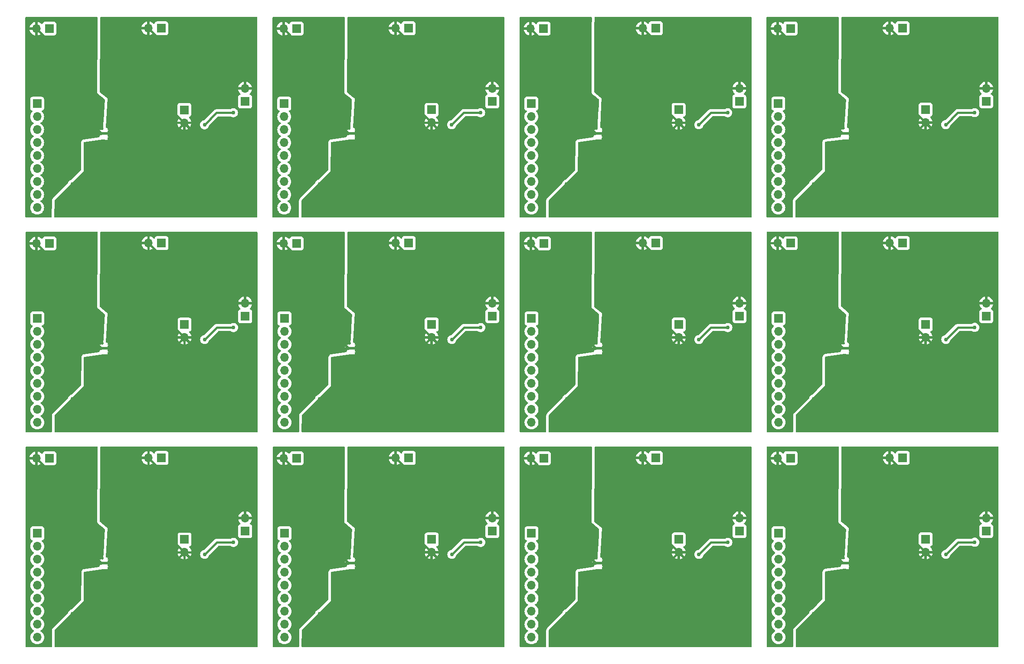
<source format=gbr>
%TF.GenerationSoftware,KiCad,Pcbnew,8.0.5*%
%TF.CreationDate,2024-10-20T11:29:55-04:00*%
%TF.ProjectId,power_glitcher_panel,706f7765-725f-4676-9c69-74636865725f,rev?*%
%TF.SameCoordinates,Original*%
%TF.FileFunction,Copper,L2,Bot*%
%TF.FilePolarity,Positive*%
%FSLAX46Y46*%
G04 Gerber Fmt 4.6, Leading zero omitted, Abs format (unit mm)*
G04 Created by KiCad (PCBNEW 8.0.5) date 2024-10-20 11:29:55*
%MOMM*%
%LPD*%
G01*
G04 APERTURE LIST*
%TA.AperFunction,EtchedComponent*%
%ADD10C,0.000000*%
%TD*%
%TA.AperFunction,SMDPad,CuDef*%
%ADD11C,0.500000*%
%TD*%
%TA.AperFunction,ComponentPad*%
%ADD12R,1.700000X1.700000*%
%TD*%
%TA.AperFunction,ComponentPad*%
%ADD13O,1.700000X1.700000*%
%TD*%
%TA.AperFunction,ViaPad*%
%ADD14C,0.762000*%
%TD*%
%TA.AperFunction,ViaPad*%
%ADD15C,1.270000*%
%TD*%
%TA.AperFunction,Conductor*%
%ADD16C,0.508000*%
%TD*%
%TA.AperFunction,Conductor*%
%ADD17C,0.381000*%
%TD*%
%TA.AperFunction,Conductor*%
%ADD18C,0.254000*%
%TD*%
G04 APERTURE END LIST*
D10*
%TA.AperFunction,EtchedComponent*%
%TO.C,NT1*%
G36*
X217045800Y-85509000D02*
G01*
X216045800Y-85509000D01*
X216045800Y-85009000D01*
X217045800Y-85009000D01*
X217045800Y-85509000D01*
G37*
%TD.AperFunction*%
%TA.AperFunction,EtchedComponent*%
G36*
X217045800Y-127509000D02*
G01*
X216045800Y-127509000D01*
X216045800Y-127009000D01*
X217045800Y-127009000D01*
X217045800Y-127509000D01*
G37*
%TD.AperFunction*%
%TA.AperFunction,EtchedComponent*%
G36*
X217019800Y-43526200D02*
G01*
X216019800Y-43526200D01*
X216019800Y-43026200D01*
X217019800Y-43026200D01*
X217019800Y-43526200D01*
G37*
%TD.AperFunction*%
%TA.AperFunction,EtchedComponent*%
G36*
X120606000Y-127537400D02*
G01*
X119606000Y-127537400D01*
X119606000Y-127037400D01*
X120606000Y-127037400D01*
X120606000Y-127537400D01*
G37*
%TD.AperFunction*%
%TA.AperFunction,EtchedComponent*%
G36*
X168842000Y-127537400D02*
G01*
X167842000Y-127537400D01*
X167842000Y-127037400D01*
X168842000Y-127037400D01*
X168842000Y-127537400D01*
G37*
%TD.AperFunction*%
%TA.AperFunction,EtchedComponent*%
G36*
X72356000Y-127542800D02*
G01*
X71356000Y-127542800D01*
X71356000Y-127042800D01*
X72356000Y-127042800D01*
X72356000Y-127542800D01*
G37*
%TD.AperFunction*%
%TA.AperFunction,EtchedComponent*%
G36*
X120606000Y-85537400D02*
G01*
X119606000Y-85537400D01*
X119606000Y-85037400D01*
X120606000Y-85037400D01*
X120606000Y-85537400D01*
G37*
%TD.AperFunction*%
%TA.AperFunction,EtchedComponent*%
G36*
X168842000Y-85537400D02*
G01*
X167842000Y-85537400D01*
X167842000Y-85037400D01*
X168842000Y-85037400D01*
X168842000Y-85537400D01*
G37*
%TD.AperFunction*%
%TA.AperFunction,EtchedComponent*%
G36*
X72356000Y-85542800D02*
G01*
X71356000Y-85542800D01*
X71356000Y-85042800D01*
X72356000Y-85042800D01*
X72356000Y-85542800D01*
G37*
%TD.AperFunction*%
%TA.AperFunction,EtchedComponent*%
G36*
X168816000Y-43554600D02*
G01*
X167816000Y-43554600D01*
X167816000Y-43054600D01*
X168816000Y-43054600D01*
X168816000Y-43554600D01*
G37*
%TD.AperFunction*%
%TA.AperFunction,EtchedComponent*%
G36*
X120580000Y-43554600D02*
G01*
X119580000Y-43554600D01*
X119580000Y-43054600D01*
X120580000Y-43054600D01*
X120580000Y-43554600D01*
G37*
%TD.AperFunction*%
%TA.AperFunction,EtchedComponent*%
G36*
X72330000Y-43560000D02*
G01*
X71330000Y-43560000D01*
X71330000Y-43060000D01*
X72330000Y-43060000D01*
X72330000Y-43560000D01*
G37*
%TD.AperFunction*%
%TD*%
D11*
%TO.P,NT1,1,1*%
%TO.N,DGND*%
X216045800Y-85259000D03*
%TO.P,NT1,2,2*%
%TO.N,AGND*%
X217045800Y-85259000D03*
%TD*%
D12*
%TO.P,J1,1,Pin_1*%
%TO.N,Net-(J1-Pin_1)*%
X203483800Y-79416000D03*
D13*
%TO.P,J1,2,Pin_2*%
%TO.N,Net-(J1-Pin_2)*%
X203483800Y-81956000D03*
%TO.P,J1,3,Pin_3*%
%TO.N,Net-(J1-Pin_3)*%
X203483800Y-84496000D03*
%TO.P,J1,4,Pin_4*%
%TO.N,Net-(J1-Pin_4)*%
X203483800Y-87036000D03*
%TO.P,J1,5,Pin_5*%
%TO.N,Net-(J1-Pin_5)*%
X203483800Y-89576000D03*
%TO.P,J1,6,Pin_6*%
%TO.N,Net-(J1-Pin_6)*%
X203483800Y-92116000D03*
%TO.P,J1,7,Pin_7*%
%TO.N,Net-(J1-Pin_7)*%
X203483800Y-94656000D03*
%TO.P,J1,8,Pin_8*%
%TO.N,Net-(J1-Pin_8)*%
X203483800Y-97196000D03*
%TO.P,J1,9,Pin_9*%
%TO.N,Net-(J1-Pin_9)*%
X203483800Y-99736000D03*
%TD*%
D12*
%TO.P,J2,1,Pin_1*%
%TO.N,DVCC*%
X205876400Y-64734800D03*
D13*
%TO.P,J2,2,Pin_2*%
%TO.N,DGND*%
X203336400Y-64734800D03*
%TD*%
D12*
%TO.P,J3,1,Pin_1*%
%TO.N,AVCC*%
X227750800Y-64684000D03*
D13*
%TO.P,J3,2,Pin_2*%
%TO.N,AGND*%
X225210800Y-64684000D03*
%TD*%
D12*
%TO.P,J5,1,Pin_1*%
%TO.N,Net-(J5-Pin_1)*%
X232236600Y-80609800D03*
D13*
%TO.P,J5,2,Pin_2*%
%TO.N,AGND*%
X232236600Y-83149800D03*
%TD*%
D12*
%TO.P,J4,1,Pin_1*%
%TO.N,/out*%
X244073000Y-78989200D03*
D13*
%TO.P,J4,2,Pin_2*%
%TO.N,AGND*%
X244073000Y-76449200D03*
%TD*%
D12*
%TO.P,J4,1,Pin_1*%
%TO.N,/out*%
X244073000Y-120989200D03*
D13*
%TO.P,J4,2,Pin_2*%
%TO.N,AGND*%
X244073000Y-118449200D03*
%TD*%
D12*
%TO.P,J1,1,Pin_1*%
%TO.N,Net-(J1-Pin_1)*%
X203483800Y-121416000D03*
D13*
%TO.P,J1,2,Pin_2*%
%TO.N,Net-(J1-Pin_2)*%
X203483800Y-123956000D03*
%TO.P,J1,3,Pin_3*%
%TO.N,Net-(J1-Pin_3)*%
X203483800Y-126496000D03*
%TO.P,J1,4,Pin_4*%
%TO.N,Net-(J1-Pin_4)*%
X203483800Y-129036000D03*
%TO.P,J1,5,Pin_5*%
%TO.N,Net-(J1-Pin_5)*%
X203483800Y-131576000D03*
%TO.P,J1,6,Pin_6*%
%TO.N,Net-(J1-Pin_6)*%
X203483800Y-134116000D03*
%TO.P,J1,7,Pin_7*%
%TO.N,Net-(J1-Pin_7)*%
X203483800Y-136656000D03*
%TO.P,J1,8,Pin_8*%
%TO.N,Net-(J1-Pin_8)*%
X203483800Y-139196000D03*
%TO.P,J1,9,Pin_9*%
%TO.N,Net-(J1-Pin_9)*%
X203483800Y-141736000D03*
%TD*%
D12*
%TO.P,J2,1,Pin_1*%
%TO.N,DVCC*%
X205876400Y-106734800D03*
D13*
%TO.P,J2,2,Pin_2*%
%TO.N,DGND*%
X203336400Y-106734800D03*
%TD*%
D12*
%TO.P,J3,1,Pin_1*%
%TO.N,AVCC*%
X227750800Y-106684000D03*
D13*
%TO.P,J3,2,Pin_2*%
%TO.N,AGND*%
X225210800Y-106684000D03*
%TD*%
D12*
%TO.P,J5,1,Pin_1*%
%TO.N,Net-(J5-Pin_1)*%
X232236600Y-122609800D03*
D13*
%TO.P,J5,2,Pin_2*%
%TO.N,AGND*%
X232236600Y-125149800D03*
%TD*%
D11*
%TO.P,NT1,1,1*%
%TO.N,DGND*%
X216045800Y-127259000D03*
%TO.P,NT1,2,2*%
%TO.N,AGND*%
X217045800Y-127259000D03*
%TD*%
%TO.P,NT1,1,1*%
%TO.N,DGND*%
X216019800Y-43276200D03*
%TO.P,NT1,2,2*%
%TO.N,AGND*%
X217019800Y-43276200D03*
%TD*%
D12*
%TO.P,J1,1,Pin_1*%
%TO.N,Net-(J1-Pin_1)*%
X203457800Y-37433200D03*
D13*
%TO.P,J1,2,Pin_2*%
%TO.N,Net-(J1-Pin_2)*%
X203457800Y-39973200D03*
%TO.P,J1,3,Pin_3*%
%TO.N,Net-(J1-Pin_3)*%
X203457800Y-42513200D03*
%TO.P,J1,4,Pin_4*%
%TO.N,Net-(J1-Pin_4)*%
X203457800Y-45053200D03*
%TO.P,J1,5,Pin_5*%
%TO.N,Net-(J1-Pin_5)*%
X203457800Y-47593200D03*
%TO.P,J1,6,Pin_6*%
%TO.N,Net-(J1-Pin_6)*%
X203457800Y-50133200D03*
%TO.P,J1,7,Pin_7*%
%TO.N,Net-(J1-Pin_7)*%
X203457800Y-52673200D03*
%TO.P,J1,8,Pin_8*%
%TO.N,Net-(J1-Pin_8)*%
X203457800Y-55213200D03*
%TO.P,J1,9,Pin_9*%
%TO.N,Net-(J1-Pin_9)*%
X203457800Y-57753200D03*
%TD*%
%TO.P,J2,2,Pin_2*%
%TO.N,DGND*%
X203310400Y-22752000D03*
D12*
%TO.P,J2,1,Pin_1*%
%TO.N,DVCC*%
X205850400Y-22752000D03*
%TD*%
D13*
%TO.P,J3,2,Pin_2*%
%TO.N,AGND*%
X225184800Y-22701200D03*
D12*
%TO.P,J3,1,Pin_1*%
%TO.N,AVCC*%
X227724800Y-22701200D03*
%TD*%
%TO.P,J5,1,Pin_1*%
%TO.N,Net-(J5-Pin_1)*%
X232210600Y-38627000D03*
D13*
%TO.P,J5,2,Pin_2*%
%TO.N,AGND*%
X232210600Y-41167000D03*
%TD*%
D12*
%TO.P,J4,1,Pin_1*%
%TO.N,/out*%
X244047000Y-37006400D03*
D13*
%TO.P,J4,2,Pin_2*%
%TO.N,AGND*%
X244047000Y-34466400D03*
%TD*%
D11*
%TO.P,NT1,1,1*%
%TO.N,DGND*%
X119606000Y-127287400D03*
%TO.P,NT1,2,2*%
%TO.N,AGND*%
X120606000Y-127287400D03*
%TD*%
D12*
%TO.P,J1,1,Pin_1*%
%TO.N,Net-(J1-Pin_1)*%
X107044000Y-121444400D03*
D13*
%TO.P,J1,2,Pin_2*%
%TO.N,Net-(J1-Pin_2)*%
X107044000Y-123984400D03*
%TO.P,J1,3,Pin_3*%
%TO.N,Net-(J1-Pin_3)*%
X107044000Y-126524400D03*
%TO.P,J1,4,Pin_4*%
%TO.N,Net-(J1-Pin_4)*%
X107044000Y-129064400D03*
%TO.P,J1,5,Pin_5*%
%TO.N,Net-(J1-Pin_5)*%
X107044000Y-131604400D03*
%TO.P,J1,6,Pin_6*%
%TO.N,Net-(J1-Pin_6)*%
X107044000Y-134144400D03*
%TO.P,J1,7,Pin_7*%
%TO.N,Net-(J1-Pin_7)*%
X107044000Y-136684400D03*
%TO.P,J1,8,Pin_8*%
%TO.N,Net-(J1-Pin_8)*%
X107044000Y-139224400D03*
%TO.P,J1,9,Pin_9*%
%TO.N,Net-(J1-Pin_9)*%
X107044000Y-141764400D03*
%TD*%
D11*
%TO.P,NT1,1,1*%
%TO.N,DGND*%
X167842000Y-127287400D03*
%TO.P,NT1,2,2*%
%TO.N,AGND*%
X168842000Y-127287400D03*
%TD*%
D12*
%TO.P,J1,1,Pin_1*%
%TO.N,Net-(J1-Pin_1)*%
X155280000Y-121444400D03*
D13*
%TO.P,J1,2,Pin_2*%
%TO.N,Net-(J1-Pin_2)*%
X155280000Y-123984400D03*
%TO.P,J1,3,Pin_3*%
%TO.N,Net-(J1-Pin_3)*%
X155280000Y-126524400D03*
%TO.P,J1,4,Pin_4*%
%TO.N,Net-(J1-Pin_4)*%
X155280000Y-129064400D03*
%TO.P,J1,5,Pin_5*%
%TO.N,Net-(J1-Pin_5)*%
X155280000Y-131604400D03*
%TO.P,J1,6,Pin_6*%
%TO.N,Net-(J1-Pin_6)*%
X155280000Y-134144400D03*
%TO.P,J1,7,Pin_7*%
%TO.N,Net-(J1-Pin_7)*%
X155280000Y-136684400D03*
%TO.P,J1,8,Pin_8*%
%TO.N,Net-(J1-Pin_8)*%
X155280000Y-139224400D03*
%TO.P,J1,9,Pin_9*%
%TO.N,Net-(J1-Pin_9)*%
X155280000Y-141764400D03*
%TD*%
D12*
%TO.P,J2,1,Pin_1*%
%TO.N,DVCC*%
X157672600Y-106763200D03*
D13*
%TO.P,J2,2,Pin_2*%
%TO.N,DGND*%
X155132600Y-106763200D03*
%TD*%
D12*
%TO.P,J3,1,Pin_1*%
%TO.N,AVCC*%
X179547000Y-106712400D03*
D13*
%TO.P,J3,2,Pin_2*%
%TO.N,AGND*%
X177007000Y-106712400D03*
%TD*%
D12*
%TO.P,J5,1,Pin_1*%
%TO.N,Net-(J5-Pin_1)*%
X184032800Y-122638200D03*
D13*
%TO.P,J5,2,Pin_2*%
%TO.N,AGND*%
X184032800Y-125178200D03*
%TD*%
D12*
%TO.P,J4,1,Pin_1*%
%TO.N,/out*%
X195869200Y-121017600D03*
D13*
%TO.P,J4,2,Pin_2*%
%TO.N,AGND*%
X195869200Y-118477600D03*
%TD*%
D12*
%TO.P,J2,1,Pin_1*%
%TO.N,DVCC*%
X109436600Y-106763200D03*
D13*
%TO.P,J2,2,Pin_2*%
%TO.N,DGND*%
X106896600Y-106763200D03*
%TD*%
D12*
%TO.P,J3,1,Pin_1*%
%TO.N,AVCC*%
X131311000Y-106712400D03*
D13*
%TO.P,J3,2,Pin_2*%
%TO.N,AGND*%
X128771000Y-106712400D03*
%TD*%
D12*
%TO.P,J5,1,Pin_1*%
%TO.N,Net-(J5-Pin_1)*%
X135796800Y-122638200D03*
D13*
%TO.P,J5,2,Pin_2*%
%TO.N,AGND*%
X135796800Y-125178200D03*
%TD*%
D12*
%TO.P,J4,1,Pin_1*%
%TO.N,/out*%
X147633200Y-121017600D03*
D13*
%TO.P,J4,2,Pin_2*%
%TO.N,AGND*%
X147633200Y-118477600D03*
%TD*%
D11*
%TO.P,NT1,1,1*%
%TO.N,DGND*%
X71356000Y-127292800D03*
%TO.P,NT1,2,2*%
%TO.N,AGND*%
X72356000Y-127292800D03*
%TD*%
D12*
%TO.P,J1,1,Pin_1*%
%TO.N,Net-(J1-Pin_1)*%
X58794000Y-121449800D03*
D13*
%TO.P,J1,2,Pin_2*%
%TO.N,Net-(J1-Pin_2)*%
X58794000Y-123989800D03*
%TO.P,J1,3,Pin_3*%
%TO.N,Net-(J1-Pin_3)*%
X58794000Y-126529800D03*
%TO.P,J1,4,Pin_4*%
%TO.N,Net-(J1-Pin_4)*%
X58794000Y-129069800D03*
%TO.P,J1,5,Pin_5*%
%TO.N,Net-(J1-Pin_5)*%
X58794000Y-131609800D03*
%TO.P,J1,6,Pin_6*%
%TO.N,Net-(J1-Pin_6)*%
X58794000Y-134149800D03*
%TO.P,J1,7,Pin_7*%
%TO.N,Net-(J1-Pin_7)*%
X58794000Y-136689800D03*
%TO.P,J1,8,Pin_8*%
%TO.N,Net-(J1-Pin_8)*%
X58794000Y-139229800D03*
%TO.P,J1,9,Pin_9*%
%TO.N,Net-(J1-Pin_9)*%
X58794000Y-141769800D03*
%TD*%
D12*
%TO.P,J2,1,Pin_1*%
%TO.N,DVCC*%
X61186600Y-106768600D03*
D13*
%TO.P,J2,2,Pin_2*%
%TO.N,DGND*%
X58646600Y-106768600D03*
%TD*%
D12*
%TO.P,J3,1,Pin_1*%
%TO.N,AVCC*%
X83061000Y-106717800D03*
D13*
%TO.P,J3,2,Pin_2*%
%TO.N,AGND*%
X80521000Y-106717800D03*
%TD*%
D12*
%TO.P,J5,1,Pin_1*%
%TO.N,Net-(J5-Pin_1)*%
X87546800Y-122643600D03*
D13*
%TO.P,J5,2,Pin_2*%
%TO.N,AGND*%
X87546800Y-125183600D03*
%TD*%
D12*
%TO.P,J4,1,Pin_1*%
%TO.N,/out*%
X99383200Y-121023000D03*
D13*
%TO.P,J4,2,Pin_2*%
%TO.N,AGND*%
X99383200Y-118483000D03*
%TD*%
D11*
%TO.P,NT1,1,1*%
%TO.N,DGND*%
X119606000Y-85287400D03*
%TO.P,NT1,2,2*%
%TO.N,AGND*%
X120606000Y-85287400D03*
%TD*%
D12*
%TO.P,J1,1,Pin_1*%
%TO.N,Net-(J1-Pin_1)*%
X107044000Y-79444400D03*
D13*
%TO.P,J1,2,Pin_2*%
%TO.N,Net-(J1-Pin_2)*%
X107044000Y-81984400D03*
%TO.P,J1,3,Pin_3*%
%TO.N,Net-(J1-Pin_3)*%
X107044000Y-84524400D03*
%TO.P,J1,4,Pin_4*%
%TO.N,Net-(J1-Pin_4)*%
X107044000Y-87064400D03*
%TO.P,J1,5,Pin_5*%
%TO.N,Net-(J1-Pin_5)*%
X107044000Y-89604400D03*
%TO.P,J1,6,Pin_6*%
%TO.N,Net-(J1-Pin_6)*%
X107044000Y-92144400D03*
%TO.P,J1,7,Pin_7*%
%TO.N,Net-(J1-Pin_7)*%
X107044000Y-94684400D03*
%TO.P,J1,8,Pin_8*%
%TO.N,Net-(J1-Pin_8)*%
X107044000Y-97224400D03*
%TO.P,J1,9,Pin_9*%
%TO.N,Net-(J1-Pin_9)*%
X107044000Y-99764400D03*
%TD*%
D11*
%TO.P,NT1,1,1*%
%TO.N,DGND*%
X167842000Y-85287400D03*
%TO.P,NT1,2,2*%
%TO.N,AGND*%
X168842000Y-85287400D03*
%TD*%
D12*
%TO.P,J1,1,Pin_1*%
%TO.N,Net-(J1-Pin_1)*%
X155280000Y-79444400D03*
D13*
%TO.P,J1,2,Pin_2*%
%TO.N,Net-(J1-Pin_2)*%
X155280000Y-81984400D03*
%TO.P,J1,3,Pin_3*%
%TO.N,Net-(J1-Pin_3)*%
X155280000Y-84524400D03*
%TO.P,J1,4,Pin_4*%
%TO.N,Net-(J1-Pin_4)*%
X155280000Y-87064400D03*
%TO.P,J1,5,Pin_5*%
%TO.N,Net-(J1-Pin_5)*%
X155280000Y-89604400D03*
%TO.P,J1,6,Pin_6*%
%TO.N,Net-(J1-Pin_6)*%
X155280000Y-92144400D03*
%TO.P,J1,7,Pin_7*%
%TO.N,Net-(J1-Pin_7)*%
X155280000Y-94684400D03*
%TO.P,J1,8,Pin_8*%
%TO.N,Net-(J1-Pin_8)*%
X155280000Y-97224400D03*
%TO.P,J1,9,Pin_9*%
%TO.N,Net-(J1-Pin_9)*%
X155280000Y-99764400D03*
%TD*%
D12*
%TO.P,J2,1,Pin_1*%
%TO.N,DVCC*%
X157672600Y-64763200D03*
D13*
%TO.P,J2,2,Pin_2*%
%TO.N,DGND*%
X155132600Y-64763200D03*
%TD*%
D12*
%TO.P,J3,1,Pin_1*%
%TO.N,AVCC*%
X179547000Y-64712400D03*
D13*
%TO.P,J3,2,Pin_2*%
%TO.N,AGND*%
X177007000Y-64712400D03*
%TD*%
D12*
%TO.P,J5,1,Pin_1*%
%TO.N,Net-(J5-Pin_1)*%
X184032800Y-80638200D03*
D13*
%TO.P,J5,2,Pin_2*%
%TO.N,AGND*%
X184032800Y-83178200D03*
%TD*%
D12*
%TO.P,J4,1,Pin_1*%
%TO.N,/out*%
X195869200Y-79017600D03*
D13*
%TO.P,J4,2,Pin_2*%
%TO.N,AGND*%
X195869200Y-76477600D03*
%TD*%
D12*
%TO.P,J2,1,Pin_1*%
%TO.N,DVCC*%
X109436600Y-64763200D03*
D13*
%TO.P,J2,2,Pin_2*%
%TO.N,DGND*%
X106896600Y-64763200D03*
%TD*%
D12*
%TO.P,J3,1,Pin_1*%
%TO.N,AVCC*%
X131311000Y-64712400D03*
D13*
%TO.P,J3,2,Pin_2*%
%TO.N,AGND*%
X128771000Y-64712400D03*
%TD*%
D12*
%TO.P,J5,1,Pin_1*%
%TO.N,Net-(J5-Pin_1)*%
X135796800Y-80638200D03*
D13*
%TO.P,J5,2,Pin_2*%
%TO.N,AGND*%
X135796800Y-83178200D03*
%TD*%
D12*
%TO.P,J4,1,Pin_1*%
%TO.N,/out*%
X147633200Y-79017600D03*
D13*
%TO.P,J4,2,Pin_2*%
%TO.N,AGND*%
X147633200Y-76477600D03*
%TD*%
D11*
%TO.P,NT1,1,1*%
%TO.N,DGND*%
X71356000Y-85292800D03*
%TO.P,NT1,2,2*%
%TO.N,AGND*%
X72356000Y-85292800D03*
%TD*%
D12*
%TO.P,J1,1,Pin_1*%
%TO.N,Net-(J1-Pin_1)*%
X58794000Y-79449800D03*
D13*
%TO.P,J1,2,Pin_2*%
%TO.N,Net-(J1-Pin_2)*%
X58794000Y-81989800D03*
%TO.P,J1,3,Pin_3*%
%TO.N,Net-(J1-Pin_3)*%
X58794000Y-84529800D03*
%TO.P,J1,4,Pin_4*%
%TO.N,Net-(J1-Pin_4)*%
X58794000Y-87069800D03*
%TO.P,J1,5,Pin_5*%
%TO.N,Net-(J1-Pin_5)*%
X58794000Y-89609800D03*
%TO.P,J1,6,Pin_6*%
%TO.N,Net-(J1-Pin_6)*%
X58794000Y-92149800D03*
%TO.P,J1,7,Pin_7*%
%TO.N,Net-(J1-Pin_7)*%
X58794000Y-94689800D03*
%TO.P,J1,8,Pin_8*%
%TO.N,Net-(J1-Pin_8)*%
X58794000Y-97229800D03*
%TO.P,J1,9,Pin_9*%
%TO.N,Net-(J1-Pin_9)*%
X58794000Y-99769800D03*
%TD*%
D12*
%TO.P,J2,1,Pin_1*%
%TO.N,DVCC*%
X61186600Y-64768600D03*
D13*
%TO.P,J2,2,Pin_2*%
%TO.N,DGND*%
X58646600Y-64768600D03*
%TD*%
D12*
%TO.P,J3,1,Pin_1*%
%TO.N,AVCC*%
X83061000Y-64717800D03*
D13*
%TO.P,J3,2,Pin_2*%
%TO.N,AGND*%
X80521000Y-64717800D03*
%TD*%
D12*
%TO.P,J5,1,Pin_1*%
%TO.N,Net-(J5-Pin_1)*%
X87546800Y-80643600D03*
D13*
%TO.P,J5,2,Pin_2*%
%TO.N,AGND*%
X87546800Y-83183600D03*
%TD*%
D12*
%TO.P,J4,1,Pin_1*%
%TO.N,/out*%
X99383200Y-79023000D03*
D13*
%TO.P,J4,2,Pin_2*%
%TO.N,AGND*%
X99383200Y-76483000D03*
%TD*%
D11*
%TO.P,NT1,1,1*%
%TO.N,DGND*%
X167816000Y-43304600D03*
%TO.P,NT1,2,2*%
%TO.N,AGND*%
X168816000Y-43304600D03*
%TD*%
D12*
%TO.P,J1,1,Pin_1*%
%TO.N,Net-(J1-Pin_1)*%
X155254000Y-37461600D03*
D13*
%TO.P,J1,2,Pin_2*%
%TO.N,Net-(J1-Pin_2)*%
X155254000Y-40001600D03*
%TO.P,J1,3,Pin_3*%
%TO.N,Net-(J1-Pin_3)*%
X155254000Y-42541600D03*
%TO.P,J1,4,Pin_4*%
%TO.N,Net-(J1-Pin_4)*%
X155254000Y-45081600D03*
%TO.P,J1,5,Pin_5*%
%TO.N,Net-(J1-Pin_5)*%
X155254000Y-47621600D03*
%TO.P,J1,6,Pin_6*%
%TO.N,Net-(J1-Pin_6)*%
X155254000Y-50161600D03*
%TO.P,J1,7,Pin_7*%
%TO.N,Net-(J1-Pin_7)*%
X155254000Y-52701600D03*
%TO.P,J1,8,Pin_8*%
%TO.N,Net-(J1-Pin_8)*%
X155254000Y-55241600D03*
%TO.P,J1,9,Pin_9*%
%TO.N,Net-(J1-Pin_9)*%
X155254000Y-57781600D03*
%TD*%
%TO.P,J2,2,Pin_2*%
%TO.N,DGND*%
X155106600Y-22780400D03*
D12*
%TO.P,J2,1,Pin_1*%
%TO.N,DVCC*%
X157646600Y-22780400D03*
%TD*%
D13*
%TO.P,J3,2,Pin_2*%
%TO.N,AGND*%
X176981000Y-22729600D03*
D12*
%TO.P,J3,1,Pin_1*%
%TO.N,AVCC*%
X179521000Y-22729600D03*
%TD*%
%TO.P,J5,1,Pin_1*%
%TO.N,Net-(J5-Pin_1)*%
X184006800Y-38655400D03*
D13*
%TO.P,J5,2,Pin_2*%
%TO.N,AGND*%
X184006800Y-41195400D03*
%TD*%
D12*
%TO.P,J4,1,Pin_1*%
%TO.N,/out*%
X195843200Y-37034800D03*
D13*
%TO.P,J4,2,Pin_2*%
%TO.N,AGND*%
X195843200Y-34494800D03*
%TD*%
D11*
%TO.P,NT1,1,1*%
%TO.N,DGND*%
X119580000Y-43304600D03*
%TO.P,NT1,2,2*%
%TO.N,AGND*%
X120580000Y-43304600D03*
%TD*%
D12*
%TO.P,J1,1,Pin_1*%
%TO.N,Net-(J1-Pin_1)*%
X107018000Y-37461600D03*
D13*
%TO.P,J1,2,Pin_2*%
%TO.N,Net-(J1-Pin_2)*%
X107018000Y-40001600D03*
%TO.P,J1,3,Pin_3*%
%TO.N,Net-(J1-Pin_3)*%
X107018000Y-42541600D03*
%TO.P,J1,4,Pin_4*%
%TO.N,Net-(J1-Pin_4)*%
X107018000Y-45081600D03*
%TO.P,J1,5,Pin_5*%
%TO.N,Net-(J1-Pin_5)*%
X107018000Y-47621600D03*
%TO.P,J1,6,Pin_6*%
%TO.N,Net-(J1-Pin_6)*%
X107018000Y-50161600D03*
%TO.P,J1,7,Pin_7*%
%TO.N,Net-(J1-Pin_7)*%
X107018000Y-52701600D03*
%TO.P,J1,8,Pin_8*%
%TO.N,Net-(J1-Pin_8)*%
X107018000Y-55241600D03*
%TO.P,J1,9,Pin_9*%
%TO.N,Net-(J1-Pin_9)*%
X107018000Y-57781600D03*
%TD*%
%TO.P,J2,2,Pin_2*%
%TO.N,DGND*%
X106870600Y-22780400D03*
D12*
%TO.P,J2,1,Pin_1*%
%TO.N,DVCC*%
X109410600Y-22780400D03*
%TD*%
D13*
%TO.P,J3,2,Pin_2*%
%TO.N,AGND*%
X128745000Y-22729600D03*
D12*
%TO.P,J3,1,Pin_1*%
%TO.N,AVCC*%
X131285000Y-22729600D03*
%TD*%
%TO.P,J5,1,Pin_1*%
%TO.N,Net-(J5-Pin_1)*%
X135770800Y-38655400D03*
D13*
%TO.P,J5,2,Pin_2*%
%TO.N,AGND*%
X135770800Y-41195400D03*
%TD*%
D12*
%TO.P,J4,1,Pin_1*%
%TO.N,/out*%
X147607200Y-37034800D03*
D13*
%TO.P,J4,2,Pin_2*%
%TO.N,AGND*%
X147607200Y-34494800D03*
%TD*%
%TO.P,J4,2,Pin_2*%
%TO.N,AGND*%
X99357200Y-34500200D03*
D12*
%TO.P,J4,1,Pin_1*%
%TO.N,/out*%
X99357200Y-37040200D03*
%TD*%
D13*
%TO.P,J5,2,Pin_2*%
%TO.N,AGND*%
X87520800Y-41200800D03*
D12*
%TO.P,J5,1,Pin_1*%
%TO.N,Net-(J5-Pin_1)*%
X87520800Y-38660800D03*
%TD*%
%TO.P,J3,1,Pin_1*%
%TO.N,AVCC*%
X83035000Y-22735000D03*
D13*
%TO.P,J3,2,Pin_2*%
%TO.N,AGND*%
X80495000Y-22735000D03*
%TD*%
D12*
%TO.P,J2,1,Pin_1*%
%TO.N,DVCC*%
X61160600Y-22785800D03*
D13*
%TO.P,J2,2,Pin_2*%
%TO.N,DGND*%
X58620600Y-22785800D03*
%TD*%
%TO.P,J1,9,Pin_9*%
%TO.N,Net-(J1-Pin_9)*%
X58768000Y-57787000D03*
%TO.P,J1,8,Pin_8*%
%TO.N,Net-(J1-Pin_8)*%
X58768000Y-55247000D03*
%TO.P,J1,7,Pin_7*%
%TO.N,Net-(J1-Pin_7)*%
X58768000Y-52707000D03*
%TO.P,J1,6,Pin_6*%
%TO.N,Net-(J1-Pin_6)*%
X58768000Y-50167000D03*
%TO.P,J1,5,Pin_5*%
%TO.N,Net-(J1-Pin_5)*%
X58768000Y-47627000D03*
%TO.P,J1,4,Pin_4*%
%TO.N,Net-(J1-Pin_4)*%
X58768000Y-45087000D03*
%TO.P,J1,3,Pin_3*%
%TO.N,Net-(J1-Pin_3)*%
X58768000Y-42547000D03*
%TO.P,J1,2,Pin_2*%
%TO.N,Net-(J1-Pin_2)*%
X58768000Y-40007000D03*
D12*
%TO.P,J1,1,Pin_1*%
%TO.N,Net-(J1-Pin_1)*%
X58768000Y-37467000D03*
%TD*%
D11*
%TO.P,NT1,2,2*%
%TO.N,AGND*%
X72330000Y-43310000D03*
%TO.P,NT1,1,1*%
%TO.N,DGND*%
X71330000Y-43310000D03*
%TD*%
D14*
%TO.N,AGND*%
X232945800Y-113849000D03*
D15*
X238842899Y-108878369D03*
D14*
X220525800Y-132849000D03*
X216551800Y-131115000D03*
D15*
X234635800Y-137609000D03*
D14*
X222485800Y-128529000D03*
X227905800Y-114059000D03*
X210355800Y-137169000D03*
D15*
X238305800Y-118949000D03*
D14*
%TO.N,Net-(R1-Pad2)*%
X241805800Y-123189000D03*
X236165800Y-125539000D03*
%TO.N,DGND*%
X215525800Y-120979000D03*
X213643800Y-127283400D03*
X205769800Y-114532600D03*
%TO.N,AGND*%
X221255800Y-137559000D03*
X220525800Y-127069000D03*
X220715800Y-122119000D03*
%TO.N,DGND*%
X211815000Y-115599400D03*
%TO.N,AGND*%
X232945800Y-71849000D03*
D15*
X238842899Y-66878369D03*
D14*
X220525800Y-90849000D03*
X216551800Y-89115000D03*
D15*
X234635800Y-95609000D03*
D14*
X222485800Y-86529000D03*
X227905800Y-72059000D03*
X210355800Y-95169000D03*
D15*
X238305800Y-76949000D03*
D14*
%TO.N,Net-(R1-Pad2)*%
X241805800Y-81189000D03*
X236165800Y-83539000D03*
%TO.N,DGND*%
X215525800Y-78979000D03*
X213643800Y-85283400D03*
X205769800Y-72532600D03*
%TO.N,AGND*%
X221255800Y-95559000D03*
X220525800Y-85069000D03*
X220715800Y-80119000D03*
%TO.N,DGND*%
X211815000Y-73599400D03*
%TO.N,AGND*%
X232919800Y-29866200D03*
D15*
X238816899Y-24895569D03*
D14*
X220499800Y-48866200D03*
X216525800Y-47132200D03*
D15*
X234609800Y-53626200D03*
D14*
X222459800Y-44546200D03*
X227879800Y-30076200D03*
X210329800Y-53186200D03*
D15*
X238279800Y-34966200D03*
D14*
%TO.N,Net-(R1-Pad2)*%
X241779800Y-39206200D03*
X236139800Y-41556200D03*
%TO.N,DGND*%
X215499800Y-36996200D03*
X213617800Y-43300600D03*
X205743800Y-30549800D03*
%TO.N,AGND*%
X221229800Y-53576200D03*
X220499800Y-43086200D03*
X220689800Y-38136200D03*
%TO.N,DGND*%
X211789000Y-31616600D03*
%TO.N,AGND*%
X88256000Y-113882800D03*
D15*
X94153099Y-108912169D03*
D14*
X75836000Y-132882800D03*
X71862000Y-131148800D03*
D15*
X89946000Y-137642800D03*
D14*
X77796000Y-128562800D03*
X83216000Y-114092800D03*
X65666000Y-137202800D03*
D15*
X93616000Y-118982800D03*
D14*
%TO.N,Net-(R1-Pad2)*%
X97116000Y-123222800D03*
X91476000Y-125572800D03*
%TO.N,DGND*%
X70836000Y-121012800D03*
X68954000Y-127317200D03*
X61080000Y-114566400D03*
X67125200Y-115633200D03*
%TO.N,AGND*%
X76566000Y-137592800D03*
X75836000Y-127102800D03*
X76026000Y-122152800D03*
X184742000Y-113877400D03*
D15*
X190639099Y-108906769D03*
D14*
X172322000Y-132877400D03*
X168348000Y-131143400D03*
D15*
X186432000Y-137637400D03*
D14*
X174282000Y-128557400D03*
X179702000Y-114087400D03*
X162152000Y-137197400D03*
D15*
X190102000Y-118977400D03*
D14*
%TO.N,Net-(R1-Pad2)*%
X193602000Y-123217400D03*
X187962000Y-125567400D03*
%TO.N,DGND*%
X167322000Y-121007400D03*
X165440000Y-127311800D03*
X157566000Y-114561000D03*
%TO.N,AGND*%
X173052000Y-137587400D03*
X172322000Y-127097400D03*
X172512000Y-122147400D03*
%TO.N,DGND*%
X163611200Y-115627800D03*
%TO.N,AGND*%
X136506000Y-113877400D03*
D15*
X142403099Y-108906769D03*
D14*
X124086000Y-132877400D03*
X120112000Y-131143400D03*
D15*
X138196000Y-137637400D03*
D14*
X126046000Y-128557400D03*
X131466000Y-114087400D03*
X113916000Y-137197400D03*
D15*
X141866000Y-118977400D03*
D14*
%TO.N,Net-(R1-Pad2)*%
X145366000Y-123217400D03*
X139726000Y-125567400D03*
%TO.N,DGND*%
X119086000Y-121007400D03*
X117204000Y-127311800D03*
X109330000Y-114561000D03*
X115375200Y-115627800D03*
%TO.N,AGND*%
X124276000Y-122147400D03*
X124816000Y-137587400D03*
X124086000Y-127097400D03*
X88256000Y-71882800D03*
D15*
X94153099Y-66912169D03*
D14*
X75836000Y-90882800D03*
X71862000Y-89148800D03*
D15*
X89946000Y-95642800D03*
D14*
X77796000Y-86562800D03*
X83216000Y-72092800D03*
X65666000Y-95202800D03*
D15*
X93616000Y-76982800D03*
D14*
%TO.N,Net-(R1-Pad2)*%
X97116000Y-81222800D03*
X91476000Y-83572800D03*
%TO.N,DGND*%
X70836000Y-79012800D03*
X68954000Y-85317200D03*
X61080000Y-72566400D03*
X67125200Y-73633200D03*
%TO.N,AGND*%
X76566000Y-95592800D03*
X75836000Y-85102800D03*
X76026000Y-80152800D03*
X184742000Y-71877400D03*
D15*
X190639099Y-66906769D03*
D14*
X172322000Y-90877400D03*
X168348000Y-89143400D03*
D15*
X186432000Y-95637400D03*
D14*
X174282000Y-86557400D03*
X179702000Y-72087400D03*
X162152000Y-95197400D03*
D15*
X190102000Y-76977400D03*
D14*
%TO.N,Net-(R1-Pad2)*%
X193602000Y-81217400D03*
X187962000Y-83567400D03*
%TO.N,DGND*%
X167322000Y-79007400D03*
X165440000Y-85311800D03*
X157566000Y-72561000D03*
%TO.N,AGND*%
X173052000Y-95587400D03*
X172322000Y-85097400D03*
X172512000Y-80147400D03*
%TO.N,DGND*%
X163611200Y-73627800D03*
%TO.N,AGND*%
X136506000Y-71877400D03*
D15*
X142403099Y-66906769D03*
D14*
X124086000Y-90877400D03*
X120112000Y-89143400D03*
D15*
X138196000Y-95637400D03*
D14*
X126046000Y-86557400D03*
X131466000Y-72087400D03*
X113916000Y-95197400D03*
D15*
X141866000Y-76977400D03*
D14*
%TO.N,Net-(R1-Pad2)*%
X145366000Y-81217400D03*
X139726000Y-83567400D03*
%TO.N,DGND*%
X119086000Y-79007400D03*
X117204000Y-85311800D03*
X109330000Y-72561000D03*
X115375200Y-73627800D03*
%TO.N,AGND*%
X124276000Y-80147400D03*
X124816000Y-95587400D03*
X124086000Y-85097400D03*
X184716000Y-29894600D03*
D15*
X190613099Y-24923969D03*
D14*
X172296000Y-48894600D03*
X168322000Y-47160600D03*
D15*
X186406000Y-53654600D03*
D14*
X174256000Y-44574600D03*
X179676000Y-30104600D03*
X162126000Y-53214600D03*
D15*
X190076000Y-34994600D03*
D14*
%TO.N,Net-(R1-Pad2)*%
X193576000Y-39234600D03*
X187936000Y-41584600D03*
%TO.N,DGND*%
X167296000Y-37024600D03*
X165414000Y-43329000D03*
X157540000Y-30578200D03*
X163585200Y-31645000D03*
%TO.N,AGND*%
X173026000Y-53604600D03*
X172296000Y-43114600D03*
X172486000Y-38164600D03*
X136480000Y-29894600D03*
D15*
X142377099Y-24923969D03*
D14*
X124060000Y-48894600D03*
X120086000Y-47160600D03*
D15*
X138170000Y-53654600D03*
D14*
X126020000Y-44574600D03*
X131440000Y-30104600D03*
X113890000Y-53214600D03*
D15*
X141840000Y-34994600D03*
D14*
%TO.N,Net-(R1-Pad2)*%
X145340000Y-39234600D03*
X139700000Y-41584600D03*
%TO.N,DGND*%
X119060000Y-37024600D03*
X117178000Y-43329000D03*
X109304000Y-30578200D03*
X115349200Y-31645000D03*
%TO.N,AGND*%
X124790000Y-53604600D03*
X124060000Y-43114600D03*
X124250000Y-38164600D03*
D15*
X93590000Y-35000000D03*
D14*
X77770000Y-44580000D03*
X65640000Y-53220000D03*
X83190000Y-30110000D03*
X88230000Y-29900000D03*
D15*
X94127099Y-24929369D03*
D14*
X71836000Y-47166000D03*
X75810000Y-48900000D03*
D15*
X89920000Y-53660000D03*
D14*
X76000000Y-38170000D03*
X75810000Y-43120000D03*
X76540000Y-53610000D03*
%TO.N,DGND*%
X67099200Y-31650400D03*
X61054000Y-30583600D03*
X68928000Y-43334400D03*
X70810000Y-37030000D03*
%TO.N,Net-(R1-Pad2)*%
X91450000Y-41590000D03*
X97090000Y-39240000D03*
%TD*%
D16*
%TO.N,AGND*%
X217045800Y-127259000D02*
X220335800Y-127259000D01*
X238785800Y-118949000D02*
X239285600Y-118449200D01*
D17*
%TO.N,Net-(R1-Pad2)*%
X241805800Y-123189000D02*
X238515800Y-123189000D01*
X238515800Y-123189000D02*
X236165800Y-125539000D01*
%TO.N,AGND*%
X216517800Y-131115000D02*
X210463800Y-137169000D01*
X232236600Y-125149800D02*
X227905800Y-120819000D01*
D18*
X216551800Y-131115000D02*
X216561000Y-131115000D01*
D17*
X220525800Y-127208600D02*
X216590200Y-131144200D01*
X228857400Y-128529000D02*
X232236600Y-125149800D01*
X227905800Y-114059000D02*
X232735800Y-114059000D01*
D16*
X234635800Y-137609000D02*
X234635800Y-127549000D01*
D17*
X220715800Y-126879000D02*
X220715800Y-122119000D01*
D18*
X220525800Y-127069000D02*
X220715800Y-126879000D01*
D17*
X222485800Y-128529000D02*
X221846200Y-128529000D01*
X216551800Y-132855000D02*
X221255800Y-137559000D01*
X221846200Y-128529000D02*
X220525800Y-127208600D01*
D16*
X238842899Y-108878369D02*
X244073000Y-114108470D01*
D17*
X233095800Y-113849000D02*
X232945800Y-113849000D01*
X227905800Y-109379000D02*
X225210800Y-106684000D01*
D18*
X216561000Y-131115000D02*
X216590200Y-131144200D01*
D17*
X227905800Y-120819000D02*
X227905800Y-114059000D01*
X222485800Y-128529000D02*
X228857400Y-128529000D01*
X216551800Y-131115000D02*
X216551800Y-132855000D01*
X220525800Y-132849000D02*
X218821000Y-131144200D01*
D18*
X220525800Y-127069000D02*
X220525800Y-127208600D01*
D16*
X244073000Y-114108470D02*
X244073000Y-118449200D01*
D17*
X232735800Y-114059000D02*
X232945800Y-113849000D01*
D16*
X220335800Y-127259000D02*
X220525800Y-127069000D01*
D17*
X233815800Y-113849000D02*
X233095800Y-113849000D01*
D16*
X239285600Y-118449200D02*
X244073000Y-118449200D01*
X234635800Y-127549000D02*
X232236600Y-125149800D01*
D18*
X210355800Y-137169000D02*
X210463800Y-137169000D01*
D17*
X238795800Y-108869000D02*
X233815800Y-113849000D01*
D16*
X238305800Y-118949000D02*
X238785800Y-118949000D01*
D17*
X218821000Y-131144200D02*
X216590200Y-131144200D01*
X216551800Y-131115000D02*
X216517800Y-131115000D01*
X227905800Y-114059000D02*
X227905800Y-109379000D01*
D16*
%TO.N,DGND*%
X216021400Y-127283400D02*
X216045800Y-127259000D01*
D17*
X215525800Y-125401400D02*
X213643800Y-127283400D01*
D16*
X213643800Y-127283400D02*
X216021400Y-127283400D01*
D17*
X203336400Y-106734800D02*
X205769800Y-109168200D01*
X215525800Y-120979000D02*
X215525800Y-125401400D01*
X205769800Y-109168200D02*
X205769800Y-114532600D01*
X205769800Y-114532600D02*
X210748200Y-114532600D01*
X210748200Y-114532600D02*
X211815000Y-115599400D01*
D16*
%TO.N,AGND*%
X217019800Y-43276200D02*
X220309800Y-43276200D01*
X238759800Y-34966200D02*
X239259600Y-34466400D01*
D17*
%TO.N,Net-(R1-Pad2)*%
X241779800Y-39206200D02*
X238489800Y-39206200D01*
X238489800Y-39206200D02*
X236139800Y-41556200D01*
D16*
%TO.N,DGND*%
X215995400Y-43300600D02*
X216019800Y-43276200D01*
D17*
X215499800Y-41418600D02*
X213617800Y-43300600D01*
D16*
X213617800Y-43300600D02*
X215995400Y-43300600D01*
D17*
X203310400Y-22752000D02*
X205743800Y-25185400D01*
X215499800Y-36996200D02*
X215499800Y-41418600D01*
X205743800Y-25185400D02*
X205743800Y-30549800D01*
X205743800Y-30549800D02*
X210722200Y-30549800D01*
X210722200Y-30549800D02*
X211789000Y-31616600D01*
%TO.N,AGND*%
X216491800Y-47132200D02*
X210437800Y-53186200D01*
X232210600Y-41167000D02*
X227879800Y-36836200D01*
D18*
X216525800Y-47132200D02*
X216535000Y-47132200D01*
D17*
X220499800Y-43225800D02*
X216564200Y-47161400D01*
X228831400Y-44546200D02*
X232210600Y-41167000D01*
X227879800Y-30076200D02*
X232709800Y-30076200D01*
D16*
X234609800Y-53626200D02*
X234609800Y-43566200D01*
D17*
X220689800Y-42896200D02*
X220689800Y-38136200D01*
D18*
X220499800Y-43086200D02*
X220689800Y-42896200D01*
D17*
X222459800Y-44546200D02*
X221820200Y-44546200D01*
X216525800Y-48872200D02*
X221229800Y-53576200D01*
X221820200Y-44546200D02*
X220499800Y-43225800D01*
D16*
X238816899Y-24895569D02*
X244047000Y-30125670D01*
D17*
X233069800Y-29866200D02*
X232919800Y-29866200D01*
X227879800Y-25396200D02*
X225184800Y-22701200D01*
D18*
X216535000Y-47132200D02*
X216564200Y-47161400D01*
D17*
X227879800Y-36836200D02*
X227879800Y-30076200D01*
X222459800Y-44546200D02*
X228831400Y-44546200D01*
X216525800Y-47132200D02*
X216525800Y-48872200D01*
X220499800Y-48866200D02*
X218795000Y-47161400D01*
D18*
X220499800Y-43086200D02*
X220499800Y-43225800D01*
D16*
X244047000Y-30125670D02*
X244047000Y-34466400D01*
D17*
X232709800Y-30076200D02*
X232919800Y-29866200D01*
D16*
X220309800Y-43276200D02*
X220499800Y-43086200D01*
D17*
X233789800Y-29866200D02*
X233069800Y-29866200D01*
D16*
X239259600Y-34466400D02*
X244047000Y-34466400D01*
X234609800Y-43566200D02*
X232210600Y-41167000D01*
D18*
X210329800Y-53186200D02*
X210437800Y-53186200D01*
D17*
X238769800Y-24886200D02*
X233789800Y-29866200D01*
D16*
X238279800Y-34966200D02*
X238759800Y-34966200D01*
D17*
X218795000Y-47161400D02*
X216564200Y-47161400D01*
X216525800Y-47132200D02*
X216491800Y-47132200D01*
X227879800Y-30076200D02*
X227879800Y-25396200D01*
X216517800Y-89115000D02*
X210463800Y-95169000D01*
X232236600Y-83149800D02*
X227905800Y-78819000D01*
D18*
X216551800Y-89115000D02*
X216561000Y-89115000D01*
D17*
X220525800Y-85208600D02*
X216590200Y-89144200D01*
X228857400Y-86529000D02*
X232236600Y-83149800D01*
X227905800Y-72059000D02*
X232735800Y-72059000D01*
D16*
X234635800Y-95609000D02*
X234635800Y-85549000D01*
D17*
X220715800Y-84879000D02*
X220715800Y-80119000D01*
D18*
X220525800Y-85069000D02*
X220715800Y-84879000D01*
D17*
X222485800Y-86529000D02*
X221846200Y-86529000D01*
X216551800Y-90855000D02*
X221255800Y-95559000D01*
X221846200Y-86529000D02*
X220525800Y-85208600D01*
D16*
X238842899Y-66878369D02*
X244073000Y-72108470D01*
D17*
X233095800Y-71849000D02*
X232945800Y-71849000D01*
X227905800Y-67379000D02*
X225210800Y-64684000D01*
D18*
X216561000Y-89115000D02*
X216590200Y-89144200D01*
D17*
X227905800Y-78819000D02*
X227905800Y-72059000D01*
X222485800Y-86529000D02*
X228857400Y-86529000D01*
X216551800Y-89115000D02*
X216551800Y-90855000D01*
X220525800Y-90849000D02*
X218821000Y-89144200D01*
D18*
X220525800Y-85069000D02*
X220525800Y-85208600D01*
D16*
X244073000Y-72108470D02*
X244073000Y-76449200D01*
D17*
X232735800Y-72059000D02*
X232945800Y-71849000D01*
D16*
X220335800Y-85259000D02*
X220525800Y-85069000D01*
D17*
X233815800Y-71849000D02*
X233095800Y-71849000D01*
D16*
X239285600Y-76449200D02*
X244073000Y-76449200D01*
X234635800Y-85549000D02*
X232236600Y-83149800D01*
D18*
X210355800Y-95169000D02*
X210463800Y-95169000D01*
D17*
X238795800Y-66869000D02*
X233815800Y-71849000D01*
D16*
X238305800Y-76949000D02*
X238785800Y-76949000D01*
D17*
X218821000Y-89144200D02*
X216590200Y-89144200D01*
X216551800Y-89115000D02*
X216517800Y-89115000D01*
X227905800Y-72059000D02*
X227905800Y-67379000D01*
D16*
X217045800Y-85259000D02*
X220335800Y-85259000D01*
X238785800Y-76949000D02*
X239285600Y-76449200D01*
D17*
%TO.N,DGND*%
X210748200Y-72532600D02*
X211815000Y-73599400D01*
X205769800Y-72532600D02*
X210748200Y-72532600D01*
X205769800Y-67168200D02*
X205769800Y-72532600D01*
X215525800Y-78979000D02*
X215525800Y-83401400D01*
X203336400Y-64734800D02*
X205769800Y-67168200D01*
D16*
X213643800Y-85283400D02*
X216021400Y-85283400D01*
D17*
X215525800Y-83401400D02*
X213643800Y-85283400D01*
D16*
X216021400Y-85283400D02*
X216045800Y-85259000D01*
D17*
%TO.N,Net-(R1-Pad2)*%
X241805800Y-81189000D02*
X238515800Y-81189000D01*
X238515800Y-81189000D02*
X236165800Y-83539000D01*
D16*
%TO.N,AGND*%
X168842000Y-127287400D02*
X172132000Y-127287400D01*
X190582000Y-118977400D02*
X191081800Y-118477600D01*
D17*
%TO.N,Net-(R1-Pad2)*%
X193602000Y-123217400D02*
X190312000Y-123217400D01*
X190312000Y-123217400D02*
X187962000Y-125567400D01*
D16*
%TO.N,DGND*%
X167817600Y-127311800D02*
X167842000Y-127287400D01*
D17*
X167322000Y-125429800D02*
X165440000Y-127311800D01*
D16*
X165440000Y-127311800D02*
X167817600Y-127311800D01*
D17*
X155132600Y-106763200D02*
X157566000Y-109196600D01*
X167322000Y-121007400D02*
X167322000Y-125429800D01*
X157566000Y-109196600D02*
X157566000Y-114561000D01*
X157566000Y-114561000D02*
X162544400Y-114561000D01*
X162544400Y-114561000D02*
X163611200Y-115627800D01*
%TO.N,AGND*%
X168314000Y-131143400D02*
X162260000Y-137197400D01*
X184032800Y-125178200D02*
X179702000Y-120847400D01*
D18*
X168348000Y-131143400D02*
X168357200Y-131143400D01*
D17*
X172322000Y-127237000D02*
X168386400Y-131172600D01*
X180653600Y-128557400D02*
X184032800Y-125178200D01*
X179702000Y-114087400D02*
X184532000Y-114087400D01*
D16*
X186432000Y-137637400D02*
X186432000Y-127577400D01*
D17*
X172512000Y-126907400D02*
X172512000Y-122147400D01*
D18*
X172322000Y-127097400D02*
X172512000Y-126907400D01*
D17*
X174282000Y-128557400D02*
X173642400Y-128557400D01*
X168348000Y-132883400D02*
X173052000Y-137587400D01*
X173642400Y-128557400D02*
X172322000Y-127237000D01*
D16*
X190639099Y-108906769D02*
X195869200Y-114136870D01*
D17*
X184892000Y-113877400D02*
X184742000Y-113877400D01*
X179702000Y-109407400D02*
X177007000Y-106712400D01*
D18*
X168357200Y-131143400D02*
X168386400Y-131172600D01*
D17*
X179702000Y-120847400D02*
X179702000Y-114087400D01*
X174282000Y-128557400D02*
X180653600Y-128557400D01*
X168348000Y-131143400D02*
X168348000Y-132883400D01*
X172322000Y-132877400D02*
X170617200Y-131172600D01*
D18*
X172322000Y-127097400D02*
X172322000Y-127237000D01*
D16*
X195869200Y-114136870D02*
X195869200Y-118477600D01*
D17*
X184532000Y-114087400D02*
X184742000Y-113877400D01*
D16*
X172132000Y-127287400D02*
X172322000Y-127097400D01*
D17*
X185612000Y-113877400D02*
X184892000Y-113877400D01*
D16*
X191081800Y-118477600D02*
X195869200Y-118477600D01*
X186432000Y-127577400D02*
X184032800Y-125178200D01*
D18*
X162152000Y-137197400D02*
X162260000Y-137197400D01*
D17*
X190592000Y-108897400D02*
X185612000Y-113877400D01*
D16*
X190102000Y-118977400D02*
X190582000Y-118977400D01*
D17*
X170617200Y-131172600D02*
X168386400Y-131172600D01*
X168348000Y-131143400D02*
X168314000Y-131143400D01*
X179702000Y-114087400D02*
X179702000Y-109407400D01*
%TO.N,DGND*%
X119086000Y-125429800D02*
X117204000Y-127311800D01*
D16*
X119581600Y-127311800D02*
X119606000Y-127287400D01*
X117204000Y-127311800D02*
X119581600Y-127311800D01*
D17*
X106896600Y-106763200D02*
X109330000Y-109196600D01*
X119086000Y-121007400D02*
X119086000Y-125429800D01*
X109330000Y-109196600D02*
X109330000Y-114561000D01*
X109330000Y-114561000D02*
X114308400Y-114561000D01*
X114308400Y-114561000D02*
X115375200Y-115627800D01*
%TO.N,Net-(R1-Pad2)*%
X142076000Y-123217400D02*
X139726000Y-125567400D01*
X145366000Y-123217400D02*
X142076000Y-123217400D01*
D16*
%TO.N,AGND*%
X142346000Y-118977400D02*
X142845800Y-118477600D01*
X120606000Y-127287400D02*
X123896000Y-127287400D01*
X138196000Y-137637400D02*
X138196000Y-127577400D01*
D17*
X135796800Y-125178200D02*
X131466000Y-120847400D01*
X131466000Y-114087400D02*
X136296000Y-114087400D01*
X136656000Y-113877400D02*
X136506000Y-113877400D01*
X131466000Y-120847400D02*
X131466000Y-114087400D01*
X131466000Y-109407400D02*
X128771000Y-106712400D01*
D18*
X120121200Y-131143400D02*
X120150400Y-131172600D01*
D17*
X120112000Y-131143400D02*
X120112000Y-132883400D01*
D18*
X124086000Y-127097400D02*
X124086000Y-127237000D01*
D16*
X147633200Y-114136870D02*
X147633200Y-118477600D01*
D17*
X136296000Y-114087400D02*
X136506000Y-113877400D01*
D16*
X142403099Y-108906769D02*
X147633200Y-114136870D01*
D18*
X124086000Y-127097400D02*
X124276000Y-126907400D01*
D17*
X124276000Y-126907400D02*
X124276000Y-122147400D01*
X126046000Y-128557400D02*
X125406400Y-128557400D01*
X120112000Y-132883400D02*
X124816000Y-137587400D01*
X125406400Y-128557400D02*
X124086000Y-127237000D01*
X126046000Y-128557400D02*
X132417600Y-128557400D01*
X120078000Y-131143400D02*
X114024000Y-137197400D01*
X132417600Y-128557400D02*
X135796800Y-125178200D01*
X124086000Y-127237000D02*
X120150400Y-131172600D01*
D18*
X120112000Y-131143400D02*
X120121200Y-131143400D01*
D17*
X120112000Y-131143400D02*
X120078000Y-131143400D01*
D16*
X141866000Y-118977400D02*
X142346000Y-118977400D01*
D17*
X124086000Y-132877400D02*
X122381200Y-131172600D01*
X122381200Y-131172600D02*
X120150400Y-131172600D01*
X131466000Y-114087400D02*
X131466000Y-109407400D01*
X142356000Y-108897400D02*
X137376000Y-113877400D01*
D18*
X113916000Y-137197400D02*
X114024000Y-137197400D01*
D16*
X138196000Y-127577400D02*
X135796800Y-125178200D01*
X142845800Y-118477600D02*
X147633200Y-118477600D01*
D17*
X137376000Y-113877400D02*
X136656000Y-113877400D01*
D16*
X123896000Y-127287400D02*
X124086000Y-127097400D01*
%TO.N,DGND*%
X71331600Y-127317200D02*
X71356000Y-127292800D01*
D17*
X70836000Y-125435200D02*
X68954000Y-127317200D01*
D16*
X68954000Y-127317200D02*
X71331600Y-127317200D01*
D17*
X58646600Y-106768600D02*
X61080000Y-109202000D01*
X70836000Y-121012800D02*
X70836000Y-125435200D01*
X61080000Y-109202000D02*
X61080000Y-114566400D01*
X61080000Y-114566400D02*
X66058400Y-114566400D01*
X66058400Y-114566400D02*
X67125200Y-115633200D01*
%TO.N,Net-(R1-Pad2)*%
X97116000Y-123222800D02*
X93826000Y-123222800D01*
X93826000Y-123222800D02*
X91476000Y-125572800D01*
%TO.N,AGND*%
X71862000Y-131148800D02*
X71828000Y-131148800D01*
D16*
X93616000Y-118982800D02*
X94096000Y-118982800D01*
D17*
X75836000Y-132882800D02*
X74131200Y-131178000D01*
X74131200Y-131178000D02*
X71900400Y-131178000D01*
X83216000Y-114092800D02*
X83216000Y-109412800D01*
X94106000Y-108902800D02*
X89126000Y-113882800D01*
D18*
X65666000Y-137202800D02*
X65774000Y-137202800D01*
D16*
X89946000Y-127582800D02*
X87546800Y-125183600D01*
X94595800Y-118483000D02*
X99383200Y-118483000D01*
D17*
X89126000Y-113882800D02*
X88406000Y-113882800D01*
D16*
X75646000Y-127292800D02*
X75836000Y-127102800D01*
D17*
X88046000Y-114092800D02*
X88256000Y-113882800D01*
D16*
X99383200Y-114142270D02*
X99383200Y-118483000D01*
D18*
X75836000Y-127102800D02*
X75836000Y-127242400D01*
D17*
X71862000Y-131148800D02*
X71862000Y-132888800D01*
X88406000Y-113882800D02*
X88256000Y-113882800D01*
X83216000Y-120852800D02*
X83216000Y-114092800D01*
X83216000Y-109412800D02*
X80521000Y-106717800D01*
D18*
X71871200Y-131148800D02*
X71900400Y-131178000D01*
D16*
X94153099Y-108912169D02*
X99383200Y-114142270D01*
D18*
X75836000Y-127102800D02*
X76026000Y-126912800D01*
D17*
X76026000Y-126912800D02*
X76026000Y-122152800D01*
X77796000Y-128562800D02*
X77156400Y-128562800D01*
X71862000Y-132888800D02*
X76566000Y-137592800D01*
X77156400Y-128562800D02*
X75836000Y-127242400D01*
X77796000Y-128562800D02*
X84167600Y-128562800D01*
X71828000Y-131148800D02*
X65774000Y-137202800D01*
X84167600Y-128562800D02*
X87546800Y-125183600D01*
X75836000Y-127242400D02*
X71900400Y-131178000D01*
D18*
X71862000Y-131148800D02*
X71871200Y-131148800D01*
D16*
X89946000Y-137642800D02*
X89946000Y-127582800D01*
D17*
X87546800Y-125183600D02*
X83216000Y-120852800D01*
X83216000Y-114092800D02*
X88046000Y-114092800D01*
D16*
X72356000Y-127292800D02*
X75646000Y-127292800D01*
X94096000Y-118982800D02*
X94595800Y-118483000D01*
X168842000Y-85287400D02*
X172132000Y-85287400D01*
X190582000Y-76977400D02*
X191081800Y-76477600D01*
D17*
%TO.N,Net-(R1-Pad2)*%
X193602000Y-81217400D02*
X190312000Y-81217400D01*
X190312000Y-81217400D02*
X187962000Y-83567400D01*
D16*
%TO.N,DGND*%
X167817600Y-85311800D02*
X167842000Y-85287400D01*
D17*
X167322000Y-83429800D02*
X165440000Y-85311800D01*
D16*
X165440000Y-85311800D02*
X167817600Y-85311800D01*
D17*
X155132600Y-64763200D02*
X157566000Y-67196600D01*
X167322000Y-79007400D02*
X167322000Y-83429800D01*
X157566000Y-67196600D02*
X157566000Y-72561000D01*
X157566000Y-72561000D02*
X162544400Y-72561000D01*
X162544400Y-72561000D02*
X163611200Y-73627800D01*
%TO.N,AGND*%
X168314000Y-89143400D02*
X162260000Y-95197400D01*
X184032800Y-83178200D02*
X179702000Y-78847400D01*
D18*
X168348000Y-89143400D02*
X168357200Y-89143400D01*
D17*
X172322000Y-85237000D02*
X168386400Y-89172600D01*
X180653600Y-86557400D02*
X184032800Y-83178200D01*
X179702000Y-72087400D02*
X184532000Y-72087400D01*
D16*
X186432000Y-95637400D02*
X186432000Y-85577400D01*
D17*
X172512000Y-84907400D02*
X172512000Y-80147400D01*
D18*
X172322000Y-85097400D02*
X172512000Y-84907400D01*
D17*
X174282000Y-86557400D02*
X173642400Y-86557400D01*
X168348000Y-90883400D02*
X173052000Y-95587400D01*
X173642400Y-86557400D02*
X172322000Y-85237000D01*
D16*
X190639099Y-66906769D02*
X195869200Y-72136870D01*
D17*
X184892000Y-71877400D02*
X184742000Y-71877400D01*
X179702000Y-67407400D02*
X177007000Y-64712400D01*
D18*
X168357200Y-89143400D02*
X168386400Y-89172600D01*
D17*
X179702000Y-78847400D02*
X179702000Y-72087400D01*
X174282000Y-86557400D02*
X180653600Y-86557400D01*
X168348000Y-89143400D02*
X168348000Y-90883400D01*
X172322000Y-90877400D02*
X170617200Y-89172600D01*
D18*
X172322000Y-85097400D02*
X172322000Y-85237000D01*
D16*
X195869200Y-72136870D02*
X195869200Y-76477600D01*
D17*
X184532000Y-72087400D02*
X184742000Y-71877400D01*
D16*
X172132000Y-85287400D02*
X172322000Y-85097400D01*
D17*
X185612000Y-71877400D02*
X184892000Y-71877400D01*
D16*
X191081800Y-76477600D02*
X195869200Y-76477600D01*
X186432000Y-85577400D02*
X184032800Y-83178200D01*
D18*
X162152000Y-95197400D02*
X162260000Y-95197400D01*
D17*
X190592000Y-66897400D02*
X185612000Y-71877400D01*
D16*
X190102000Y-76977400D02*
X190582000Y-76977400D01*
D17*
X170617200Y-89172600D02*
X168386400Y-89172600D01*
X168348000Y-89143400D02*
X168314000Y-89143400D01*
X179702000Y-72087400D02*
X179702000Y-67407400D01*
%TO.N,DGND*%
X119086000Y-83429800D02*
X117204000Y-85311800D01*
D16*
X119581600Y-85311800D02*
X119606000Y-85287400D01*
X117204000Y-85311800D02*
X119581600Y-85311800D01*
D17*
X106896600Y-64763200D02*
X109330000Y-67196600D01*
X119086000Y-79007400D02*
X119086000Y-83429800D01*
X109330000Y-67196600D02*
X109330000Y-72561000D01*
X109330000Y-72561000D02*
X114308400Y-72561000D01*
X114308400Y-72561000D02*
X115375200Y-73627800D01*
%TO.N,Net-(R1-Pad2)*%
X142076000Y-81217400D02*
X139726000Y-83567400D01*
X145366000Y-81217400D02*
X142076000Y-81217400D01*
D16*
%TO.N,AGND*%
X142346000Y-76977400D02*
X142845800Y-76477600D01*
X120606000Y-85287400D02*
X123896000Y-85287400D01*
X138196000Y-95637400D02*
X138196000Y-85577400D01*
D17*
X135796800Y-83178200D02*
X131466000Y-78847400D01*
X131466000Y-72087400D02*
X136296000Y-72087400D01*
X136656000Y-71877400D02*
X136506000Y-71877400D01*
X131466000Y-78847400D02*
X131466000Y-72087400D01*
X131466000Y-67407400D02*
X128771000Y-64712400D01*
D18*
X120121200Y-89143400D02*
X120150400Y-89172600D01*
D17*
X120112000Y-89143400D02*
X120112000Y-90883400D01*
D18*
X124086000Y-85097400D02*
X124086000Y-85237000D01*
D16*
X147633200Y-72136870D02*
X147633200Y-76477600D01*
D17*
X136296000Y-72087400D02*
X136506000Y-71877400D01*
D16*
X142403099Y-66906769D02*
X147633200Y-72136870D01*
D18*
X124086000Y-85097400D02*
X124276000Y-84907400D01*
D17*
X124276000Y-84907400D02*
X124276000Y-80147400D01*
X126046000Y-86557400D02*
X125406400Y-86557400D01*
X120112000Y-90883400D02*
X124816000Y-95587400D01*
X125406400Y-86557400D02*
X124086000Y-85237000D01*
X126046000Y-86557400D02*
X132417600Y-86557400D01*
X120078000Y-89143400D02*
X114024000Y-95197400D01*
X132417600Y-86557400D02*
X135796800Y-83178200D01*
X124086000Y-85237000D02*
X120150400Y-89172600D01*
D18*
X120112000Y-89143400D02*
X120121200Y-89143400D01*
D17*
X120112000Y-89143400D02*
X120078000Y-89143400D01*
D16*
X141866000Y-76977400D02*
X142346000Y-76977400D01*
D17*
X124086000Y-90877400D02*
X122381200Y-89172600D01*
X122381200Y-89172600D02*
X120150400Y-89172600D01*
X131466000Y-72087400D02*
X131466000Y-67407400D01*
X142356000Y-66897400D02*
X137376000Y-71877400D01*
D18*
X113916000Y-95197400D02*
X114024000Y-95197400D01*
D16*
X138196000Y-85577400D02*
X135796800Y-83178200D01*
X142845800Y-76477600D02*
X147633200Y-76477600D01*
D17*
X137376000Y-71877400D02*
X136656000Y-71877400D01*
D16*
X123896000Y-85287400D02*
X124086000Y-85097400D01*
%TO.N,DGND*%
X71331600Y-85317200D02*
X71356000Y-85292800D01*
D17*
X70836000Y-83435200D02*
X68954000Y-85317200D01*
D16*
X68954000Y-85317200D02*
X71331600Y-85317200D01*
D17*
X58646600Y-64768600D02*
X61080000Y-67202000D01*
X70836000Y-79012800D02*
X70836000Y-83435200D01*
X61080000Y-67202000D02*
X61080000Y-72566400D01*
X61080000Y-72566400D02*
X66058400Y-72566400D01*
X66058400Y-72566400D02*
X67125200Y-73633200D01*
%TO.N,Net-(R1-Pad2)*%
X97116000Y-81222800D02*
X93826000Y-81222800D01*
X93826000Y-81222800D02*
X91476000Y-83572800D01*
%TO.N,AGND*%
X71862000Y-89148800D02*
X71828000Y-89148800D01*
D16*
X93616000Y-76982800D02*
X94096000Y-76982800D01*
D17*
X75836000Y-90882800D02*
X74131200Y-89178000D01*
X74131200Y-89178000D02*
X71900400Y-89178000D01*
X83216000Y-72092800D02*
X83216000Y-67412800D01*
X94106000Y-66902800D02*
X89126000Y-71882800D01*
D18*
X65666000Y-95202800D02*
X65774000Y-95202800D01*
D16*
X89946000Y-85582800D02*
X87546800Y-83183600D01*
X94595800Y-76483000D02*
X99383200Y-76483000D01*
D17*
X89126000Y-71882800D02*
X88406000Y-71882800D01*
D16*
X75646000Y-85292800D02*
X75836000Y-85102800D01*
D17*
X88046000Y-72092800D02*
X88256000Y-71882800D01*
D16*
X99383200Y-72142270D02*
X99383200Y-76483000D01*
D18*
X75836000Y-85102800D02*
X75836000Y-85242400D01*
D17*
X71862000Y-89148800D02*
X71862000Y-90888800D01*
X88406000Y-71882800D02*
X88256000Y-71882800D01*
X83216000Y-78852800D02*
X83216000Y-72092800D01*
X83216000Y-67412800D02*
X80521000Y-64717800D01*
D18*
X71871200Y-89148800D02*
X71900400Y-89178000D01*
D16*
X94153099Y-66912169D02*
X99383200Y-72142270D01*
D18*
X75836000Y-85102800D02*
X76026000Y-84912800D01*
D17*
X76026000Y-84912800D02*
X76026000Y-80152800D01*
X77796000Y-86562800D02*
X77156400Y-86562800D01*
X71862000Y-90888800D02*
X76566000Y-95592800D01*
X77156400Y-86562800D02*
X75836000Y-85242400D01*
X77796000Y-86562800D02*
X84167600Y-86562800D01*
X71828000Y-89148800D02*
X65774000Y-95202800D01*
X84167600Y-86562800D02*
X87546800Y-83183600D01*
X75836000Y-85242400D02*
X71900400Y-89178000D01*
D18*
X71862000Y-89148800D02*
X71871200Y-89148800D01*
D16*
X89946000Y-95642800D02*
X89946000Y-85582800D01*
D17*
X87546800Y-83183600D02*
X83216000Y-78852800D01*
X83216000Y-72092800D02*
X88046000Y-72092800D01*
D16*
X72356000Y-85292800D02*
X75646000Y-85292800D01*
X94096000Y-76982800D02*
X94595800Y-76483000D01*
%TO.N,DGND*%
X167791600Y-43329000D02*
X167816000Y-43304600D01*
D17*
X167296000Y-41447000D02*
X165414000Y-43329000D01*
D16*
X165414000Y-43329000D02*
X167791600Y-43329000D01*
D17*
X155106600Y-22780400D02*
X157540000Y-25213800D01*
X167296000Y-37024600D02*
X167296000Y-41447000D01*
X157540000Y-25213800D02*
X157540000Y-30578200D01*
X157540000Y-30578200D02*
X162518400Y-30578200D01*
X162518400Y-30578200D02*
X163585200Y-31645000D01*
%TO.N,Net-(R1-Pad2)*%
X193576000Y-39234600D02*
X190286000Y-39234600D01*
X190286000Y-39234600D02*
X187936000Y-41584600D01*
%TO.N,AGND*%
X168322000Y-47160600D02*
X168288000Y-47160600D01*
D16*
X190076000Y-34994600D02*
X190556000Y-34994600D01*
D17*
X172296000Y-48894600D02*
X170591200Y-47189800D01*
X170591200Y-47189800D02*
X168360400Y-47189800D01*
X179676000Y-30104600D02*
X179676000Y-25424600D01*
X190566000Y-24914600D02*
X185586000Y-29894600D01*
D18*
X162126000Y-53214600D02*
X162234000Y-53214600D01*
D16*
X186406000Y-43594600D02*
X184006800Y-41195400D01*
X191055800Y-34494800D02*
X195843200Y-34494800D01*
D17*
X185586000Y-29894600D02*
X184866000Y-29894600D01*
D16*
X172106000Y-43304600D02*
X172296000Y-43114600D01*
D17*
X184506000Y-30104600D02*
X184716000Y-29894600D01*
D16*
X195843200Y-30154070D02*
X195843200Y-34494800D01*
D18*
X172296000Y-43114600D02*
X172296000Y-43254200D01*
D17*
X168322000Y-47160600D02*
X168322000Y-48900600D01*
X184866000Y-29894600D02*
X184716000Y-29894600D01*
X179676000Y-36864600D02*
X179676000Y-30104600D01*
X179676000Y-25424600D02*
X176981000Y-22729600D01*
D18*
X168331200Y-47160600D02*
X168360400Y-47189800D01*
D16*
X190613099Y-24923969D02*
X195843200Y-30154070D01*
D18*
X172296000Y-43114600D02*
X172486000Y-42924600D01*
D17*
X172486000Y-42924600D02*
X172486000Y-38164600D01*
X174256000Y-44574600D02*
X173616400Y-44574600D01*
X168322000Y-48900600D02*
X173026000Y-53604600D01*
X173616400Y-44574600D02*
X172296000Y-43254200D01*
X174256000Y-44574600D02*
X180627600Y-44574600D01*
X168288000Y-47160600D02*
X162234000Y-53214600D01*
X180627600Y-44574600D02*
X184006800Y-41195400D01*
X172296000Y-43254200D02*
X168360400Y-47189800D01*
D18*
X168322000Y-47160600D02*
X168331200Y-47160600D01*
D16*
X186406000Y-53654600D02*
X186406000Y-43594600D01*
D17*
X184006800Y-41195400D02*
X179676000Y-36864600D01*
X179676000Y-30104600D02*
X184506000Y-30104600D01*
D16*
X168816000Y-43304600D02*
X172106000Y-43304600D01*
X190556000Y-34994600D02*
X191055800Y-34494800D01*
%TO.N,DGND*%
X119555600Y-43329000D02*
X119580000Y-43304600D01*
D17*
X119060000Y-41447000D02*
X117178000Y-43329000D01*
D16*
X117178000Y-43329000D02*
X119555600Y-43329000D01*
D17*
X106870600Y-22780400D02*
X109304000Y-25213800D01*
X119060000Y-37024600D02*
X119060000Y-41447000D01*
X109304000Y-25213800D02*
X109304000Y-30578200D01*
X109304000Y-30578200D02*
X114282400Y-30578200D01*
X114282400Y-30578200D02*
X115349200Y-31645000D01*
%TO.N,Net-(R1-Pad2)*%
X145340000Y-39234600D02*
X142050000Y-39234600D01*
X142050000Y-39234600D02*
X139700000Y-41584600D01*
%TO.N,AGND*%
X120086000Y-47160600D02*
X120052000Y-47160600D01*
D16*
X141840000Y-34994600D02*
X142320000Y-34994600D01*
D17*
X124060000Y-48894600D02*
X122355200Y-47189800D01*
X122355200Y-47189800D02*
X120124400Y-47189800D01*
X131440000Y-30104600D02*
X131440000Y-25424600D01*
X142330000Y-24914600D02*
X137350000Y-29894600D01*
D18*
X113890000Y-53214600D02*
X113998000Y-53214600D01*
D16*
X138170000Y-43594600D02*
X135770800Y-41195400D01*
X142819800Y-34494800D02*
X147607200Y-34494800D01*
D17*
X137350000Y-29894600D02*
X136630000Y-29894600D01*
D16*
X123870000Y-43304600D02*
X124060000Y-43114600D01*
D17*
X136270000Y-30104600D02*
X136480000Y-29894600D01*
D16*
X147607200Y-30154070D02*
X147607200Y-34494800D01*
D18*
X124060000Y-43114600D02*
X124060000Y-43254200D01*
D17*
X120086000Y-47160600D02*
X120086000Y-48900600D01*
X136630000Y-29894600D02*
X136480000Y-29894600D01*
X131440000Y-36864600D02*
X131440000Y-30104600D01*
X131440000Y-25424600D02*
X128745000Y-22729600D01*
D18*
X120095200Y-47160600D02*
X120124400Y-47189800D01*
D16*
X142377099Y-24923969D02*
X147607200Y-30154070D01*
D18*
X124060000Y-43114600D02*
X124250000Y-42924600D01*
D17*
X124250000Y-42924600D02*
X124250000Y-38164600D01*
X126020000Y-44574600D02*
X125380400Y-44574600D01*
X120086000Y-48900600D02*
X124790000Y-53604600D01*
X125380400Y-44574600D02*
X124060000Y-43254200D01*
X126020000Y-44574600D02*
X132391600Y-44574600D01*
X120052000Y-47160600D02*
X113998000Y-53214600D01*
X132391600Y-44574600D02*
X135770800Y-41195400D01*
X124060000Y-43254200D02*
X120124400Y-47189800D01*
D18*
X120086000Y-47160600D02*
X120095200Y-47160600D01*
D16*
X138170000Y-53654600D02*
X138170000Y-43594600D01*
D17*
X135770800Y-41195400D02*
X131440000Y-36864600D01*
X131440000Y-30104600D02*
X136270000Y-30104600D01*
D16*
X120580000Y-43304600D02*
X123870000Y-43304600D01*
X142320000Y-34994600D02*
X142819800Y-34494800D01*
X94070000Y-35000000D02*
X94569800Y-34500200D01*
X72330000Y-43310000D02*
X75620000Y-43310000D01*
D17*
X83190000Y-30110000D02*
X88020000Y-30110000D01*
X87520800Y-41200800D02*
X83190000Y-36870000D01*
D16*
X89920000Y-53660000D02*
X89920000Y-43600000D01*
D18*
X71836000Y-47166000D02*
X71845200Y-47166000D01*
D17*
X75810000Y-43259600D02*
X71874400Y-47195200D01*
X84141600Y-44580000D02*
X87520800Y-41200800D01*
X71802000Y-47166000D02*
X65748000Y-53220000D01*
X77770000Y-44580000D02*
X84141600Y-44580000D01*
X77130400Y-44580000D02*
X75810000Y-43259600D01*
X71836000Y-48906000D02*
X76540000Y-53610000D01*
X77770000Y-44580000D02*
X77130400Y-44580000D01*
X76000000Y-42930000D02*
X76000000Y-38170000D01*
D18*
X75810000Y-43120000D02*
X76000000Y-42930000D01*
D16*
X94127099Y-24929369D02*
X99357200Y-30159470D01*
D18*
X71845200Y-47166000D02*
X71874400Y-47195200D01*
D17*
X83190000Y-25430000D02*
X80495000Y-22735000D01*
X83190000Y-36870000D02*
X83190000Y-30110000D01*
X88380000Y-29900000D02*
X88230000Y-29900000D01*
X71836000Y-47166000D02*
X71836000Y-48906000D01*
D18*
X75810000Y-43120000D02*
X75810000Y-43259600D01*
D16*
X99357200Y-30159470D02*
X99357200Y-34500200D01*
D17*
X88020000Y-30110000D02*
X88230000Y-29900000D01*
D16*
X75620000Y-43310000D02*
X75810000Y-43120000D01*
D17*
X89100000Y-29900000D02*
X88380000Y-29900000D01*
D16*
X94569800Y-34500200D02*
X99357200Y-34500200D01*
X89920000Y-43600000D02*
X87520800Y-41200800D01*
D18*
X65640000Y-53220000D02*
X65748000Y-53220000D01*
D17*
X94080000Y-24920000D02*
X89100000Y-29900000D01*
X83190000Y-30110000D02*
X83190000Y-25430000D01*
X74105200Y-47195200D02*
X71874400Y-47195200D01*
X75810000Y-48900000D02*
X74105200Y-47195200D01*
D16*
X93590000Y-35000000D02*
X94070000Y-35000000D01*
D17*
X71836000Y-47166000D02*
X71802000Y-47166000D01*
%TO.N,DGND*%
X66032400Y-30583600D02*
X67099200Y-31650400D01*
X61054000Y-30583600D02*
X66032400Y-30583600D01*
X61054000Y-25219200D02*
X61054000Y-30583600D01*
X70810000Y-37030000D02*
X70810000Y-41452400D01*
X58620600Y-22785800D02*
X61054000Y-25219200D01*
D16*
X68928000Y-43334400D02*
X71305600Y-43334400D01*
D17*
X70810000Y-41452400D02*
X68928000Y-43334400D01*
D16*
X71305600Y-43334400D02*
X71330000Y-43310000D01*
D17*
%TO.N,Net-(R1-Pad2)*%
X93800000Y-39240000D02*
X91450000Y-41590000D01*
X97090000Y-39240000D02*
X93800000Y-39240000D01*
%TD*%
%TA.AperFunction,Conductor*%
%TO.N,AGND*%
G36*
X101695339Y-20537385D02*
G01*
X101741094Y-20590189D01*
X101752300Y-20641700D01*
X101752300Y-59600900D01*
X101732615Y-59667939D01*
X101679811Y-59713694D01*
X101628300Y-59724900D01*
X62256064Y-59724900D01*
X62189025Y-59705215D01*
X62143270Y-59652411D01*
X62132066Y-59600207D01*
X62149718Y-56440449D01*
X62169777Y-56373521D01*
X62185419Y-56354081D01*
X67830000Y-50630000D01*
X67879053Y-45067310D01*
X67899328Y-45000449D01*
X67952533Y-44955162D01*
X67986331Y-44945538D01*
X71617427Y-44451709D01*
X71642660Y-44450873D01*
X72385687Y-44502116D01*
X72499999Y-44510000D01*
X72499999Y-44509999D01*
X72500000Y-44510000D01*
X72506874Y-44128451D01*
X72527763Y-44061780D01*
X72581383Y-44016984D01*
X72589900Y-44013646D01*
X72656713Y-43990266D01*
X72656714Y-43990266D01*
X72511972Y-43845524D01*
X72521621Y-43309999D01*
X72683553Y-43309999D01*
X72683553Y-43310001D01*
X73010266Y-43636714D01*
X73010267Y-43636713D01*
X73065824Y-43477943D01*
X73084746Y-43310003D01*
X73084746Y-43309996D01*
X73065824Y-43142056D01*
X73010266Y-42983285D01*
X72683553Y-43309999D01*
X72521621Y-43309999D01*
X72531624Y-42754821D01*
X72656714Y-42629732D01*
X72656713Y-42629731D01*
X72619288Y-42616635D01*
X72562512Y-42575913D01*
X72536765Y-42510961D01*
X72536263Y-42497374D01*
X72540000Y-42290000D01*
X72539999Y-42289999D01*
X72278658Y-42200397D01*
X72221626Y-42160034D01*
X72195470Y-42095245D01*
X72195054Y-42076413D01*
X72195299Y-42071882D01*
X72428012Y-37762935D01*
X86170300Y-37762935D01*
X86170300Y-39558670D01*
X86170301Y-39558676D01*
X86176708Y-39618283D01*
X86227002Y-39753128D01*
X86227006Y-39753135D01*
X86313252Y-39868344D01*
X86313255Y-39868347D01*
X86428464Y-39954593D01*
X86428471Y-39954597D01*
X86462581Y-39967319D01*
X86560398Y-40003802D01*
X86616331Y-40045673D01*
X86640749Y-40111137D01*
X86625898Y-40179410D01*
X86604747Y-40207665D01*
X86482686Y-40329726D01*
X86347200Y-40523220D01*
X86347199Y-40523222D01*
X86247370Y-40737307D01*
X86247367Y-40737313D01*
X86190164Y-40950799D01*
X86190164Y-40950800D01*
X87087788Y-40950800D01*
X87054875Y-41007807D01*
X87020800Y-41134974D01*
X87020800Y-41266626D01*
X87054875Y-41393793D01*
X87087788Y-41450800D01*
X86190164Y-41450800D01*
X86247367Y-41664286D01*
X86247370Y-41664292D01*
X86347199Y-41878378D01*
X86482694Y-42071882D01*
X86649717Y-42238905D01*
X86843221Y-42374400D01*
X87057307Y-42474229D01*
X87057316Y-42474233D01*
X87270800Y-42531434D01*
X87270800Y-41633812D01*
X87327807Y-41666725D01*
X87454974Y-41700800D01*
X87586626Y-41700800D01*
X87713793Y-41666725D01*
X87770800Y-41633812D01*
X87770800Y-42531433D01*
X87984283Y-42474233D01*
X87984292Y-42474229D01*
X88198378Y-42374400D01*
X88391882Y-42238905D01*
X88558905Y-42071882D01*
X88694400Y-41878378D01*
X88794229Y-41664292D01*
X88794232Y-41664286D01*
X88814137Y-41590000D01*
X90563644Y-41590000D01*
X90583013Y-41774286D01*
X90583014Y-41774288D01*
X90640274Y-41950514D01*
X90710346Y-42071882D01*
X90732923Y-42110987D01*
X90776112Y-42158954D01*
X90856906Y-42248686D01*
X90856909Y-42248688D01*
X90856912Y-42248691D01*
X91006822Y-42357607D01*
X91176095Y-42432973D01*
X91176098Y-42432973D01*
X91176101Y-42432975D01*
X91357351Y-42471500D01*
X91542649Y-42471500D01*
X91723899Y-42432975D01*
X91723902Y-42432973D01*
X91723904Y-42432973D01*
X91855460Y-42374400D01*
X91893178Y-42357607D01*
X92043088Y-42248691D01*
X92051900Y-42238905D01*
X92086572Y-42200397D01*
X92167077Y-42110987D01*
X92259726Y-41950513D01*
X92316987Y-41774284D01*
X92321093Y-41735207D01*
X92347675Y-41670594D01*
X92356724Y-41660495D01*
X94049902Y-39967319D01*
X94111225Y-39933834D01*
X94137583Y-39931000D01*
X96501091Y-39931000D01*
X96568130Y-39950685D01*
X96573976Y-39954682D01*
X96646817Y-40007604D01*
X96646818Y-40007604D01*
X96646822Y-40007607D01*
X96748099Y-40052698D01*
X96816095Y-40082973D01*
X96816098Y-40082973D01*
X96816101Y-40082975D01*
X96997351Y-40121500D01*
X97182649Y-40121500D01*
X97363899Y-40082975D01*
X97363902Y-40082973D01*
X97363904Y-40082973D01*
X97420922Y-40057586D01*
X97533178Y-40007607D01*
X97683088Y-39898691D01*
X97807077Y-39760987D01*
X97899726Y-39600513D01*
X97956987Y-39424284D01*
X97976356Y-39240000D01*
X97956987Y-39055716D01*
X97899726Y-38879487D01*
X97807077Y-38719013D01*
X97724811Y-38627647D01*
X97683093Y-38581313D01*
X97683090Y-38581311D01*
X97683089Y-38581310D01*
X97683088Y-38581309D01*
X97533178Y-38472393D01*
X97533177Y-38472392D01*
X97363904Y-38397026D01*
X97363896Y-38397024D01*
X97182649Y-38358500D01*
X96997351Y-38358500D01*
X96816103Y-38397024D01*
X96816095Y-38397026D01*
X96646822Y-38472393D01*
X96646817Y-38472395D01*
X96573976Y-38525318D01*
X96508170Y-38548798D01*
X96501091Y-38549000D01*
X93731940Y-38549000D01*
X93598448Y-38575553D01*
X93598438Y-38575556D01*
X93472695Y-38627640D01*
X93472682Y-38627647D01*
X93359514Y-38703264D01*
X93359510Y-38703267D01*
X91379420Y-40683356D01*
X91318097Y-40716841D01*
X91317520Y-40716965D01*
X91176101Y-40747024D01*
X91176095Y-40747026D01*
X91006822Y-40822392D01*
X90856909Y-40931311D01*
X90856906Y-40931313D01*
X90732922Y-41069014D01*
X90640274Y-41229485D01*
X90583014Y-41405711D01*
X90583013Y-41405713D01*
X90563644Y-41590000D01*
X88814137Y-41590000D01*
X88851436Y-41450800D01*
X87953812Y-41450800D01*
X87986725Y-41393793D01*
X88020800Y-41266626D01*
X88020800Y-41134974D01*
X87986725Y-41007807D01*
X87953812Y-40950800D01*
X88851436Y-40950800D01*
X88851435Y-40950799D01*
X88794232Y-40737313D01*
X88794229Y-40737307D01*
X88694400Y-40523222D01*
X88694399Y-40523220D01*
X88558913Y-40329726D01*
X88558908Y-40329720D01*
X88436853Y-40207665D01*
X88403368Y-40146342D01*
X88408352Y-40076650D01*
X88450224Y-40020717D01*
X88481200Y-40003802D01*
X88579019Y-39967319D01*
X88613126Y-39954598D01*
X88613126Y-39954597D01*
X88613131Y-39954596D01*
X88728346Y-39868346D01*
X88814596Y-39753131D01*
X88864891Y-39618283D01*
X88871300Y-39558673D01*
X88871299Y-37762928D01*
X88864891Y-37703317D01*
X88818877Y-37579948D01*
X88814597Y-37568471D01*
X88814593Y-37568464D01*
X88728347Y-37453255D01*
X88728344Y-37453252D01*
X88613135Y-37367006D01*
X88613128Y-37367002D01*
X88478282Y-37316708D01*
X88478283Y-37316708D01*
X88418683Y-37310301D01*
X88418681Y-37310300D01*
X88418673Y-37310300D01*
X88418664Y-37310300D01*
X86622929Y-37310300D01*
X86622923Y-37310301D01*
X86563316Y-37316708D01*
X86428471Y-37367002D01*
X86428464Y-37367006D01*
X86313255Y-37453252D01*
X86313252Y-37453255D01*
X86227006Y-37568464D01*
X86227002Y-37568471D01*
X86176708Y-37703317D01*
X86170301Y-37762916D01*
X86170301Y-37762923D01*
X86170300Y-37762935D01*
X72428012Y-37762935D01*
X72500000Y-36430000D01*
X72499999Y-36429999D01*
X72499999Y-36429998D01*
X72149699Y-36142335D01*
X98006700Y-36142335D01*
X98006700Y-37938070D01*
X98006701Y-37938076D01*
X98013108Y-37997683D01*
X98063402Y-38132528D01*
X98063406Y-38132535D01*
X98149652Y-38247744D01*
X98149655Y-38247747D01*
X98264864Y-38333993D01*
X98264871Y-38333997D01*
X98399717Y-38384291D01*
X98399716Y-38384291D01*
X98406644Y-38385035D01*
X98459327Y-38390700D01*
X100255072Y-38390699D01*
X100314683Y-38384291D01*
X100449531Y-38333996D01*
X100564746Y-38247746D01*
X100650996Y-38132531D01*
X100701291Y-37997683D01*
X100707700Y-37938073D01*
X100707699Y-36142328D01*
X100701291Y-36082717D01*
X100650996Y-35947869D01*
X100650995Y-35947868D01*
X100650993Y-35947864D01*
X100564747Y-35832655D01*
X100564744Y-35832652D01*
X100449535Y-35746406D01*
X100449528Y-35746402D01*
X100317601Y-35697197D01*
X100261667Y-35655326D01*
X100237250Y-35589862D01*
X100252102Y-35521589D01*
X100273253Y-35493333D01*
X100395308Y-35371278D01*
X100530800Y-35177778D01*
X100630629Y-34963692D01*
X100630632Y-34963686D01*
X100687836Y-34750200D01*
X99790212Y-34750200D01*
X99823125Y-34693193D01*
X99857200Y-34566026D01*
X99857200Y-34434374D01*
X99823125Y-34307207D01*
X99790212Y-34250200D01*
X100687836Y-34250200D01*
X100687835Y-34250199D01*
X100630632Y-34036713D01*
X100630629Y-34036707D01*
X100530800Y-33822622D01*
X100530799Y-33822620D01*
X100395313Y-33629126D01*
X100395308Y-33629120D01*
X100228282Y-33462094D01*
X100034778Y-33326599D01*
X99820692Y-33226770D01*
X99820686Y-33226767D01*
X99607200Y-33169564D01*
X99607200Y-34067188D01*
X99550193Y-34034275D01*
X99423026Y-34000200D01*
X99291374Y-34000200D01*
X99164207Y-34034275D01*
X99107200Y-34067188D01*
X99107200Y-33169564D01*
X99107199Y-33169564D01*
X98893713Y-33226767D01*
X98893707Y-33226770D01*
X98679622Y-33326599D01*
X98679620Y-33326600D01*
X98486126Y-33462086D01*
X98486120Y-33462091D01*
X98319091Y-33629120D01*
X98319086Y-33629126D01*
X98183600Y-33822620D01*
X98183599Y-33822622D01*
X98083770Y-34036707D01*
X98083767Y-34036713D01*
X98026564Y-34250199D01*
X98026564Y-34250200D01*
X98924188Y-34250200D01*
X98891275Y-34307207D01*
X98857200Y-34434374D01*
X98857200Y-34566026D01*
X98891275Y-34693193D01*
X98924188Y-34750200D01*
X98026564Y-34750200D01*
X98083767Y-34963686D01*
X98083770Y-34963692D01*
X98183599Y-35177778D01*
X98319094Y-35371282D01*
X98441146Y-35493334D01*
X98474631Y-35554657D01*
X98469647Y-35624349D01*
X98427775Y-35680282D01*
X98396798Y-35697197D01*
X98264871Y-35746402D01*
X98264864Y-35746406D01*
X98149655Y-35832652D01*
X98149652Y-35832655D01*
X98063406Y-35947864D01*
X98063402Y-35947871D01*
X98013108Y-36082717D01*
X98006701Y-36142316D01*
X98006701Y-36142323D01*
X98006700Y-36142335D01*
X72149699Y-36142335D01*
X71035661Y-35227496D01*
X70996344Y-35169738D01*
X70990357Y-35130920D01*
X71066896Y-22484999D01*
X79164364Y-22484999D01*
X79164364Y-22485000D01*
X80061988Y-22485000D01*
X80029075Y-22542007D01*
X79995000Y-22669174D01*
X79995000Y-22800826D01*
X80029075Y-22927993D01*
X80061988Y-22985000D01*
X79164364Y-22985000D01*
X79221567Y-23198486D01*
X79221570Y-23198492D01*
X79321399Y-23412578D01*
X79456894Y-23606082D01*
X79623917Y-23773105D01*
X79817421Y-23908600D01*
X80031507Y-24008429D01*
X80031516Y-24008433D01*
X80245000Y-24065634D01*
X80245000Y-23168012D01*
X80302007Y-23200925D01*
X80429174Y-23235000D01*
X80560826Y-23235000D01*
X80687993Y-23200925D01*
X80745000Y-23168012D01*
X80745000Y-24065633D01*
X80958483Y-24008433D01*
X80958492Y-24008429D01*
X81172578Y-23908600D01*
X81366078Y-23773108D01*
X81488133Y-23651053D01*
X81549456Y-23617568D01*
X81619148Y-23622552D01*
X81675082Y-23664423D01*
X81691997Y-23695401D01*
X81741202Y-23827328D01*
X81741206Y-23827335D01*
X81827452Y-23942544D01*
X81827455Y-23942547D01*
X81942664Y-24028793D01*
X81942671Y-24028797D01*
X82077517Y-24079091D01*
X82077516Y-24079091D01*
X82082214Y-24079596D01*
X82137127Y-24085500D01*
X83932872Y-24085499D01*
X83992483Y-24079091D01*
X84127331Y-24028796D01*
X84242546Y-23942546D01*
X84328796Y-23827331D01*
X84379091Y-23692483D01*
X84385500Y-23632873D01*
X84385499Y-21837128D01*
X84379091Y-21777517D01*
X84378002Y-21774598D01*
X84328797Y-21642671D01*
X84328793Y-21642664D01*
X84242547Y-21527455D01*
X84242544Y-21527452D01*
X84127335Y-21441206D01*
X84127328Y-21441202D01*
X83992482Y-21390908D01*
X83992483Y-21390908D01*
X83932883Y-21384501D01*
X83932881Y-21384500D01*
X83932873Y-21384500D01*
X83932864Y-21384500D01*
X82137129Y-21384500D01*
X82137123Y-21384501D01*
X82077516Y-21390908D01*
X81942671Y-21441202D01*
X81942664Y-21441206D01*
X81827455Y-21527452D01*
X81827452Y-21527455D01*
X81741206Y-21642664D01*
X81741202Y-21642671D01*
X81691997Y-21774598D01*
X81650126Y-21830532D01*
X81584661Y-21854949D01*
X81516388Y-21840097D01*
X81488134Y-21818946D01*
X81366082Y-21696894D01*
X81172578Y-21561399D01*
X80958492Y-21461570D01*
X80958486Y-21461567D01*
X80745000Y-21404364D01*
X80745000Y-22301988D01*
X80687993Y-22269075D01*
X80560826Y-22235000D01*
X80429174Y-22235000D01*
X80302007Y-22269075D01*
X80245000Y-22301988D01*
X80245000Y-21404364D01*
X80244999Y-21404364D01*
X80031513Y-21461567D01*
X80031507Y-21461570D01*
X79817422Y-21561399D01*
X79817420Y-21561400D01*
X79623926Y-21696886D01*
X79623920Y-21696891D01*
X79456891Y-21863920D01*
X79456886Y-21863926D01*
X79321400Y-22057420D01*
X79321399Y-22057422D01*
X79221570Y-22271507D01*
X79221567Y-22271513D01*
X79164364Y-22484999D01*
X71066896Y-22484999D01*
X71078057Y-20640948D01*
X71098147Y-20574030D01*
X71151227Y-20528596D01*
X71202055Y-20517700D01*
X101628300Y-20517700D01*
X101695339Y-20537385D01*
G37*
%TD.AperFunction*%
%TD*%
%TA.AperFunction,Conductor*%
%TO.N,DGND*%
G36*
X70515580Y-20537385D02*
G01*
X70561335Y-20590189D01*
X70572538Y-20642448D01*
X70561632Y-22444404D01*
X70561405Y-22481941D01*
X70559874Y-22734912D01*
X70484865Y-35127855D01*
X70484866Y-35127863D01*
X70490762Y-35207958D01*
X70490765Y-35207983D01*
X70496751Y-35246793D01*
X70496754Y-35246809D01*
X70512288Y-35312396D01*
X70515259Y-35324941D01*
X70578473Y-35454191D01*
X70617790Y-35511949D01*
X70617793Y-35511952D01*
X70714854Y-35618154D01*
X70714857Y-35618156D01*
X71415685Y-36193670D01*
X71828893Y-36532993D01*
X71932924Y-36618423D01*
X71972241Y-36676181D01*
X71978050Y-36720939D01*
X71923248Y-37735674D01*
X71827566Y-39507328D01*
X71715087Y-41589999D01*
X71690536Y-42044589D01*
X71690535Y-42044598D01*
X71690290Y-42049123D01*
X71689676Y-42087565D01*
X71690093Y-42106417D01*
X71692400Y-42144755D01*
X71692400Y-42144759D01*
X71723708Y-42272197D01*
X71720586Y-42341997D01*
X71713680Y-42358259D01*
X71636141Y-42509812D01*
X71588082Y-42560528D01*
X71520233Y-42577210D01*
X71498169Y-42574227D01*
X71497946Y-42574176D01*
X71330004Y-42555254D01*
X71329996Y-42555254D01*
X71162058Y-42574175D01*
X71162053Y-42574176D01*
X71003285Y-42629732D01*
X71381356Y-43007803D01*
X70882118Y-43983587D01*
X70882115Y-43983588D01*
X70879741Y-43988230D01*
X70831682Y-44038946D01*
X70786060Y-44054620D01*
X67918217Y-44444647D01*
X67918202Y-44444650D01*
X67872901Y-44454130D01*
X67847893Y-44459364D01*
X67830590Y-44464291D01*
X67814091Y-44468989D01*
X67746609Y-44493506D01*
X67624878Y-44570229D01*
X67571678Y-44615513D01*
X67476504Y-44723412D01*
X67476503Y-44723413D01*
X67476501Y-44723416D01*
X67415580Y-44853756D01*
X67415578Y-44853761D01*
X67395307Y-44920608D01*
X67395305Y-44920619D01*
X67373572Y-45062858D01*
X67326767Y-50370615D01*
X67306492Y-50437479D01*
X67291064Y-50456588D01*
X65431695Y-52342145D01*
X65370608Y-52376058D01*
X65369187Y-52376369D01*
X65366098Y-52377025D01*
X65196822Y-52452392D01*
X65046909Y-52561311D01*
X65046906Y-52561313D01*
X64922923Y-52699012D01*
X64830273Y-52859489D01*
X64830270Y-52859496D01*
X64794479Y-52969645D01*
X64764841Y-53018391D01*
X61825487Y-55999145D01*
X61791590Y-56037175D01*
X61775934Y-56056632D01*
X61775932Y-56056635D01*
X61746063Y-56097845D01*
X61746055Y-56097858D01*
X61685562Y-56228381D01*
X61685556Y-56228397D01*
X61666038Y-56293517D01*
X61665597Y-56294909D01*
X61665495Y-56295336D01*
X61644226Y-56437617D01*
X61644226Y-56437625D01*
X61626555Y-59600748D01*
X61625038Y-59600739D01*
X61610040Y-59662805D01*
X61559515Y-59711065D01*
X61502598Y-59724900D01*
X56598500Y-59724900D01*
X56531461Y-59705215D01*
X56485706Y-59652411D01*
X56474500Y-59600900D01*
X56474500Y-40006999D01*
X57412341Y-40006999D01*
X57412341Y-40007000D01*
X57432936Y-40242403D01*
X57432938Y-40242413D01*
X57494094Y-40470655D01*
X57494096Y-40470659D01*
X57494097Y-40470663D01*
X57563626Y-40619768D01*
X57593965Y-40684830D01*
X57593967Y-40684834D01*
X57729501Y-40878395D01*
X57729506Y-40878402D01*
X57896597Y-41045493D01*
X57896603Y-41045498D01*
X58082158Y-41175425D01*
X58125783Y-41230002D01*
X58132977Y-41299500D01*
X58101454Y-41361855D01*
X58082158Y-41378575D01*
X57896597Y-41508505D01*
X57729505Y-41675597D01*
X57593965Y-41869169D01*
X57593964Y-41869171D01*
X57494098Y-42083335D01*
X57494094Y-42083344D01*
X57432938Y-42311586D01*
X57432936Y-42311596D01*
X57412341Y-42546999D01*
X57412341Y-42547000D01*
X57432936Y-42782403D01*
X57432938Y-42782413D01*
X57494094Y-43010655D01*
X57494096Y-43010659D01*
X57494097Y-43010663D01*
X57555368Y-43142058D01*
X57593965Y-43224830D01*
X57593967Y-43224834D01*
X57729501Y-43418395D01*
X57729506Y-43418402D01*
X57896597Y-43585493D01*
X57896603Y-43585498D01*
X58082158Y-43715425D01*
X58125783Y-43770002D01*
X58132977Y-43839500D01*
X58101454Y-43901855D01*
X58082158Y-43918575D01*
X57896597Y-44048505D01*
X57729505Y-44215597D01*
X57593965Y-44409169D01*
X57593964Y-44409171D01*
X57494098Y-44623335D01*
X57494094Y-44623344D01*
X57432938Y-44851586D01*
X57432936Y-44851596D01*
X57412341Y-45086999D01*
X57412341Y-45087000D01*
X57432936Y-45322403D01*
X57432938Y-45322413D01*
X57494094Y-45550655D01*
X57494096Y-45550659D01*
X57494097Y-45550663D01*
X57593965Y-45764830D01*
X57593967Y-45764834D01*
X57729501Y-45958395D01*
X57729506Y-45958402D01*
X57896597Y-46125493D01*
X57896603Y-46125498D01*
X58082158Y-46255425D01*
X58125783Y-46310002D01*
X58132977Y-46379500D01*
X58101454Y-46441855D01*
X58082158Y-46458575D01*
X57896597Y-46588505D01*
X57729505Y-46755597D01*
X57593965Y-46949169D01*
X57593964Y-46949171D01*
X57494098Y-47163335D01*
X57494094Y-47163344D01*
X57432938Y-47391586D01*
X57432936Y-47391596D01*
X57412341Y-47626999D01*
X57412341Y-47627000D01*
X57432936Y-47862403D01*
X57432938Y-47862413D01*
X57494094Y-48090655D01*
X57494096Y-48090659D01*
X57494097Y-48090663D01*
X57593965Y-48304830D01*
X57593967Y-48304834D01*
X57729501Y-48498395D01*
X57729506Y-48498402D01*
X57896597Y-48665493D01*
X57896603Y-48665498D01*
X58082158Y-48795425D01*
X58125783Y-48850002D01*
X58132977Y-48919500D01*
X58101454Y-48981855D01*
X58082158Y-48998575D01*
X57896597Y-49128505D01*
X57729505Y-49295597D01*
X57593965Y-49489169D01*
X57593964Y-49489171D01*
X57494098Y-49703335D01*
X57494094Y-49703344D01*
X57432938Y-49931586D01*
X57432936Y-49931596D01*
X57412341Y-50166999D01*
X57412341Y-50167000D01*
X57432936Y-50402403D01*
X57432938Y-50402413D01*
X57494094Y-50630655D01*
X57494096Y-50630659D01*
X57494097Y-50630663D01*
X57593965Y-50844830D01*
X57593967Y-50844834D01*
X57729501Y-51038395D01*
X57729506Y-51038402D01*
X57896597Y-51205493D01*
X57896603Y-51205498D01*
X58082158Y-51335425D01*
X58125783Y-51390002D01*
X58132977Y-51459500D01*
X58101454Y-51521855D01*
X58082158Y-51538575D01*
X57896597Y-51668505D01*
X57729505Y-51835597D01*
X57593965Y-52029169D01*
X57593964Y-52029171D01*
X57494098Y-52243335D01*
X57494094Y-52243344D01*
X57432938Y-52471586D01*
X57432936Y-52471596D01*
X57412341Y-52706999D01*
X57412341Y-52707000D01*
X57432936Y-52942403D01*
X57432938Y-52942413D01*
X57494094Y-53170655D01*
X57494096Y-53170659D01*
X57494097Y-53170663D01*
X57593965Y-53384830D01*
X57593967Y-53384834D01*
X57729501Y-53578395D01*
X57729506Y-53578402D01*
X57896597Y-53745493D01*
X57896603Y-53745498D01*
X58082158Y-53875425D01*
X58125783Y-53930002D01*
X58132977Y-53999500D01*
X58101454Y-54061855D01*
X58082158Y-54078575D01*
X57896597Y-54208505D01*
X57729505Y-54375597D01*
X57593965Y-54569169D01*
X57593964Y-54569171D01*
X57494098Y-54783335D01*
X57494094Y-54783344D01*
X57432938Y-55011586D01*
X57432936Y-55011596D01*
X57412341Y-55246999D01*
X57412341Y-55247000D01*
X57432936Y-55482403D01*
X57432938Y-55482413D01*
X57494094Y-55710655D01*
X57494096Y-55710659D01*
X57494097Y-55710663D01*
X57593965Y-55924830D01*
X57593967Y-55924834D01*
X57729501Y-56118395D01*
X57729506Y-56118402D01*
X57896597Y-56285493D01*
X57896603Y-56285498D01*
X58082158Y-56415425D01*
X58125783Y-56470002D01*
X58132977Y-56539500D01*
X58101454Y-56601855D01*
X58082158Y-56618575D01*
X57896597Y-56748505D01*
X57729505Y-56915597D01*
X57593965Y-57109169D01*
X57593964Y-57109171D01*
X57494098Y-57323335D01*
X57494094Y-57323344D01*
X57432938Y-57551586D01*
X57432936Y-57551596D01*
X57412341Y-57786999D01*
X57412341Y-57787000D01*
X57432936Y-58022403D01*
X57432938Y-58022413D01*
X57494094Y-58250655D01*
X57494096Y-58250659D01*
X57494097Y-58250663D01*
X57593965Y-58464830D01*
X57593967Y-58464834D01*
X57702281Y-58619521D01*
X57729505Y-58658401D01*
X57896599Y-58825495D01*
X57993384Y-58893265D01*
X58090165Y-58961032D01*
X58090167Y-58961033D01*
X58090170Y-58961035D01*
X58304337Y-59060903D01*
X58532592Y-59122063D01*
X58720918Y-59138539D01*
X58767999Y-59142659D01*
X58768000Y-59142659D01*
X58768001Y-59142659D01*
X58807234Y-59139226D01*
X59003408Y-59122063D01*
X59231663Y-59060903D01*
X59445830Y-58961035D01*
X59639401Y-58825495D01*
X59806495Y-58658401D01*
X59942035Y-58464830D01*
X60041903Y-58250663D01*
X60103063Y-58022408D01*
X60123659Y-57787000D01*
X60103063Y-57551592D01*
X60041903Y-57323337D01*
X59942035Y-57109171D01*
X59806495Y-56915599D01*
X59806494Y-56915597D01*
X59639402Y-56748506D01*
X59639396Y-56748501D01*
X59453842Y-56618575D01*
X59410217Y-56563998D01*
X59403023Y-56494500D01*
X59434546Y-56432145D01*
X59453842Y-56415425D01*
X59476026Y-56399891D01*
X59639401Y-56285495D01*
X59806495Y-56118401D01*
X59942035Y-55924830D01*
X60041903Y-55710663D01*
X60103063Y-55482408D01*
X60123659Y-55247000D01*
X60103063Y-55011592D01*
X60041903Y-54783337D01*
X59942035Y-54569171D01*
X59806495Y-54375599D01*
X59806494Y-54375597D01*
X59639402Y-54208506D01*
X59639396Y-54208501D01*
X59453842Y-54078575D01*
X59410217Y-54023998D01*
X59403023Y-53954500D01*
X59434546Y-53892145D01*
X59453842Y-53875425D01*
X59476026Y-53859891D01*
X59639401Y-53745495D01*
X59806495Y-53578401D01*
X59942035Y-53384830D01*
X60041903Y-53170663D01*
X60103063Y-52942408D01*
X60123659Y-52707000D01*
X60103063Y-52471592D01*
X60041903Y-52243337D01*
X59942035Y-52029171D01*
X59806495Y-51835599D01*
X59806494Y-51835597D01*
X59639402Y-51668506D01*
X59639396Y-51668501D01*
X59453842Y-51538575D01*
X59410217Y-51483998D01*
X59403023Y-51414500D01*
X59434546Y-51352145D01*
X59453842Y-51335425D01*
X59476026Y-51319891D01*
X59639401Y-51205495D01*
X59806495Y-51038401D01*
X59942035Y-50844830D01*
X60041903Y-50630663D01*
X60103063Y-50402408D01*
X60123659Y-50167000D01*
X60103063Y-49931592D01*
X60041903Y-49703337D01*
X59942035Y-49489171D01*
X59806495Y-49295599D01*
X59806494Y-49295597D01*
X59639402Y-49128506D01*
X59639396Y-49128501D01*
X59453842Y-48998575D01*
X59410217Y-48943998D01*
X59403023Y-48874500D01*
X59434546Y-48812145D01*
X59453842Y-48795425D01*
X59476026Y-48779891D01*
X59639401Y-48665495D01*
X59806495Y-48498401D01*
X59942035Y-48304830D01*
X60041903Y-48090663D01*
X60103063Y-47862408D01*
X60123659Y-47627000D01*
X60103063Y-47391592D01*
X60041903Y-47163337D01*
X59942035Y-46949171D01*
X59806495Y-46755599D01*
X59806494Y-46755597D01*
X59639402Y-46588506D01*
X59639396Y-46588501D01*
X59453842Y-46458575D01*
X59410217Y-46403998D01*
X59403023Y-46334500D01*
X59434546Y-46272145D01*
X59453842Y-46255425D01*
X59476026Y-46239891D01*
X59639401Y-46125495D01*
X59806495Y-45958401D01*
X59942035Y-45764830D01*
X60041903Y-45550663D01*
X60103063Y-45322408D01*
X60123659Y-45087000D01*
X60103063Y-44851592D01*
X60041903Y-44623337D01*
X59942035Y-44409171D01*
X59806495Y-44215599D01*
X59806494Y-44215597D01*
X59639402Y-44048506D01*
X59639396Y-44048501D01*
X59453842Y-43918575D01*
X59410217Y-43863998D01*
X59403023Y-43794500D01*
X59434546Y-43732145D01*
X59453842Y-43715425D01*
X59522443Y-43667390D01*
X59639401Y-43585495D01*
X59806495Y-43418401D01*
X59882401Y-43309996D01*
X70575254Y-43309996D01*
X70575254Y-43310003D01*
X70594175Y-43477938D01*
X70594176Y-43477943D01*
X70649732Y-43636714D01*
X70976447Y-43310000D01*
X70649732Y-42983285D01*
X70594176Y-43142053D01*
X70594175Y-43142058D01*
X70575254Y-43309996D01*
X59882401Y-43309996D01*
X59942035Y-43224830D01*
X60041903Y-43010663D01*
X60103063Y-42782408D01*
X60123659Y-42547000D01*
X60103063Y-42311592D01*
X60041903Y-42083337D01*
X59942035Y-41869171D01*
X59937121Y-41862152D01*
X59806494Y-41675597D01*
X59639402Y-41508506D01*
X59639396Y-41508501D01*
X59453842Y-41378575D01*
X59410217Y-41323998D01*
X59403023Y-41254500D01*
X59434546Y-41192145D01*
X59453842Y-41175425D01*
X59522968Y-41127022D01*
X59639401Y-41045495D01*
X59806495Y-40878401D01*
X59942035Y-40684830D01*
X60041903Y-40470663D01*
X60103063Y-40242408D01*
X60123659Y-40007000D01*
X60103063Y-39771592D01*
X60041903Y-39543337D01*
X59942035Y-39329171D01*
X59824555Y-39161392D01*
X59806496Y-39135600D01*
X59746507Y-39075611D01*
X59684567Y-39013671D01*
X59651084Y-38952351D01*
X59656068Y-38882659D01*
X59697939Y-38826725D01*
X59728915Y-38809810D01*
X59860331Y-38760796D01*
X59975546Y-38674546D01*
X60061796Y-38559331D01*
X60112091Y-38424483D01*
X60118500Y-38364873D01*
X60118499Y-36569128D01*
X60112091Y-36509517D01*
X60061796Y-36374669D01*
X60061795Y-36374668D01*
X60061793Y-36374664D01*
X59975547Y-36259455D01*
X59975544Y-36259452D01*
X59860335Y-36173206D01*
X59860328Y-36173202D01*
X59725482Y-36122908D01*
X59725483Y-36122908D01*
X59665883Y-36116501D01*
X59665881Y-36116500D01*
X59665873Y-36116500D01*
X59665864Y-36116500D01*
X57870129Y-36116500D01*
X57870123Y-36116501D01*
X57810516Y-36122908D01*
X57675671Y-36173202D01*
X57675664Y-36173206D01*
X57560455Y-36259452D01*
X57560452Y-36259455D01*
X57474206Y-36374664D01*
X57474202Y-36374671D01*
X57423908Y-36509517D01*
X57417501Y-36569116D01*
X57417501Y-36569123D01*
X57417500Y-36569135D01*
X57417500Y-38364870D01*
X57417501Y-38364876D01*
X57423908Y-38424483D01*
X57474202Y-38559328D01*
X57474206Y-38559335D01*
X57560452Y-38674544D01*
X57560455Y-38674547D01*
X57675664Y-38760793D01*
X57675671Y-38760797D01*
X57807081Y-38809810D01*
X57863015Y-38851681D01*
X57887432Y-38917145D01*
X57872580Y-38985418D01*
X57851430Y-39013673D01*
X57729503Y-39135600D01*
X57593965Y-39329169D01*
X57593964Y-39329171D01*
X57494098Y-39543335D01*
X57494094Y-39543344D01*
X57432938Y-39771586D01*
X57432936Y-39771596D01*
X57412341Y-40006999D01*
X56474500Y-40006999D01*
X56474500Y-22535799D01*
X57289964Y-22535799D01*
X57289964Y-22535800D01*
X58187588Y-22535800D01*
X58154675Y-22592807D01*
X58120600Y-22719974D01*
X58120600Y-22851626D01*
X58154675Y-22978793D01*
X58187588Y-23035800D01*
X57289964Y-23035800D01*
X57347167Y-23249286D01*
X57347170Y-23249292D01*
X57446999Y-23463378D01*
X57582494Y-23656882D01*
X57749517Y-23823905D01*
X57943021Y-23959400D01*
X58157107Y-24059229D01*
X58157116Y-24059233D01*
X58370600Y-24116434D01*
X58370600Y-23218812D01*
X58427607Y-23251725D01*
X58554774Y-23285800D01*
X58686426Y-23285800D01*
X58813593Y-23251725D01*
X58870600Y-23218812D01*
X58870600Y-24116433D01*
X59084083Y-24059233D01*
X59084092Y-24059229D01*
X59298178Y-23959400D01*
X59491678Y-23823908D01*
X59613733Y-23701853D01*
X59675056Y-23668368D01*
X59744748Y-23673352D01*
X59800682Y-23715223D01*
X59817597Y-23746201D01*
X59866802Y-23878128D01*
X59866806Y-23878135D01*
X59953052Y-23993344D01*
X59953055Y-23993347D01*
X60068264Y-24079593D01*
X60068271Y-24079597D01*
X60203117Y-24129891D01*
X60203116Y-24129891D01*
X60210044Y-24130635D01*
X60262727Y-24136300D01*
X62058472Y-24136299D01*
X62118083Y-24129891D01*
X62252931Y-24079596D01*
X62368146Y-23993346D01*
X62454396Y-23878131D01*
X62504691Y-23743283D01*
X62511100Y-23683673D01*
X62511099Y-21887928D01*
X62504691Y-21828317D01*
X62503602Y-21825398D01*
X62454397Y-21693471D01*
X62454393Y-21693464D01*
X62368147Y-21578255D01*
X62368144Y-21578252D01*
X62252935Y-21492006D01*
X62252928Y-21492002D01*
X62118082Y-21441708D01*
X62118083Y-21441708D01*
X62058483Y-21435301D01*
X62058481Y-21435300D01*
X62058473Y-21435300D01*
X62058464Y-21435300D01*
X60262729Y-21435300D01*
X60262723Y-21435301D01*
X60203116Y-21441708D01*
X60068271Y-21492002D01*
X60068264Y-21492006D01*
X59953055Y-21578252D01*
X59953052Y-21578255D01*
X59866806Y-21693464D01*
X59866802Y-21693471D01*
X59817597Y-21825398D01*
X59775726Y-21881332D01*
X59710261Y-21905749D01*
X59641988Y-21890897D01*
X59613734Y-21869746D01*
X59491682Y-21747694D01*
X59298178Y-21612199D01*
X59084092Y-21512370D01*
X59084086Y-21512367D01*
X58870600Y-21455164D01*
X58870600Y-22352788D01*
X58813593Y-22319875D01*
X58686426Y-22285800D01*
X58554774Y-22285800D01*
X58427607Y-22319875D01*
X58370600Y-22352788D01*
X58370600Y-21455164D01*
X58370599Y-21455164D01*
X58157113Y-21512367D01*
X58157107Y-21512370D01*
X57943022Y-21612199D01*
X57943020Y-21612200D01*
X57749526Y-21747686D01*
X57749520Y-21747691D01*
X57582491Y-21914720D01*
X57582486Y-21914726D01*
X57447000Y-22108220D01*
X57446999Y-22108222D01*
X57347170Y-22322307D01*
X57347167Y-22322313D01*
X57289964Y-22535799D01*
X56474500Y-22535799D01*
X56474500Y-20641700D01*
X56494185Y-20574661D01*
X56546989Y-20528906D01*
X56598500Y-20517700D01*
X70448541Y-20517700D01*
X70515580Y-20537385D01*
G37*
%TD.AperFunction*%
%TD*%
%TA.AperFunction,Conductor*%
%TO.N,DGND*%
G36*
X118765580Y-20531985D02*
G01*
X118811335Y-20584789D01*
X118822538Y-20637048D01*
X118811632Y-22439004D01*
X118811405Y-22476541D01*
X118809874Y-22729512D01*
X118734865Y-35122455D01*
X118734866Y-35122463D01*
X118740762Y-35202558D01*
X118740765Y-35202583D01*
X118746751Y-35241393D01*
X118746754Y-35241409D01*
X118762288Y-35306996D01*
X118765259Y-35319541D01*
X118828473Y-35448791D01*
X118867790Y-35506549D01*
X118867793Y-35506552D01*
X118964854Y-35612754D01*
X118964857Y-35612756D01*
X119665685Y-36188270D01*
X120078893Y-36527593D01*
X120182924Y-36613023D01*
X120222241Y-36670781D01*
X120228050Y-36715539D01*
X120173248Y-37730274D01*
X120077566Y-39501928D01*
X119965087Y-41584599D01*
X119940536Y-42039189D01*
X119940535Y-42039198D01*
X119940290Y-42043723D01*
X119939676Y-42082165D01*
X119940093Y-42101017D01*
X119942400Y-42139355D01*
X119942400Y-42139359D01*
X119973708Y-42266797D01*
X119970586Y-42336597D01*
X119963680Y-42352859D01*
X119886141Y-42504412D01*
X119838082Y-42555128D01*
X119770233Y-42571810D01*
X119748169Y-42568827D01*
X119747946Y-42568776D01*
X119580004Y-42549854D01*
X119579996Y-42549854D01*
X119412058Y-42568775D01*
X119412053Y-42568776D01*
X119253285Y-42624332D01*
X119631356Y-43002403D01*
X119132118Y-43978187D01*
X119132115Y-43978188D01*
X119129741Y-43982830D01*
X119081682Y-44033546D01*
X119036060Y-44049220D01*
X116168217Y-44439247D01*
X116168202Y-44439250D01*
X116122901Y-44448730D01*
X116097893Y-44453964D01*
X116080590Y-44458891D01*
X116064091Y-44463589D01*
X115996609Y-44488106D01*
X115874878Y-44564829D01*
X115821678Y-44610113D01*
X115726504Y-44718012D01*
X115726503Y-44718013D01*
X115726501Y-44718016D01*
X115665580Y-44848356D01*
X115665578Y-44848361D01*
X115645307Y-44915208D01*
X115645305Y-44915219D01*
X115623572Y-45057458D01*
X115576767Y-50365215D01*
X115556492Y-50432079D01*
X115541064Y-50451188D01*
X113681695Y-52336745D01*
X113620608Y-52370658D01*
X113619187Y-52370969D01*
X113616098Y-52371625D01*
X113446822Y-52446992D01*
X113296909Y-52555911D01*
X113296906Y-52555913D01*
X113172923Y-52693612D01*
X113080273Y-52854089D01*
X113080270Y-52854096D01*
X113044479Y-52964245D01*
X113014841Y-53012991D01*
X110075487Y-55993745D01*
X110041590Y-56031775D01*
X110025934Y-56051232D01*
X110025932Y-56051235D01*
X109996063Y-56092445D01*
X109996055Y-56092458D01*
X109935562Y-56222981D01*
X109935556Y-56222997D01*
X109916038Y-56288117D01*
X109915597Y-56289509D01*
X109915495Y-56289936D01*
X109894226Y-56432217D01*
X109894226Y-56432225D01*
X109876555Y-59595348D01*
X109875038Y-59595339D01*
X109860040Y-59657405D01*
X109809515Y-59705665D01*
X109752598Y-59719500D01*
X104848500Y-59719500D01*
X104781461Y-59699815D01*
X104735706Y-59647011D01*
X104724500Y-59595500D01*
X104724500Y-40001599D01*
X105662341Y-40001599D01*
X105662341Y-40001600D01*
X105682936Y-40237003D01*
X105682938Y-40237013D01*
X105744094Y-40465255D01*
X105744096Y-40465259D01*
X105744097Y-40465263D01*
X105813626Y-40614368D01*
X105843965Y-40679430D01*
X105843967Y-40679434D01*
X105979501Y-40872995D01*
X105979506Y-40873002D01*
X106146597Y-41040093D01*
X106146603Y-41040098D01*
X106332158Y-41170025D01*
X106375783Y-41224602D01*
X106382977Y-41294100D01*
X106351454Y-41356455D01*
X106332158Y-41373175D01*
X106146597Y-41503105D01*
X105979505Y-41670197D01*
X105843965Y-41863769D01*
X105843964Y-41863771D01*
X105744098Y-42077935D01*
X105744094Y-42077944D01*
X105682938Y-42306186D01*
X105682936Y-42306196D01*
X105662341Y-42541599D01*
X105662341Y-42541600D01*
X105682936Y-42777003D01*
X105682938Y-42777013D01*
X105744094Y-43005255D01*
X105744096Y-43005259D01*
X105744097Y-43005263D01*
X105805368Y-43136658D01*
X105843965Y-43219430D01*
X105843967Y-43219434D01*
X105979501Y-43412995D01*
X105979506Y-43413002D01*
X106146597Y-43580093D01*
X106146603Y-43580098D01*
X106332158Y-43710025D01*
X106375783Y-43764602D01*
X106382977Y-43834100D01*
X106351454Y-43896455D01*
X106332158Y-43913175D01*
X106146597Y-44043105D01*
X105979505Y-44210197D01*
X105843965Y-44403769D01*
X105843964Y-44403771D01*
X105744098Y-44617935D01*
X105744094Y-44617944D01*
X105682938Y-44846186D01*
X105682936Y-44846196D01*
X105662341Y-45081599D01*
X105662341Y-45081600D01*
X105682936Y-45317003D01*
X105682938Y-45317013D01*
X105744094Y-45545255D01*
X105744096Y-45545259D01*
X105744097Y-45545263D01*
X105843965Y-45759430D01*
X105843967Y-45759434D01*
X105979501Y-45952995D01*
X105979506Y-45953002D01*
X106146597Y-46120093D01*
X106146603Y-46120098D01*
X106332158Y-46250025D01*
X106375783Y-46304602D01*
X106382977Y-46374100D01*
X106351454Y-46436455D01*
X106332158Y-46453175D01*
X106146597Y-46583105D01*
X105979505Y-46750197D01*
X105843965Y-46943769D01*
X105843964Y-46943771D01*
X105744098Y-47157935D01*
X105744094Y-47157944D01*
X105682938Y-47386186D01*
X105682936Y-47386196D01*
X105662341Y-47621599D01*
X105662341Y-47621600D01*
X105682936Y-47857003D01*
X105682938Y-47857013D01*
X105744094Y-48085255D01*
X105744096Y-48085259D01*
X105744097Y-48085263D01*
X105843965Y-48299430D01*
X105843967Y-48299434D01*
X105979501Y-48492995D01*
X105979506Y-48493002D01*
X106146597Y-48660093D01*
X106146603Y-48660098D01*
X106332158Y-48790025D01*
X106375783Y-48844602D01*
X106382977Y-48914100D01*
X106351454Y-48976455D01*
X106332158Y-48993175D01*
X106146597Y-49123105D01*
X105979505Y-49290197D01*
X105843965Y-49483769D01*
X105843964Y-49483771D01*
X105744098Y-49697935D01*
X105744094Y-49697944D01*
X105682938Y-49926186D01*
X105682936Y-49926196D01*
X105662341Y-50161599D01*
X105662341Y-50161600D01*
X105682936Y-50397003D01*
X105682938Y-50397013D01*
X105744094Y-50625255D01*
X105744096Y-50625259D01*
X105744097Y-50625263D01*
X105843965Y-50839430D01*
X105843967Y-50839434D01*
X105979501Y-51032995D01*
X105979506Y-51033002D01*
X106146597Y-51200093D01*
X106146603Y-51200098D01*
X106332158Y-51330025D01*
X106375783Y-51384602D01*
X106382977Y-51454100D01*
X106351454Y-51516455D01*
X106332158Y-51533175D01*
X106146597Y-51663105D01*
X105979505Y-51830197D01*
X105843965Y-52023769D01*
X105843964Y-52023771D01*
X105744098Y-52237935D01*
X105744094Y-52237944D01*
X105682938Y-52466186D01*
X105682936Y-52466196D01*
X105662341Y-52701599D01*
X105662341Y-52701600D01*
X105682936Y-52937003D01*
X105682938Y-52937013D01*
X105744094Y-53165255D01*
X105744096Y-53165259D01*
X105744097Y-53165263D01*
X105843965Y-53379430D01*
X105843967Y-53379434D01*
X105979501Y-53572995D01*
X105979506Y-53573002D01*
X106146597Y-53740093D01*
X106146603Y-53740098D01*
X106332158Y-53870025D01*
X106375783Y-53924602D01*
X106382977Y-53994100D01*
X106351454Y-54056455D01*
X106332158Y-54073175D01*
X106146597Y-54203105D01*
X105979505Y-54370197D01*
X105843965Y-54563769D01*
X105843964Y-54563771D01*
X105744098Y-54777935D01*
X105744094Y-54777944D01*
X105682938Y-55006186D01*
X105682936Y-55006196D01*
X105662341Y-55241599D01*
X105662341Y-55241600D01*
X105682936Y-55477003D01*
X105682938Y-55477013D01*
X105744094Y-55705255D01*
X105744096Y-55705259D01*
X105744097Y-55705263D01*
X105843965Y-55919430D01*
X105843967Y-55919434D01*
X105979501Y-56112995D01*
X105979506Y-56113002D01*
X106146597Y-56280093D01*
X106146603Y-56280098D01*
X106332158Y-56410025D01*
X106375783Y-56464602D01*
X106382977Y-56534100D01*
X106351454Y-56596455D01*
X106332158Y-56613175D01*
X106146597Y-56743105D01*
X105979505Y-56910197D01*
X105843965Y-57103769D01*
X105843964Y-57103771D01*
X105744098Y-57317935D01*
X105744094Y-57317944D01*
X105682938Y-57546186D01*
X105682936Y-57546196D01*
X105662341Y-57781599D01*
X105662341Y-57781600D01*
X105682936Y-58017003D01*
X105682938Y-58017013D01*
X105744094Y-58245255D01*
X105744096Y-58245259D01*
X105744097Y-58245263D01*
X105843965Y-58459430D01*
X105843967Y-58459434D01*
X105952281Y-58614121D01*
X105979505Y-58653001D01*
X106146599Y-58820095D01*
X106243384Y-58887865D01*
X106340165Y-58955632D01*
X106340167Y-58955633D01*
X106340170Y-58955635D01*
X106554337Y-59055503D01*
X106782592Y-59116663D01*
X106970918Y-59133139D01*
X107017999Y-59137259D01*
X107018000Y-59137259D01*
X107018001Y-59137259D01*
X107057234Y-59133826D01*
X107253408Y-59116663D01*
X107481663Y-59055503D01*
X107695830Y-58955635D01*
X107889401Y-58820095D01*
X108056495Y-58653001D01*
X108192035Y-58459430D01*
X108291903Y-58245263D01*
X108353063Y-58017008D01*
X108373659Y-57781600D01*
X108353063Y-57546192D01*
X108291903Y-57317937D01*
X108192035Y-57103771D01*
X108056495Y-56910199D01*
X108056494Y-56910197D01*
X107889402Y-56743106D01*
X107889396Y-56743101D01*
X107703842Y-56613175D01*
X107660217Y-56558598D01*
X107653023Y-56489100D01*
X107684546Y-56426745D01*
X107703842Y-56410025D01*
X107726026Y-56394491D01*
X107889401Y-56280095D01*
X108056495Y-56113001D01*
X108192035Y-55919430D01*
X108291903Y-55705263D01*
X108353063Y-55477008D01*
X108373659Y-55241600D01*
X108353063Y-55006192D01*
X108291903Y-54777937D01*
X108192035Y-54563771D01*
X108056495Y-54370199D01*
X108056494Y-54370197D01*
X107889402Y-54203106D01*
X107889396Y-54203101D01*
X107703842Y-54073175D01*
X107660217Y-54018598D01*
X107653023Y-53949100D01*
X107684546Y-53886745D01*
X107703842Y-53870025D01*
X107726026Y-53854491D01*
X107889401Y-53740095D01*
X108056495Y-53573001D01*
X108192035Y-53379430D01*
X108291903Y-53165263D01*
X108353063Y-52937008D01*
X108373659Y-52701600D01*
X108353063Y-52466192D01*
X108291903Y-52237937D01*
X108192035Y-52023771D01*
X108056495Y-51830199D01*
X108056494Y-51830197D01*
X107889402Y-51663106D01*
X107889396Y-51663101D01*
X107703842Y-51533175D01*
X107660217Y-51478598D01*
X107653023Y-51409100D01*
X107684546Y-51346745D01*
X107703842Y-51330025D01*
X107726026Y-51314491D01*
X107889401Y-51200095D01*
X108056495Y-51033001D01*
X108192035Y-50839430D01*
X108291903Y-50625263D01*
X108353063Y-50397008D01*
X108373659Y-50161600D01*
X108353063Y-49926192D01*
X108291903Y-49697937D01*
X108192035Y-49483771D01*
X108056495Y-49290199D01*
X108056494Y-49290197D01*
X107889402Y-49123106D01*
X107889396Y-49123101D01*
X107703842Y-48993175D01*
X107660217Y-48938598D01*
X107653023Y-48869100D01*
X107684546Y-48806745D01*
X107703842Y-48790025D01*
X107726026Y-48774491D01*
X107889401Y-48660095D01*
X108056495Y-48493001D01*
X108192035Y-48299430D01*
X108291903Y-48085263D01*
X108353063Y-47857008D01*
X108373659Y-47621600D01*
X108353063Y-47386192D01*
X108291903Y-47157937D01*
X108192035Y-46943771D01*
X108056495Y-46750199D01*
X108056494Y-46750197D01*
X107889402Y-46583106D01*
X107889396Y-46583101D01*
X107703842Y-46453175D01*
X107660217Y-46398598D01*
X107653023Y-46329100D01*
X107684546Y-46266745D01*
X107703842Y-46250025D01*
X107726026Y-46234491D01*
X107889401Y-46120095D01*
X108056495Y-45953001D01*
X108192035Y-45759430D01*
X108291903Y-45545263D01*
X108353063Y-45317008D01*
X108373659Y-45081600D01*
X108353063Y-44846192D01*
X108291903Y-44617937D01*
X108192035Y-44403771D01*
X108056495Y-44210199D01*
X108056494Y-44210197D01*
X107889402Y-44043106D01*
X107889396Y-44043101D01*
X107703842Y-43913175D01*
X107660217Y-43858598D01*
X107653023Y-43789100D01*
X107684546Y-43726745D01*
X107703842Y-43710025D01*
X107772443Y-43661990D01*
X107889401Y-43580095D01*
X108056495Y-43413001D01*
X108132401Y-43304596D01*
X118825254Y-43304596D01*
X118825254Y-43304603D01*
X118844175Y-43472538D01*
X118844176Y-43472543D01*
X118899732Y-43631314D01*
X119226447Y-43304600D01*
X118899732Y-42977885D01*
X118844176Y-43136653D01*
X118844175Y-43136658D01*
X118825254Y-43304596D01*
X108132401Y-43304596D01*
X108192035Y-43219430D01*
X108291903Y-43005263D01*
X108353063Y-42777008D01*
X108373659Y-42541600D01*
X108353063Y-42306192D01*
X108291903Y-42077937D01*
X108192035Y-41863771D01*
X108187121Y-41856752D01*
X108056494Y-41670197D01*
X107889402Y-41503106D01*
X107889396Y-41503101D01*
X107703842Y-41373175D01*
X107660217Y-41318598D01*
X107653023Y-41249100D01*
X107684546Y-41186745D01*
X107703842Y-41170025D01*
X107772968Y-41121622D01*
X107889401Y-41040095D01*
X108056495Y-40873001D01*
X108192035Y-40679430D01*
X108291903Y-40465263D01*
X108353063Y-40237008D01*
X108373659Y-40001600D01*
X108353063Y-39766192D01*
X108291903Y-39537937D01*
X108192035Y-39323771D01*
X108074555Y-39155992D01*
X108056496Y-39130200D01*
X107996507Y-39070211D01*
X107934567Y-39008271D01*
X107901084Y-38946951D01*
X107906068Y-38877259D01*
X107947939Y-38821325D01*
X107978915Y-38804410D01*
X108110331Y-38755396D01*
X108225546Y-38669146D01*
X108311796Y-38553931D01*
X108362091Y-38419083D01*
X108368500Y-38359473D01*
X108368499Y-36563728D01*
X108362091Y-36504117D01*
X108311796Y-36369269D01*
X108311795Y-36369268D01*
X108311793Y-36369264D01*
X108225547Y-36254055D01*
X108225544Y-36254052D01*
X108110335Y-36167806D01*
X108110328Y-36167802D01*
X107975482Y-36117508D01*
X107975483Y-36117508D01*
X107915883Y-36111101D01*
X107915881Y-36111100D01*
X107915873Y-36111100D01*
X107915864Y-36111100D01*
X106120129Y-36111100D01*
X106120123Y-36111101D01*
X106060516Y-36117508D01*
X105925671Y-36167802D01*
X105925664Y-36167806D01*
X105810455Y-36254052D01*
X105810452Y-36254055D01*
X105724206Y-36369264D01*
X105724202Y-36369271D01*
X105673908Y-36504117D01*
X105667501Y-36563716D01*
X105667501Y-36563723D01*
X105667500Y-36563735D01*
X105667500Y-38359470D01*
X105667501Y-38359476D01*
X105673908Y-38419083D01*
X105724202Y-38553928D01*
X105724206Y-38553935D01*
X105810452Y-38669144D01*
X105810455Y-38669147D01*
X105925664Y-38755393D01*
X105925671Y-38755397D01*
X106057081Y-38804410D01*
X106113015Y-38846281D01*
X106137432Y-38911745D01*
X106122580Y-38980018D01*
X106101430Y-39008273D01*
X105979503Y-39130200D01*
X105843965Y-39323769D01*
X105843964Y-39323771D01*
X105744098Y-39537935D01*
X105744094Y-39537944D01*
X105682938Y-39766186D01*
X105682936Y-39766196D01*
X105662341Y-40001599D01*
X104724500Y-40001599D01*
X104724500Y-22530399D01*
X105539964Y-22530399D01*
X105539964Y-22530400D01*
X106437588Y-22530400D01*
X106404675Y-22587407D01*
X106370600Y-22714574D01*
X106370600Y-22846226D01*
X106404675Y-22973393D01*
X106437588Y-23030400D01*
X105539964Y-23030400D01*
X105597167Y-23243886D01*
X105597170Y-23243892D01*
X105696999Y-23457978D01*
X105832494Y-23651482D01*
X105999517Y-23818505D01*
X106193021Y-23954000D01*
X106407107Y-24053829D01*
X106407116Y-24053833D01*
X106620600Y-24111034D01*
X106620600Y-23213412D01*
X106677607Y-23246325D01*
X106804774Y-23280400D01*
X106936426Y-23280400D01*
X107063593Y-23246325D01*
X107120600Y-23213412D01*
X107120600Y-24111033D01*
X107334083Y-24053833D01*
X107334092Y-24053829D01*
X107548178Y-23954000D01*
X107741678Y-23818508D01*
X107863733Y-23696453D01*
X107925056Y-23662968D01*
X107994748Y-23667952D01*
X108050682Y-23709823D01*
X108067597Y-23740801D01*
X108116802Y-23872728D01*
X108116806Y-23872735D01*
X108203052Y-23987944D01*
X108203055Y-23987947D01*
X108318264Y-24074193D01*
X108318271Y-24074197D01*
X108453117Y-24124491D01*
X108453116Y-24124491D01*
X108460044Y-24125235D01*
X108512727Y-24130900D01*
X110308472Y-24130899D01*
X110368083Y-24124491D01*
X110502931Y-24074196D01*
X110618146Y-23987946D01*
X110704396Y-23872731D01*
X110754691Y-23737883D01*
X110761100Y-23678273D01*
X110761099Y-21882528D01*
X110754691Y-21822917D01*
X110753602Y-21819998D01*
X110704397Y-21688071D01*
X110704393Y-21688064D01*
X110618147Y-21572855D01*
X110618144Y-21572852D01*
X110502935Y-21486606D01*
X110502928Y-21486602D01*
X110368082Y-21436308D01*
X110368083Y-21436308D01*
X110308483Y-21429901D01*
X110308481Y-21429900D01*
X110308473Y-21429900D01*
X110308464Y-21429900D01*
X108512729Y-21429900D01*
X108512723Y-21429901D01*
X108453116Y-21436308D01*
X108318271Y-21486602D01*
X108318264Y-21486606D01*
X108203055Y-21572852D01*
X108203052Y-21572855D01*
X108116806Y-21688064D01*
X108116802Y-21688071D01*
X108067597Y-21819998D01*
X108025726Y-21875932D01*
X107960261Y-21900349D01*
X107891988Y-21885497D01*
X107863734Y-21864346D01*
X107741682Y-21742294D01*
X107548178Y-21606799D01*
X107334092Y-21506970D01*
X107334086Y-21506967D01*
X107120600Y-21449764D01*
X107120600Y-22347388D01*
X107063593Y-22314475D01*
X106936426Y-22280400D01*
X106804774Y-22280400D01*
X106677607Y-22314475D01*
X106620600Y-22347388D01*
X106620600Y-21449764D01*
X106620599Y-21449764D01*
X106407113Y-21506967D01*
X106407107Y-21506970D01*
X106193022Y-21606799D01*
X106193020Y-21606800D01*
X105999526Y-21742286D01*
X105999520Y-21742291D01*
X105832491Y-21909320D01*
X105832486Y-21909326D01*
X105697000Y-22102820D01*
X105696999Y-22102822D01*
X105597170Y-22316907D01*
X105597167Y-22316913D01*
X105539964Y-22530399D01*
X104724500Y-22530399D01*
X104724500Y-20636300D01*
X104744185Y-20569261D01*
X104796989Y-20523506D01*
X104848500Y-20512300D01*
X118698541Y-20512300D01*
X118765580Y-20531985D01*
G37*
%TD.AperFunction*%
%TD*%
%TA.AperFunction,Conductor*%
%TO.N,AGND*%
G36*
X149945339Y-20531985D02*
G01*
X149991094Y-20584789D01*
X150002300Y-20636300D01*
X150002300Y-59595500D01*
X149982615Y-59662539D01*
X149929811Y-59708294D01*
X149878300Y-59719500D01*
X110506064Y-59719500D01*
X110439025Y-59699815D01*
X110393270Y-59647011D01*
X110382066Y-59594807D01*
X110399718Y-56435049D01*
X110419777Y-56368121D01*
X110435419Y-56348681D01*
X116080000Y-50624600D01*
X116129053Y-45061910D01*
X116149328Y-44995049D01*
X116202533Y-44949762D01*
X116236331Y-44940138D01*
X119867427Y-44446309D01*
X119892660Y-44445473D01*
X120635687Y-44496716D01*
X120749999Y-44504600D01*
X120749999Y-44504599D01*
X120750000Y-44504600D01*
X120756874Y-44123051D01*
X120777763Y-44056380D01*
X120831383Y-44011584D01*
X120839900Y-44008246D01*
X120906713Y-43984866D01*
X120906714Y-43984866D01*
X120761972Y-43840124D01*
X120771621Y-43304599D01*
X120933553Y-43304599D01*
X120933553Y-43304601D01*
X121260266Y-43631314D01*
X121260267Y-43631313D01*
X121315824Y-43472543D01*
X121334746Y-43304603D01*
X121334746Y-43304596D01*
X121315824Y-43136656D01*
X121260266Y-42977885D01*
X120933553Y-43304599D01*
X120771621Y-43304599D01*
X120781624Y-42749421D01*
X120906714Y-42624332D01*
X120906713Y-42624331D01*
X120869288Y-42611235D01*
X120812512Y-42570513D01*
X120786765Y-42505561D01*
X120786263Y-42491974D01*
X120790000Y-42284600D01*
X120789999Y-42284599D01*
X120528658Y-42194997D01*
X120471626Y-42154634D01*
X120445470Y-42089845D01*
X120445054Y-42071013D01*
X120445299Y-42066482D01*
X120678012Y-37757535D01*
X134420300Y-37757535D01*
X134420300Y-39553270D01*
X134420301Y-39553276D01*
X134426708Y-39612883D01*
X134477002Y-39747728D01*
X134477006Y-39747735D01*
X134563252Y-39862944D01*
X134563255Y-39862947D01*
X134678464Y-39949193D01*
X134678471Y-39949197D01*
X134712581Y-39961919D01*
X134810398Y-39998402D01*
X134866331Y-40040273D01*
X134890749Y-40105737D01*
X134875898Y-40174010D01*
X134854747Y-40202265D01*
X134732686Y-40324326D01*
X134597200Y-40517820D01*
X134597199Y-40517822D01*
X134497370Y-40731907D01*
X134497367Y-40731913D01*
X134440164Y-40945399D01*
X134440164Y-40945400D01*
X135337788Y-40945400D01*
X135304875Y-41002407D01*
X135270800Y-41129574D01*
X135270800Y-41261226D01*
X135304875Y-41388393D01*
X135337788Y-41445400D01*
X134440164Y-41445400D01*
X134497367Y-41658886D01*
X134497370Y-41658892D01*
X134597199Y-41872978D01*
X134732694Y-42066482D01*
X134899717Y-42233505D01*
X135093221Y-42369000D01*
X135307307Y-42468829D01*
X135307316Y-42468833D01*
X135520800Y-42526034D01*
X135520800Y-41628412D01*
X135577807Y-41661325D01*
X135704974Y-41695400D01*
X135836626Y-41695400D01*
X135963793Y-41661325D01*
X136020800Y-41628412D01*
X136020800Y-42526033D01*
X136234283Y-42468833D01*
X136234292Y-42468829D01*
X136448378Y-42369000D01*
X136641882Y-42233505D01*
X136808905Y-42066482D01*
X136944400Y-41872978D01*
X137044229Y-41658892D01*
X137044232Y-41658886D01*
X137064137Y-41584600D01*
X138813644Y-41584600D01*
X138833013Y-41768886D01*
X138833014Y-41768888D01*
X138890274Y-41945114D01*
X138960346Y-42066482D01*
X138982923Y-42105587D01*
X139026112Y-42153554D01*
X139106906Y-42243286D01*
X139106909Y-42243288D01*
X139106912Y-42243291D01*
X139256822Y-42352207D01*
X139426095Y-42427573D01*
X139426098Y-42427573D01*
X139426101Y-42427575D01*
X139607351Y-42466100D01*
X139792649Y-42466100D01*
X139973899Y-42427575D01*
X139973902Y-42427573D01*
X139973904Y-42427573D01*
X140105460Y-42369000D01*
X140143178Y-42352207D01*
X140293088Y-42243291D01*
X140301900Y-42233505D01*
X140336572Y-42194997D01*
X140417077Y-42105587D01*
X140509726Y-41945113D01*
X140566987Y-41768884D01*
X140571093Y-41729807D01*
X140597675Y-41665194D01*
X140606724Y-41655095D01*
X142299902Y-39961919D01*
X142361225Y-39928434D01*
X142387583Y-39925600D01*
X144751091Y-39925600D01*
X144818130Y-39945285D01*
X144823976Y-39949282D01*
X144896817Y-40002204D01*
X144896818Y-40002204D01*
X144896822Y-40002207D01*
X144998099Y-40047298D01*
X145066095Y-40077573D01*
X145066098Y-40077573D01*
X145066101Y-40077575D01*
X145247351Y-40116100D01*
X145432649Y-40116100D01*
X145613899Y-40077575D01*
X145613902Y-40077573D01*
X145613904Y-40077573D01*
X145670922Y-40052186D01*
X145783178Y-40002207D01*
X145933088Y-39893291D01*
X146057077Y-39755587D01*
X146149726Y-39595113D01*
X146206987Y-39418884D01*
X146226356Y-39234600D01*
X146206987Y-39050316D01*
X146149726Y-38874087D01*
X146057077Y-38713613D01*
X145974811Y-38622247D01*
X145933093Y-38575913D01*
X145933090Y-38575911D01*
X145933089Y-38575910D01*
X145933088Y-38575909D01*
X145783178Y-38466993D01*
X145783177Y-38466992D01*
X145613904Y-38391626D01*
X145613896Y-38391624D01*
X145432649Y-38353100D01*
X145247351Y-38353100D01*
X145066103Y-38391624D01*
X145066095Y-38391626D01*
X144896822Y-38466993D01*
X144896817Y-38466995D01*
X144823976Y-38519918D01*
X144758170Y-38543398D01*
X144751091Y-38543600D01*
X141981940Y-38543600D01*
X141848448Y-38570153D01*
X141848438Y-38570156D01*
X141722695Y-38622240D01*
X141722682Y-38622247D01*
X141609514Y-38697864D01*
X141609510Y-38697867D01*
X139629420Y-40677956D01*
X139568097Y-40711441D01*
X139567520Y-40711565D01*
X139426101Y-40741624D01*
X139426095Y-40741626D01*
X139256822Y-40816992D01*
X139106909Y-40925911D01*
X139106906Y-40925913D01*
X138982922Y-41063614D01*
X138890274Y-41224085D01*
X138833014Y-41400311D01*
X138833013Y-41400313D01*
X138813644Y-41584600D01*
X137064137Y-41584600D01*
X137101436Y-41445400D01*
X136203812Y-41445400D01*
X136236725Y-41388393D01*
X136270800Y-41261226D01*
X136270800Y-41129574D01*
X136236725Y-41002407D01*
X136203812Y-40945400D01*
X137101436Y-40945400D01*
X137101435Y-40945399D01*
X137044232Y-40731913D01*
X137044229Y-40731907D01*
X136944400Y-40517822D01*
X136944399Y-40517820D01*
X136808913Y-40324326D01*
X136808908Y-40324320D01*
X136686853Y-40202265D01*
X136653368Y-40140942D01*
X136658352Y-40071250D01*
X136700224Y-40015317D01*
X136731200Y-39998402D01*
X136829019Y-39961919D01*
X136863126Y-39949198D01*
X136863126Y-39949197D01*
X136863131Y-39949196D01*
X136978346Y-39862946D01*
X137064596Y-39747731D01*
X137114891Y-39612883D01*
X137121300Y-39553273D01*
X137121299Y-37757528D01*
X137114891Y-37697917D01*
X137068877Y-37574548D01*
X137064597Y-37563071D01*
X137064593Y-37563064D01*
X136978347Y-37447855D01*
X136978344Y-37447852D01*
X136863135Y-37361606D01*
X136863128Y-37361602D01*
X136728282Y-37311308D01*
X136728283Y-37311308D01*
X136668683Y-37304901D01*
X136668681Y-37304900D01*
X136668673Y-37304900D01*
X136668664Y-37304900D01*
X134872929Y-37304900D01*
X134872923Y-37304901D01*
X134813316Y-37311308D01*
X134678471Y-37361602D01*
X134678464Y-37361606D01*
X134563255Y-37447852D01*
X134563252Y-37447855D01*
X134477006Y-37563064D01*
X134477002Y-37563071D01*
X134426708Y-37697917D01*
X134420301Y-37757516D01*
X134420301Y-37757523D01*
X134420300Y-37757535D01*
X120678012Y-37757535D01*
X120750000Y-36424600D01*
X120749999Y-36424599D01*
X120749999Y-36424598D01*
X120399699Y-36136935D01*
X146256700Y-36136935D01*
X146256700Y-37932670D01*
X146256701Y-37932676D01*
X146263108Y-37992283D01*
X146313402Y-38127128D01*
X146313406Y-38127135D01*
X146399652Y-38242344D01*
X146399655Y-38242347D01*
X146514864Y-38328593D01*
X146514871Y-38328597D01*
X146649717Y-38378891D01*
X146649716Y-38378891D01*
X146656644Y-38379635D01*
X146709327Y-38385300D01*
X148505072Y-38385299D01*
X148564683Y-38378891D01*
X148699531Y-38328596D01*
X148814746Y-38242346D01*
X148900996Y-38127131D01*
X148951291Y-37992283D01*
X148957700Y-37932673D01*
X148957699Y-36136928D01*
X148951291Y-36077317D01*
X148900996Y-35942469D01*
X148900995Y-35942468D01*
X148900993Y-35942464D01*
X148814747Y-35827255D01*
X148814744Y-35827252D01*
X148699535Y-35741006D01*
X148699528Y-35741002D01*
X148567601Y-35691797D01*
X148511667Y-35649926D01*
X148487250Y-35584462D01*
X148502102Y-35516189D01*
X148523253Y-35487933D01*
X148645308Y-35365878D01*
X148780800Y-35172378D01*
X148880629Y-34958292D01*
X148880632Y-34958286D01*
X148937836Y-34744800D01*
X148040212Y-34744800D01*
X148073125Y-34687793D01*
X148107200Y-34560626D01*
X148107200Y-34428974D01*
X148073125Y-34301807D01*
X148040212Y-34244800D01*
X148937836Y-34244800D01*
X148937835Y-34244799D01*
X148880632Y-34031313D01*
X148880629Y-34031307D01*
X148780800Y-33817222D01*
X148780799Y-33817220D01*
X148645313Y-33623726D01*
X148645308Y-33623720D01*
X148478282Y-33456694D01*
X148284778Y-33321199D01*
X148070692Y-33221370D01*
X148070686Y-33221367D01*
X147857200Y-33164164D01*
X147857200Y-34061788D01*
X147800193Y-34028875D01*
X147673026Y-33994800D01*
X147541374Y-33994800D01*
X147414207Y-34028875D01*
X147357200Y-34061788D01*
X147357200Y-33164164D01*
X147357199Y-33164164D01*
X147143713Y-33221367D01*
X147143707Y-33221370D01*
X146929622Y-33321199D01*
X146929620Y-33321200D01*
X146736126Y-33456686D01*
X146736120Y-33456691D01*
X146569091Y-33623720D01*
X146569086Y-33623726D01*
X146433600Y-33817220D01*
X146433599Y-33817222D01*
X146333770Y-34031307D01*
X146333767Y-34031313D01*
X146276564Y-34244799D01*
X146276564Y-34244800D01*
X147174188Y-34244800D01*
X147141275Y-34301807D01*
X147107200Y-34428974D01*
X147107200Y-34560626D01*
X147141275Y-34687793D01*
X147174188Y-34744800D01*
X146276564Y-34744800D01*
X146333767Y-34958286D01*
X146333770Y-34958292D01*
X146433599Y-35172378D01*
X146569094Y-35365882D01*
X146691146Y-35487934D01*
X146724631Y-35549257D01*
X146719647Y-35618949D01*
X146677775Y-35674882D01*
X146646798Y-35691797D01*
X146514871Y-35741002D01*
X146514864Y-35741006D01*
X146399655Y-35827252D01*
X146399652Y-35827255D01*
X146313406Y-35942464D01*
X146313402Y-35942471D01*
X146263108Y-36077317D01*
X146256701Y-36136916D01*
X146256701Y-36136923D01*
X146256700Y-36136935D01*
X120399699Y-36136935D01*
X119285661Y-35222096D01*
X119246344Y-35164338D01*
X119240357Y-35125520D01*
X119316896Y-22479599D01*
X127414364Y-22479599D01*
X127414364Y-22479600D01*
X128311988Y-22479600D01*
X128279075Y-22536607D01*
X128245000Y-22663774D01*
X128245000Y-22795426D01*
X128279075Y-22922593D01*
X128311988Y-22979600D01*
X127414364Y-22979600D01*
X127471567Y-23193086D01*
X127471570Y-23193092D01*
X127571399Y-23407178D01*
X127706894Y-23600682D01*
X127873917Y-23767705D01*
X128067421Y-23903200D01*
X128281507Y-24003029D01*
X128281516Y-24003033D01*
X128495000Y-24060234D01*
X128495000Y-23162612D01*
X128552007Y-23195525D01*
X128679174Y-23229600D01*
X128810826Y-23229600D01*
X128937993Y-23195525D01*
X128995000Y-23162612D01*
X128995000Y-24060233D01*
X129208483Y-24003033D01*
X129208492Y-24003029D01*
X129422578Y-23903200D01*
X129616078Y-23767708D01*
X129738133Y-23645653D01*
X129799456Y-23612168D01*
X129869148Y-23617152D01*
X129925082Y-23659023D01*
X129941997Y-23690001D01*
X129991202Y-23821928D01*
X129991206Y-23821935D01*
X130077452Y-23937144D01*
X130077455Y-23937147D01*
X130192664Y-24023393D01*
X130192671Y-24023397D01*
X130327517Y-24073691D01*
X130327516Y-24073691D01*
X130332214Y-24074196D01*
X130387127Y-24080100D01*
X132182872Y-24080099D01*
X132242483Y-24073691D01*
X132377331Y-24023396D01*
X132492546Y-23937146D01*
X132578796Y-23821931D01*
X132629091Y-23687083D01*
X132635500Y-23627473D01*
X132635499Y-21831728D01*
X132629091Y-21772117D01*
X132628002Y-21769198D01*
X132578797Y-21637271D01*
X132578793Y-21637264D01*
X132492547Y-21522055D01*
X132492544Y-21522052D01*
X132377335Y-21435806D01*
X132377328Y-21435802D01*
X132242482Y-21385508D01*
X132242483Y-21385508D01*
X132182883Y-21379101D01*
X132182881Y-21379100D01*
X132182873Y-21379100D01*
X132182864Y-21379100D01*
X130387129Y-21379100D01*
X130387123Y-21379101D01*
X130327516Y-21385508D01*
X130192671Y-21435802D01*
X130192664Y-21435806D01*
X130077455Y-21522052D01*
X130077452Y-21522055D01*
X129991206Y-21637264D01*
X129991202Y-21637271D01*
X129941997Y-21769198D01*
X129900126Y-21825132D01*
X129834661Y-21849549D01*
X129766388Y-21834697D01*
X129738134Y-21813546D01*
X129616082Y-21691494D01*
X129422578Y-21555999D01*
X129208492Y-21456170D01*
X129208486Y-21456167D01*
X128995000Y-21398964D01*
X128995000Y-22296588D01*
X128937993Y-22263675D01*
X128810826Y-22229600D01*
X128679174Y-22229600D01*
X128552007Y-22263675D01*
X128495000Y-22296588D01*
X128495000Y-21398964D01*
X128494999Y-21398964D01*
X128281513Y-21456167D01*
X128281507Y-21456170D01*
X128067422Y-21555999D01*
X128067420Y-21556000D01*
X127873926Y-21691486D01*
X127873920Y-21691491D01*
X127706891Y-21858520D01*
X127706886Y-21858526D01*
X127571400Y-22052020D01*
X127571399Y-22052022D01*
X127471570Y-22266107D01*
X127471567Y-22266113D01*
X127414364Y-22479599D01*
X119316896Y-22479599D01*
X119328057Y-20635548D01*
X119348147Y-20568630D01*
X119401227Y-20523196D01*
X119452055Y-20512300D01*
X149878300Y-20512300D01*
X149945339Y-20531985D01*
G37*
%TD.AperFunction*%
%TD*%
%TA.AperFunction,Conductor*%
%TO.N,DGND*%
G36*
X167001580Y-20531985D02*
G01*
X167047335Y-20584789D01*
X167058538Y-20637048D01*
X167047632Y-22439004D01*
X167047405Y-22476541D01*
X167045874Y-22729512D01*
X166970865Y-35122455D01*
X166970866Y-35122463D01*
X166976762Y-35202558D01*
X166976765Y-35202583D01*
X166982751Y-35241393D01*
X166982754Y-35241409D01*
X166998288Y-35306996D01*
X167001259Y-35319541D01*
X167064473Y-35448791D01*
X167103790Y-35506549D01*
X167103793Y-35506552D01*
X167200854Y-35612754D01*
X167200857Y-35612756D01*
X167901685Y-36188270D01*
X168314893Y-36527593D01*
X168418924Y-36613023D01*
X168458241Y-36670781D01*
X168464050Y-36715539D01*
X168409248Y-37730274D01*
X168313566Y-39501928D01*
X168201087Y-41584599D01*
X168176536Y-42039189D01*
X168176535Y-42039198D01*
X168176290Y-42043723D01*
X168175676Y-42082165D01*
X168176093Y-42101017D01*
X168178400Y-42139355D01*
X168178400Y-42139359D01*
X168209708Y-42266797D01*
X168206586Y-42336597D01*
X168199680Y-42352859D01*
X168122141Y-42504412D01*
X168074082Y-42555128D01*
X168006233Y-42571810D01*
X167984169Y-42568827D01*
X167983946Y-42568776D01*
X167816004Y-42549854D01*
X167815996Y-42549854D01*
X167648058Y-42568775D01*
X167648053Y-42568776D01*
X167489285Y-42624332D01*
X167867356Y-43002403D01*
X167368118Y-43978187D01*
X167368115Y-43978188D01*
X167365741Y-43982830D01*
X167317682Y-44033546D01*
X167272060Y-44049220D01*
X164404217Y-44439247D01*
X164404202Y-44439250D01*
X164358901Y-44448730D01*
X164333893Y-44453964D01*
X164316590Y-44458891D01*
X164300091Y-44463589D01*
X164232609Y-44488106D01*
X164110878Y-44564829D01*
X164057678Y-44610113D01*
X163962504Y-44718012D01*
X163962503Y-44718013D01*
X163962501Y-44718016D01*
X163901580Y-44848356D01*
X163901578Y-44848361D01*
X163881307Y-44915208D01*
X163881305Y-44915219D01*
X163859572Y-45057458D01*
X163812767Y-50365215D01*
X163792492Y-50432079D01*
X163777064Y-50451188D01*
X161917695Y-52336745D01*
X161856608Y-52370658D01*
X161855187Y-52370969D01*
X161852098Y-52371625D01*
X161682822Y-52446992D01*
X161532909Y-52555911D01*
X161532906Y-52555913D01*
X161408923Y-52693612D01*
X161316273Y-52854089D01*
X161316270Y-52854096D01*
X161280479Y-52964245D01*
X161250841Y-53012991D01*
X158311487Y-55993745D01*
X158277590Y-56031775D01*
X158261934Y-56051232D01*
X158261932Y-56051235D01*
X158232063Y-56092445D01*
X158232055Y-56092458D01*
X158171562Y-56222981D01*
X158171556Y-56222997D01*
X158152038Y-56288117D01*
X158151597Y-56289509D01*
X158151495Y-56289936D01*
X158130226Y-56432217D01*
X158130226Y-56432225D01*
X158112555Y-59595348D01*
X158111038Y-59595339D01*
X158096040Y-59657405D01*
X158045515Y-59705665D01*
X157988598Y-59719500D01*
X153084500Y-59719500D01*
X153017461Y-59699815D01*
X152971706Y-59647011D01*
X152960500Y-59595500D01*
X152960500Y-40001599D01*
X153898341Y-40001599D01*
X153898341Y-40001600D01*
X153918936Y-40237003D01*
X153918938Y-40237013D01*
X153980094Y-40465255D01*
X153980096Y-40465259D01*
X153980097Y-40465263D01*
X154049626Y-40614368D01*
X154079965Y-40679430D01*
X154079967Y-40679434D01*
X154215501Y-40872995D01*
X154215506Y-40873002D01*
X154382597Y-41040093D01*
X154382603Y-41040098D01*
X154568158Y-41170025D01*
X154611783Y-41224602D01*
X154618977Y-41294100D01*
X154587454Y-41356455D01*
X154568158Y-41373175D01*
X154382597Y-41503105D01*
X154215505Y-41670197D01*
X154079965Y-41863769D01*
X154079964Y-41863771D01*
X153980098Y-42077935D01*
X153980094Y-42077944D01*
X153918938Y-42306186D01*
X153918936Y-42306196D01*
X153898341Y-42541599D01*
X153898341Y-42541600D01*
X153918936Y-42777003D01*
X153918938Y-42777013D01*
X153980094Y-43005255D01*
X153980096Y-43005259D01*
X153980097Y-43005263D01*
X154041368Y-43136658D01*
X154079965Y-43219430D01*
X154079967Y-43219434D01*
X154215501Y-43412995D01*
X154215506Y-43413002D01*
X154382597Y-43580093D01*
X154382603Y-43580098D01*
X154568158Y-43710025D01*
X154611783Y-43764602D01*
X154618977Y-43834100D01*
X154587454Y-43896455D01*
X154568158Y-43913175D01*
X154382597Y-44043105D01*
X154215505Y-44210197D01*
X154079965Y-44403769D01*
X154079964Y-44403771D01*
X153980098Y-44617935D01*
X153980094Y-44617944D01*
X153918938Y-44846186D01*
X153918936Y-44846196D01*
X153898341Y-45081599D01*
X153898341Y-45081600D01*
X153918936Y-45317003D01*
X153918938Y-45317013D01*
X153980094Y-45545255D01*
X153980096Y-45545259D01*
X153980097Y-45545263D01*
X154079965Y-45759430D01*
X154079967Y-45759434D01*
X154215501Y-45952995D01*
X154215506Y-45953002D01*
X154382597Y-46120093D01*
X154382603Y-46120098D01*
X154568158Y-46250025D01*
X154611783Y-46304602D01*
X154618977Y-46374100D01*
X154587454Y-46436455D01*
X154568158Y-46453175D01*
X154382597Y-46583105D01*
X154215505Y-46750197D01*
X154079965Y-46943769D01*
X154079964Y-46943771D01*
X153980098Y-47157935D01*
X153980094Y-47157944D01*
X153918938Y-47386186D01*
X153918936Y-47386196D01*
X153898341Y-47621599D01*
X153898341Y-47621600D01*
X153918936Y-47857003D01*
X153918938Y-47857013D01*
X153980094Y-48085255D01*
X153980096Y-48085259D01*
X153980097Y-48085263D01*
X154079965Y-48299430D01*
X154079967Y-48299434D01*
X154215501Y-48492995D01*
X154215506Y-48493002D01*
X154382597Y-48660093D01*
X154382603Y-48660098D01*
X154568158Y-48790025D01*
X154611783Y-48844602D01*
X154618977Y-48914100D01*
X154587454Y-48976455D01*
X154568158Y-48993175D01*
X154382597Y-49123105D01*
X154215505Y-49290197D01*
X154079965Y-49483769D01*
X154079964Y-49483771D01*
X153980098Y-49697935D01*
X153980094Y-49697944D01*
X153918938Y-49926186D01*
X153918936Y-49926196D01*
X153898341Y-50161599D01*
X153898341Y-50161600D01*
X153918936Y-50397003D01*
X153918938Y-50397013D01*
X153980094Y-50625255D01*
X153980096Y-50625259D01*
X153980097Y-50625263D01*
X154079965Y-50839430D01*
X154079967Y-50839434D01*
X154215501Y-51032995D01*
X154215506Y-51033002D01*
X154382597Y-51200093D01*
X154382603Y-51200098D01*
X154568158Y-51330025D01*
X154611783Y-51384602D01*
X154618977Y-51454100D01*
X154587454Y-51516455D01*
X154568158Y-51533175D01*
X154382597Y-51663105D01*
X154215505Y-51830197D01*
X154079965Y-52023769D01*
X154079964Y-52023771D01*
X153980098Y-52237935D01*
X153980094Y-52237944D01*
X153918938Y-52466186D01*
X153918936Y-52466196D01*
X153898341Y-52701599D01*
X153898341Y-52701600D01*
X153918936Y-52937003D01*
X153918938Y-52937013D01*
X153980094Y-53165255D01*
X153980096Y-53165259D01*
X153980097Y-53165263D01*
X154079965Y-53379430D01*
X154079967Y-53379434D01*
X154215501Y-53572995D01*
X154215506Y-53573002D01*
X154382597Y-53740093D01*
X154382603Y-53740098D01*
X154568158Y-53870025D01*
X154611783Y-53924602D01*
X154618977Y-53994100D01*
X154587454Y-54056455D01*
X154568158Y-54073175D01*
X154382597Y-54203105D01*
X154215505Y-54370197D01*
X154079965Y-54563769D01*
X154079964Y-54563771D01*
X153980098Y-54777935D01*
X153980094Y-54777944D01*
X153918938Y-55006186D01*
X153918936Y-55006196D01*
X153898341Y-55241599D01*
X153898341Y-55241600D01*
X153918936Y-55477003D01*
X153918938Y-55477013D01*
X153980094Y-55705255D01*
X153980096Y-55705259D01*
X153980097Y-55705263D01*
X154079965Y-55919430D01*
X154079967Y-55919434D01*
X154215501Y-56112995D01*
X154215506Y-56113002D01*
X154382597Y-56280093D01*
X154382603Y-56280098D01*
X154568158Y-56410025D01*
X154611783Y-56464602D01*
X154618977Y-56534100D01*
X154587454Y-56596455D01*
X154568158Y-56613175D01*
X154382597Y-56743105D01*
X154215505Y-56910197D01*
X154079965Y-57103769D01*
X154079964Y-57103771D01*
X153980098Y-57317935D01*
X153980094Y-57317944D01*
X153918938Y-57546186D01*
X153918936Y-57546196D01*
X153898341Y-57781599D01*
X153898341Y-57781600D01*
X153918936Y-58017003D01*
X153918938Y-58017013D01*
X153980094Y-58245255D01*
X153980096Y-58245259D01*
X153980097Y-58245263D01*
X154079965Y-58459430D01*
X154079967Y-58459434D01*
X154188281Y-58614121D01*
X154215505Y-58653001D01*
X154382599Y-58820095D01*
X154479384Y-58887865D01*
X154576165Y-58955632D01*
X154576167Y-58955633D01*
X154576170Y-58955635D01*
X154790337Y-59055503D01*
X155018592Y-59116663D01*
X155206918Y-59133139D01*
X155253999Y-59137259D01*
X155254000Y-59137259D01*
X155254001Y-59137259D01*
X155293234Y-59133826D01*
X155489408Y-59116663D01*
X155717663Y-59055503D01*
X155931830Y-58955635D01*
X156125401Y-58820095D01*
X156292495Y-58653001D01*
X156428035Y-58459430D01*
X156527903Y-58245263D01*
X156589063Y-58017008D01*
X156609659Y-57781600D01*
X156589063Y-57546192D01*
X156527903Y-57317937D01*
X156428035Y-57103771D01*
X156292495Y-56910199D01*
X156292494Y-56910197D01*
X156125402Y-56743106D01*
X156125396Y-56743101D01*
X155939842Y-56613175D01*
X155896217Y-56558598D01*
X155889023Y-56489100D01*
X155920546Y-56426745D01*
X155939842Y-56410025D01*
X155962026Y-56394491D01*
X156125401Y-56280095D01*
X156292495Y-56113001D01*
X156428035Y-55919430D01*
X156527903Y-55705263D01*
X156589063Y-55477008D01*
X156609659Y-55241600D01*
X156589063Y-55006192D01*
X156527903Y-54777937D01*
X156428035Y-54563771D01*
X156292495Y-54370199D01*
X156292494Y-54370197D01*
X156125402Y-54203106D01*
X156125396Y-54203101D01*
X155939842Y-54073175D01*
X155896217Y-54018598D01*
X155889023Y-53949100D01*
X155920546Y-53886745D01*
X155939842Y-53870025D01*
X155962026Y-53854491D01*
X156125401Y-53740095D01*
X156292495Y-53573001D01*
X156428035Y-53379430D01*
X156527903Y-53165263D01*
X156589063Y-52937008D01*
X156609659Y-52701600D01*
X156589063Y-52466192D01*
X156527903Y-52237937D01*
X156428035Y-52023771D01*
X156292495Y-51830199D01*
X156292494Y-51830197D01*
X156125402Y-51663106D01*
X156125396Y-51663101D01*
X155939842Y-51533175D01*
X155896217Y-51478598D01*
X155889023Y-51409100D01*
X155920546Y-51346745D01*
X155939842Y-51330025D01*
X155962026Y-51314491D01*
X156125401Y-51200095D01*
X156292495Y-51033001D01*
X156428035Y-50839430D01*
X156527903Y-50625263D01*
X156589063Y-50397008D01*
X156609659Y-50161600D01*
X156589063Y-49926192D01*
X156527903Y-49697937D01*
X156428035Y-49483771D01*
X156292495Y-49290199D01*
X156292494Y-49290197D01*
X156125402Y-49123106D01*
X156125396Y-49123101D01*
X155939842Y-48993175D01*
X155896217Y-48938598D01*
X155889023Y-48869100D01*
X155920546Y-48806745D01*
X155939842Y-48790025D01*
X155962026Y-48774491D01*
X156125401Y-48660095D01*
X156292495Y-48493001D01*
X156428035Y-48299430D01*
X156527903Y-48085263D01*
X156589063Y-47857008D01*
X156609659Y-47621600D01*
X156589063Y-47386192D01*
X156527903Y-47157937D01*
X156428035Y-46943771D01*
X156292495Y-46750199D01*
X156292494Y-46750197D01*
X156125402Y-46583106D01*
X156125396Y-46583101D01*
X155939842Y-46453175D01*
X155896217Y-46398598D01*
X155889023Y-46329100D01*
X155920546Y-46266745D01*
X155939842Y-46250025D01*
X155962026Y-46234491D01*
X156125401Y-46120095D01*
X156292495Y-45953001D01*
X156428035Y-45759430D01*
X156527903Y-45545263D01*
X156589063Y-45317008D01*
X156609659Y-45081600D01*
X156589063Y-44846192D01*
X156527903Y-44617937D01*
X156428035Y-44403771D01*
X156292495Y-44210199D01*
X156292494Y-44210197D01*
X156125402Y-44043106D01*
X156125396Y-44043101D01*
X155939842Y-43913175D01*
X155896217Y-43858598D01*
X155889023Y-43789100D01*
X155920546Y-43726745D01*
X155939842Y-43710025D01*
X156008443Y-43661990D01*
X156125401Y-43580095D01*
X156292495Y-43413001D01*
X156368401Y-43304596D01*
X167061254Y-43304596D01*
X167061254Y-43304603D01*
X167080175Y-43472538D01*
X167080176Y-43472543D01*
X167135732Y-43631314D01*
X167462447Y-43304600D01*
X167135732Y-42977885D01*
X167080176Y-43136653D01*
X167080175Y-43136658D01*
X167061254Y-43304596D01*
X156368401Y-43304596D01*
X156428035Y-43219430D01*
X156527903Y-43005263D01*
X156589063Y-42777008D01*
X156609659Y-42541600D01*
X156589063Y-42306192D01*
X156527903Y-42077937D01*
X156428035Y-41863771D01*
X156423121Y-41856752D01*
X156292494Y-41670197D01*
X156125402Y-41503106D01*
X156125396Y-41503101D01*
X155939842Y-41373175D01*
X155896217Y-41318598D01*
X155889023Y-41249100D01*
X155920546Y-41186745D01*
X155939842Y-41170025D01*
X156008968Y-41121622D01*
X156125401Y-41040095D01*
X156292495Y-40873001D01*
X156428035Y-40679430D01*
X156527903Y-40465263D01*
X156589063Y-40237008D01*
X156609659Y-40001600D01*
X156589063Y-39766192D01*
X156527903Y-39537937D01*
X156428035Y-39323771D01*
X156310555Y-39155992D01*
X156292496Y-39130200D01*
X156232507Y-39070211D01*
X156170567Y-39008271D01*
X156137084Y-38946951D01*
X156142068Y-38877259D01*
X156183939Y-38821325D01*
X156214915Y-38804410D01*
X156346331Y-38755396D01*
X156461546Y-38669146D01*
X156547796Y-38553931D01*
X156598091Y-38419083D01*
X156604500Y-38359473D01*
X156604499Y-36563728D01*
X156598091Y-36504117D01*
X156547796Y-36369269D01*
X156547795Y-36369268D01*
X156547793Y-36369264D01*
X156461547Y-36254055D01*
X156461544Y-36254052D01*
X156346335Y-36167806D01*
X156346328Y-36167802D01*
X156211482Y-36117508D01*
X156211483Y-36117508D01*
X156151883Y-36111101D01*
X156151881Y-36111100D01*
X156151873Y-36111100D01*
X156151864Y-36111100D01*
X154356129Y-36111100D01*
X154356123Y-36111101D01*
X154296516Y-36117508D01*
X154161671Y-36167802D01*
X154161664Y-36167806D01*
X154046455Y-36254052D01*
X154046452Y-36254055D01*
X153960206Y-36369264D01*
X153960202Y-36369271D01*
X153909908Y-36504117D01*
X153903501Y-36563716D01*
X153903501Y-36563723D01*
X153903500Y-36563735D01*
X153903500Y-38359470D01*
X153903501Y-38359476D01*
X153909908Y-38419083D01*
X153960202Y-38553928D01*
X153960206Y-38553935D01*
X154046452Y-38669144D01*
X154046455Y-38669147D01*
X154161664Y-38755393D01*
X154161671Y-38755397D01*
X154293081Y-38804410D01*
X154349015Y-38846281D01*
X154373432Y-38911745D01*
X154358580Y-38980018D01*
X154337430Y-39008273D01*
X154215503Y-39130200D01*
X154079965Y-39323769D01*
X154079964Y-39323771D01*
X153980098Y-39537935D01*
X153980094Y-39537944D01*
X153918938Y-39766186D01*
X153918936Y-39766196D01*
X153898341Y-40001599D01*
X152960500Y-40001599D01*
X152960500Y-22530399D01*
X153775964Y-22530399D01*
X153775964Y-22530400D01*
X154673588Y-22530400D01*
X154640675Y-22587407D01*
X154606600Y-22714574D01*
X154606600Y-22846226D01*
X154640675Y-22973393D01*
X154673588Y-23030400D01*
X153775964Y-23030400D01*
X153833167Y-23243886D01*
X153833170Y-23243892D01*
X153932999Y-23457978D01*
X154068494Y-23651482D01*
X154235517Y-23818505D01*
X154429021Y-23954000D01*
X154643107Y-24053829D01*
X154643116Y-24053833D01*
X154856600Y-24111034D01*
X154856600Y-23213412D01*
X154913607Y-23246325D01*
X155040774Y-23280400D01*
X155172426Y-23280400D01*
X155299593Y-23246325D01*
X155356600Y-23213412D01*
X155356600Y-24111033D01*
X155570083Y-24053833D01*
X155570092Y-24053829D01*
X155784178Y-23954000D01*
X155977678Y-23818508D01*
X156099733Y-23696453D01*
X156161056Y-23662968D01*
X156230748Y-23667952D01*
X156286682Y-23709823D01*
X156303597Y-23740801D01*
X156352802Y-23872728D01*
X156352806Y-23872735D01*
X156439052Y-23987944D01*
X156439055Y-23987947D01*
X156554264Y-24074193D01*
X156554271Y-24074197D01*
X156689117Y-24124491D01*
X156689116Y-24124491D01*
X156696044Y-24125235D01*
X156748727Y-24130900D01*
X158544472Y-24130899D01*
X158604083Y-24124491D01*
X158738931Y-24074196D01*
X158854146Y-23987946D01*
X158940396Y-23872731D01*
X158990691Y-23737883D01*
X158997100Y-23678273D01*
X158997099Y-21882528D01*
X158990691Y-21822917D01*
X158989602Y-21819998D01*
X158940397Y-21688071D01*
X158940393Y-21688064D01*
X158854147Y-21572855D01*
X158854144Y-21572852D01*
X158738935Y-21486606D01*
X158738928Y-21486602D01*
X158604082Y-21436308D01*
X158604083Y-21436308D01*
X158544483Y-21429901D01*
X158544481Y-21429900D01*
X158544473Y-21429900D01*
X158544464Y-21429900D01*
X156748729Y-21429900D01*
X156748723Y-21429901D01*
X156689116Y-21436308D01*
X156554271Y-21486602D01*
X156554264Y-21486606D01*
X156439055Y-21572852D01*
X156439052Y-21572855D01*
X156352806Y-21688064D01*
X156352802Y-21688071D01*
X156303597Y-21819998D01*
X156261726Y-21875932D01*
X156196261Y-21900349D01*
X156127988Y-21885497D01*
X156099734Y-21864346D01*
X155977682Y-21742294D01*
X155784178Y-21606799D01*
X155570092Y-21506970D01*
X155570086Y-21506967D01*
X155356600Y-21449764D01*
X155356600Y-22347388D01*
X155299593Y-22314475D01*
X155172426Y-22280400D01*
X155040774Y-22280400D01*
X154913607Y-22314475D01*
X154856600Y-22347388D01*
X154856600Y-21449764D01*
X154856599Y-21449764D01*
X154643113Y-21506967D01*
X154643107Y-21506970D01*
X154429022Y-21606799D01*
X154429020Y-21606800D01*
X154235526Y-21742286D01*
X154235520Y-21742291D01*
X154068491Y-21909320D01*
X154068486Y-21909326D01*
X153933000Y-22102820D01*
X153932999Y-22102822D01*
X153833170Y-22316907D01*
X153833167Y-22316913D01*
X153775964Y-22530399D01*
X152960500Y-22530399D01*
X152960500Y-20636300D01*
X152980185Y-20569261D01*
X153032989Y-20523506D01*
X153084500Y-20512300D01*
X166934541Y-20512300D01*
X167001580Y-20531985D01*
G37*
%TD.AperFunction*%
%TD*%
%TA.AperFunction,Conductor*%
%TO.N,AGND*%
G36*
X198181339Y-20531985D02*
G01*
X198227094Y-20584789D01*
X198238300Y-20636300D01*
X198238300Y-59595500D01*
X198218615Y-59662539D01*
X198165811Y-59708294D01*
X198114300Y-59719500D01*
X158742064Y-59719500D01*
X158675025Y-59699815D01*
X158629270Y-59647011D01*
X158618066Y-59594807D01*
X158635718Y-56435049D01*
X158655777Y-56368121D01*
X158671419Y-56348681D01*
X164316000Y-50624600D01*
X164365053Y-45061910D01*
X164385328Y-44995049D01*
X164438533Y-44949762D01*
X164472331Y-44940138D01*
X168103427Y-44446309D01*
X168128660Y-44445473D01*
X168871687Y-44496716D01*
X168985999Y-44504600D01*
X168985999Y-44504599D01*
X168986000Y-44504600D01*
X168992874Y-44123051D01*
X169013763Y-44056380D01*
X169067383Y-44011584D01*
X169075900Y-44008246D01*
X169142713Y-43984866D01*
X169142714Y-43984866D01*
X168997972Y-43840124D01*
X169007621Y-43304599D01*
X169169553Y-43304599D01*
X169169553Y-43304601D01*
X169496266Y-43631314D01*
X169496267Y-43631313D01*
X169551824Y-43472543D01*
X169570746Y-43304603D01*
X169570746Y-43304596D01*
X169551824Y-43136656D01*
X169496266Y-42977885D01*
X169169553Y-43304599D01*
X169007621Y-43304599D01*
X169017624Y-42749421D01*
X169142714Y-42624332D01*
X169142713Y-42624331D01*
X169105288Y-42611235D01*
X169048512Y-42570513D01*
X169022765Y-42505561D01*
X169022263Y-42491974D01*
X169026000Y-42284600D01*
X169025999Y-42284599D01*
X168764658Y-42194997D01*
X168707626Y-42154634D01*
X168681470Y-42089845D01*
X168681054Y-42071013D01*
X168681299Y-42066482D01*
X168914012Y-37757535D01*
X182656300Y-37757535D01*
X182656300Y-39553270D01*
X182656301Y-39553276D01*
X182662708Y-39612883D01*
X182713002Y-39747728D01*
X182713006Y-39747735D01*
X182799252Y-39862944D01*
X182799255Y-39862947D01*
X182914464Y-39949193D01*
X182914471Y-39949197D01*
X182948581Y-39961919D01*
X183046398Y-39998402D01*
X183102331Y-40040273D01*
X183126749Y-40105737D01*
X183111898Y-40174010D01*
X183090747Y-40202265D01*
X182968686Y-40324326D01*
X182833200Y-40517820D01*
X182833199Y-40517822D01*
X182733370Y-40731907D01*
X182733367Y-40731913D01*
X182676164Y-40945399D01*
X182676164Y-40945400D01*
X183573788Y-40945400D01*
X183540875Y-41002407D01*
X183506800Y-41129574D01*
X183506800Y-41261226D01*
X183540875Y-41388393D01*
X183573788Y-41445400D01*
X182676164Y-41445400D01*
X182733367Y-41658886D01*
X182733370Y-41658892D01*
X182833199Y-41872978D01*
X182968694Y-42066482D01*
X183135717Y-42233505D01*
X183329221Y-42369000D01*
X183543307Y-42468829D01*
X183543316Y-42468833D01*
X183756800Y-42526034D01*
X183756800Y-41628412D01*
X183813807Y-41661325D01*
X183940974Y-41695400D01*
X184072626Y-41695400D01*
X184199793Y-41661325D01*
X184256800Y-41628412D01*
X184256800Y-42526033D01*
X184470283Y-42468833D01*
X184470292Y-42468829D01*
X184684378Y-42369000D01*
X184877882Y-42233505D01*
X185044905Y-42066482D01*
X185180400Y-41872978D01*
X185280229Y-41658892D01*
X185280232Y-41658886D01*
X185300137Y-41584600D01*
X187049644Y-41584600D01*
X187069013Y-41768886D01*
X187069014Y-41768888D01*
X187126274Y-41945114D01*
X187196346Y-42066482D01*
X187218923Y-42105587D01*
X187262112Y-42153554D01*
X187342906Y-42243286D01*
X187342909Y-42243288D01*
X187342912Y-42243291D01*
X187492822Y-42352207D01*
X187662095Y-42427573D01*
X187662098Y-42427573D01*
X187662101Y-42427575D01*
X187843351Y-42466100D01*
X188028649Y-42466100D01*
X188209899Y-42427575D01*
X188209902Y-42427573D01*
X188209904Y-42427573D01*
X188341460Y-42369000D01*
X188379178Y-42352207D01*
X188529088Y-42243291D01*
X188537900Y-42233505D01*
X188572572Y-42194997D01*
X188653077Y-42105587D01*
X188745726Y-41945113D01*
X188802987Y-41768884D01*
X188807093Y-41729807D01*
X188833675Y-41665194D01*
X188842724Y-41655095D01*
X190535902Y-39961919D01*
X190597225Y-39928434D01*
X190623583Y-39925600D01*
X192987091Y-39925600D01*
X193054130Y-39945285D01*
X193059976Y-39949282D01*
X193132817Y-40002204D01*
X193132818Y-40002204D01*
X193132822Y-40002207D01*
X193234099Y-40047298D01*
X193302095Y-40077573D01*
X193302098Y-40077573D01*
X193302101Y-40077575D01*
X193483351Y-40116100D01*
X193668649Y-40116100D01*
X193849899Y-40077575D01*
X193849902Y-40077573D01*
X193849904Y-40077573D01*
X193906922Y-40052186D01*
X194019178Y-40002207D01*
X194169088Y-39893291D01*
X194293077Y-39755587D01*
X194385726Y-39595113D01*
X194442987Y-39418884D01*
X194462356Y-39234600D01*
X194442987Y-39050316D01*
X194385726Y-38874087D01*
X194293077Y-38713613D01*
X194210811Y-38622247D01*
X194169093Y-38575913D01*
X194169090Y-38575911D01*
X194169089Y-38575910D01*
X194169088Y-38575909D01*
X194019178Y-38466993D01*
X194019177Y-38466992D01*
X193849904Y-38391626D01*
X193849896Y-38391624D01*
X193668649Y-38353100D01*
X193483351Y-38353100D01*
X193302103Y-38391624D01*
X193302095Y-38391626D01*
X193132822Y-38466993D01*
X193132817Y-38466995D01*
X193059976Y-38519918D01*
X192994170Y-38543398D01*
X192987091Y-38543600D01*
X190217940Y-38543600D01*
X190084448Y-38570153D01*
X190084438Y-38570156D01*
X189958695Y-38622240D01*
X189958682Y-38622247D01*
X189845514Y-38697864D01*
X189845510Y-38697867D01*
X187865420Y-40677956D01*
X187804097Y-40711441D01*
X187803520Y-40711565D01*
X187662101Y-40741624D01*
X187662095Y-40741626D01*
X187492822Y-40816992D01*
X187342909Y-40925911D01*
X187342906Y-40925913D01*
X187218922Y-41063614D01*
X187126274Y-41224085D01*
X187069014Y-41400311D01*
X187069013Y-41400313D01*
X187049644Y-41584600D01*
X185300137Y-41584600D01*
X185337436Y-41445400D01*
X184439812Y-41445400D01*
X184472725Y-41388393D01*
X184506800Y-41261226D01*
X184506800Y-41129574D01*
X184472725Y-41002407D01*
X184439812Y-40945400D01*
X185337436Y-40945400D01*
X185337435Y-40945399D01*
X185280232Y-40731913D01*
X185280229Y-40731907D01*
X185180400Y-40517822D01*
X185180399Y-40517820D01*
X185044913Y-40324326D01*
X185044908Y-40324320D01*
X184922853Y-40202265D01*
X184889368Y-40140942D01*
X184894352Y-40071250D01*
X184936224Y-40015317D01*
X184967200Y-39998402D01*
X185065019Y-39961919D01*
X185099126Y-39949198D01*
X185099126Y-39949197D01*
X185099131Y-39949196D01*
X185214346Y-39862946D01*
X185300596Y-39747731D01*
X185350891Y-39612883D01*
X185357300Y-39553273D01*
X185357299Y-37757528D01*
X185350891Y-37697917D01*
X185304877Y-37574548D01*
X185300597Y-37563071D01*
X185300593Y-37563064D01*
X185214347Y-37447855D01*
X185214344Y-37447852D01*
X185099135Y-37361606D01*
X185099128Y-37361602D01*
X184964282Y-37311308D01*
X184964283Y-37311308D01*
X184904683Y-37304901D01*
X184904681Y-37304900D01*
X184904673Y-37304900D01*
X184904664Y-37304900D01*
X183108929Y-37304900D01*
X183108923Y-37304901D01*
X183049316Y-37311308D01*
X182914471Y-37361602D01*
X182914464Y-37361606D01*
X182799255Y-37447852D01*
X182799252Y-37447855D01*
X182713006Y-37563064D01*
X182713002Y-37563071D01*
X182662708Y-37697917D01*
X182656301Y-37757516D01*
X182656301Y-37757523D01*
X182656300Y-37757535D01*
X168914012Y-37757535D01*
X168986000Y-36424600D01*
X168985999Y-36424599D01*
X168985999Y-36424598D01*
X168635699Y-36136935D01*
X194492700Y-36136935D01*
X194492700Y-37932670D01*
X194492701Y-37932676D01*
X194499108Y-37992283D01*
X194549402Y-38127128D01*
X194549406Y-38127135D01*
X194635652Y-38242344D01*
X194635655Y-38242347D01*
X194750864Y-38328593D01*
X194750871Y-38328597D01*
X194885717Y-38378891D01*
X194885716Y-38378891D01*
X194892644Y-38379635D01*
X194945327Y-38385300D01*
X196741072Y-38385299D01*
X196800683Y-38378891D01*
X196935531Y-38328596D01*
X197050746Y-38242346D01*
X197136996Y-38127131D01*
X197187291Y-37992283D01*
X197193700Y-37932673D01*
X197193699Y-36136928D01*
X197187291Y-36077317D01*
X197136996Y-35942469D01*
X197136995Y-35942468D01*
X197136993Y-35942464D01*
X197050747Y-35827255D01*
X197050744Y-35827252D01*
X196935535Y-35741006D01*
X196935528Y-35741002D01*
X196803601Y-35691797D01*
X196747667Y-35649926D01*
X196723250Y-35584462D01*
X196738102Y-35516189D01*
X196759253Y-35487933D01*
X196881308Y-35365878D01*
X197016800Y-35172378D01*
X197116629Y-34958292D01*
X197116632Y-34958286D01*
X197173836Y-34744800D01*
X196276212Y-34744800D01*
X196309125Y-34687793D01*
X196343200Y-34560626D01*
X196343200Y-34428974D01*
X196309125Y-34301807D01*
X196276212Y-34244800D01*
X197173836Y-34244800D01*
X197173835Y-34244799D01*
X197116632Y-34031313D01*
X197116629Y-34031307D01*
X197016800Y-33817222D01*
X197016799Y-33817220D01*
X196881313Y-33623726D01*
X196881308Y-33623720D01*
X196714282Y-33456694D01*
X196520778Y-33321199D01*
X196306692Y-33221370D01*
X196306686Y-33221367D01*
X196093200Y-33164164D01*
X196093200Y-34061788D01*
X196036193Y-34028875D01*
X195909026Y-33994800D01*
X195777374Y-33994800D01*
X195650207Y-34028875D01*
X195593200Y-34061788D01*
X195593200Y-33164164D01*
X195593199Y-33164164D01*
X195379713Y-33221367D01*
X195379707Y-33221370D01*
X195165622Y-33321199D01*
X195165620Y-33321200D01*
X194972126Y-33456686D01*
X194972120Y-33456691D01*
X194805091Y-33623720D01*
X194805086Y-33623726D01*
X194669600Y-33817220D01*
X194669599Y-33817222D01*
X194569770Y-34031307D01*
X194569767Y-34031313D01*
X194512564Y-34244799D01*
X194512564Y-34244800D01*
X195410188Y-34244800D01*
X195377275Y-34301807D01*
X195343200Y-34428974D01*
X195343200Y-34560626D01*
X195377275Y-34687793D01*
X195410188Y-34744800D01*
X194512564Y-34744800D01*
X194569767Y-34958286D01*
X194569770Y-34958292D01*
X194669599Y-35172378D01*
X194805094Y-35365882D01*
X194927146Y-35487934D01*
X194960631Y-35549257D01*
X194955647Y-35618949D01*
X194913775Y-35674882D01*
X194882798Y-35691797D01*
X194750871Y-35741002D01*
X194750864Y-35741006D01*
X194635655Y-35827252D01*
X194635652Y-35827255D01*
X194549406Y-35942464D01*
X194549402Y-35942471D01*
X194499108Y-36077317D01*
X194492701Y-36136916D01*
X194492701Y-36136923D01*
X194492700Y-36136935D01*
X168635699Y-36136935D01*
X167521661Y-35222096D01*
X167482344Y-35164338D01*
X167476357Y-35125520D01*
X167552896Y-22479599D01*
X175650364Y-22479599D01*
X175650364Y-22479600D01*
X176547988Y-22479600D01*
X176515075Y-22536607D01*
X176481000Y-22663774D01*
X176481000Y-22795426D01*
X176515075Y-22922593D01*
X176547988Y-22979600D01*
X175650364Y-22979600D01*
X175707567Y-23193086D01*
X175707570Y-23193092D01*
X175807399Y-23407178D01*
X175942894Y-23600682D01*
X176109917Y-23767705D01*
X176303421Y-23903200D01*
X176517507Y-24003029D01*
X176517516Y-24003033D01*
X176731000Y-24060234D01*
X176731000Y-23162612D01*
X176788007Y-23195525D01*
X176915174Y-23229600D01*
X177046826Y-23229600D01*
X177173993Y-23195525D01*
X177231000Y-23162612D01*
X177231000Y-24060233D01*
X177444483Y-24003033D01*
X177444492Y-24003029D01*
X177658578Y-23903200D01*
X177852078Y-23767708D01*
X177974133Y-23645653D01*
X178035456Y-23612168D01*
X178105148Y-23617152D01*
X178161082Y-23659023D01*
X178177997Y-23690001D01*
X178227202Y-23821928D01*
X178227206Y-23821935D01*
X178313452Y-23937144D01*
X178313455Y-23937147D01*
X178428664Y-24023393D01*
X178428671Y-24023397D01*
X178563517Y-24073691D01*
X178563516Y-24073691D01*
X178568214Y-24074196D01*
X178623127Y-24080100D01*
X180418872Y-24080099D01*
X180478483Y-24073691D01*
X180613331Y-24023396D01*
X180728546Y-23937146D01*
X180814796Y-23821931D01*
X180865091Y-23687083D01*
X180871500Y-23627473D01*
X180871499Y-21831728D01*
X180865091Y-21772117D01*
X180864002Y-21769198D01*
X180814797Y-21637271D01*
X180814793Y-21637264D01*
X180728547Y-21522055D01*
X180728544Y-21522052D01*
X180613335Y-21435806D01*
X180613328Y-21435802D01*
X180478482Y-21385508D01*
X180478483Y-21385508D01*
X180418883Y-21379101D01*
X180418881Y-21379100D01*
X180418873Y-21379100D01*
X180418864Y-21379100D01*
X178623129Y-21379100D01*
X178623123Y-21379101D01*
X178563516Y-21385508D01*
X178428671Y-21435802D01*
X178428664Y-21435806D01*
X178313455Y-21522052D01*
X178313452Y-21522055D01*
X178227206Y-21637264D01*
X178227202Y-21637271D01*
X178177997Y-21769198D01*
X178136126Y-21825132D01*
X178070661Y-21849549D01*
X178002388Y-21834697D01*
X177974134Y-21813546D01*
X177852082Y-21691494D01*
X177658578Y-21555999D01*
X177444492Y-21456170D01*
X177444486Y-21456167D01*
X177231000Y-21398964D01*
X177231000Y-22296588D01*
X177173993Y-22263675D01*
X177046826Y-22229600D01*
X176915174Y-22229600D01*
X176788007Y-22263675D01*
X176731000Y-22296588D01*
X176731000Y-21398964D01*
X176730999Y-21398964D01*
X176517513Y-21456167D01*
X176517507Y-21456170D01*
X176303422Y-21555999D01*
X176303420Y-21556000D01*
X176109926Y-21691486D01*
X176109920Y-21691491D01*
X175942891Y-21858520D01*
X175942886Y-21858526D01*
X175807400Y-22052020D01*
X175807399Y-22052022D01*
X175707570Y-22266107D01*
X175707567Y-22266113D01*
X175650364Y-22479599D01*
X167552896Y-22479599D01*
X167564057Y-20635548D01*
X167584147Y-20568630D01*
X167637227Y-20523196D01*
X167688055Y-20512300D01*
X198114300Y-20512300D01*
X198181339Y-20531985D01*
G37*
%TD.AperFunction*%
%TD*%
%TA.AperFunction,Conductor*%
%TO.N,DGND*%
G36*
X70541580Y-62520185D02*
G01*
X70587335Y-62572989D01*
X70598538Y-62625248D01*
X70587632Y-64427204D01*
X70587405Y-64464741D01*
X70585874Y-64717712D01*
X70510865Y-77110655D01*
X70510866Y-77110663D01*
X70516762Y-77190758D01*
X70516765Y-77190783D01*
X70522751Y-77229593D01*
X70522754Y-77229609D01*
X70538288Y-77295196D01*
X70541259Y-77307741D01*
X70604473Y-77436991D01*
X70643790Y-77494749D01*
X70643793Y-77494752D01*
X70740854Y-77600954D01*
X70740857Y-77600956D01*
X71441685Y-78176470D01*
X71854893Y-78515793D01*
X71958924Y-78601223D01*
X71998241Y-78658981D01*
X72004050Y-78703739D01*
X71949248Y-79718474D01*
X71853566Y-81490128D01*
X71741087Y-83572799D01*
X71716536Y-84027389D01*
X71716535Y-84027398D01*
X71716290Y-84031923D01*
X71715676Y-84070365D01*
X71716093Y-84089217D01*
X71718400Y-84127555D01*
X71718400Y-84127559D01*
X71749708Y-84254997D01*
X71746586Y-84324797D01*
X71739680Y-84341059D01*
X71662141Y-84492612D01*
X71614082Y-84543328D01*
X71546233Y-84560010D01*
X71524169Y-84557027D01*
X71523946Y-84556976D01*
X71356004Y-84538054D01*
X71355996Y-84538054D01*
X71188058Y-84556975D01*
X71188053Y-84556976D01*
X71029285Y-84612532D01*
X71407356Y-84990603D01*
X70908118Y-85966387D01*
X70908115Y-85966388D01*
X70905741Y-85971030D01*
X70857682Y-86021746D01*
X70812060Y-86037420D01*
X67944217Y-86427447D01*
X67944202Y-86427450D01*
X67898901Y-86436930D01*
X67873893Y-86442164D01*
X67856590Y-86447091D01*
X67840091Y-86451789D01*
X67772609Y-86476306D01*
X67650878Y-86553029D01*
X67597678Y-86598313D01*
X67502504Y-86706212D01*
X67502503Y-86706213D01*
X67502501Y-86706216D01*
X67441580Y-86836556D01*
X67441578Y-86836561D01*
X67421307Y-86903408D01*
X67421305Y-86903419D01*
X67399572Y-87045658D01*
X67352767Y-92353415D01*
X67332492Y-92420279D01*
X67317064Y-92439388D01*
X65457695Y-94324945D01*
X65396608Y-94358858D01*
X65395187Y-94359169D01*
X65392098Y-94359825D01*
X65222822Y-94435192D01*
X65072909Y-94544111D01*
X65072906Y-94544113D01*
X64948923Y-94681812D01*
X64856273Y-94842289D01*
X64856270Y-94842296D01*
X64820479Y-94952445D01*
X64790841Y-95001191D01*
X61851487Y-97981945D01*
X61817590Y-98019975D01*
X61801934Y-98039432D01*
X61801932Y-98039435D01*
X61772063Y-98080645D01*
X61772055Y-98080658D01*
X61711562Y-98211181D01*
X61711556Y-98211197D01*
X61692038Y-98276317D01*
X61691597Y-98277709D01*
X61691495Y-98278136D01*
X61670226Y-98420417D01*
X61670226Y-98420425D01*
X61652555Y-101583548D01*
X61651038Y-101583539D01*
X61636040Y-101645605D01*
X61585515Y-101693865D01*
X61528598Y-101707700D01*
X56624500Y-101707700D01*
X56557461Y-101688015D01*
X56511706Y-101635211D01*
X56500500Y-101583700D01*
X56500500Y-81989799D01*
X57438341Y-81989799D01*
X57438341Y-81989800D01*
X57458936Y-82225203D01*
X57458938Y-82225213D01*
X57520094Y-82453455D01*
X57520096Y-82453459D01*
X57520097Y-82453463D01*
X57589626Y-82602568D01*
X57619965Y-82667630D01*
X57619967Y-82667634D01*
X57755501Y-82861195D01*
X57755506Y-82861202D01*
X57922597Y-83028293D01*
X57922603Y-83028298D01*
X58108158Y-83158225D01*
X58151783Y-83212802D01*
X58158977Y-83282300D01*
X58127454Y-83344655D01*
X58108158Y-83361375D01*
X57922597Y-83491305D01*
X57755505Y-83658397D01*
X57619965Y-83851969D01*
X57619964Y-83851971D01*
X57520098Y-84066135D01*
X57520094Y-84066144D01*
X57458938Y-84294386D01*
X57458936Y-84294396D01*
X57438341Y-84529799D01*
X57438341Y-84529800D01*
X57458936Y-84765203D01*
X57458938Y-84765213D01*
X57520094Y-84993455D01*
X57520096Y-84993459D01*
X57520097Y-84993463D01*
X57581368Y-85124858D01*
X57619965Y-85207630D01*
X57619967Y-85207634D01*
X57755501Y-85401195D01*
X57755506Y-85401202D01*
X57922597Y-85568293D01*
X57922603Y-85568298D01*
X58108158Y-85698225D01*
X58151783Y-85752802D01*
X58158977Y-85822300D01*
X58127454Y-85884655D01*
X58108158Y-85901375D01*
X57922597Y-86031305D01*
X57755505Y-86198397D01*
X57619965Y-86391969D01*
X57619964Y-86391971D01*
X57520098Y-86606135D01*
X57520094Y-86606144D01*
X57458938Y-86834386D01*
X57458936Y-86834396D01*
X57438341Y-87069799D01*
X57438341Y-87069800D01*
X57458936Y-87305203D01*
X57458938Y-87305213D01*
X57520094Y-87533455D01*
X57520096Y-87533459D01*
X57520097Y-87533463D01*
X57619965Y-87747630D01*
X57619967Y-87747634D01*
X57755501Y-87941195D01*
X57755506Y-87941202D01*
X57922597Y-88108293D01*
X57922603Y-88108298D01*
X58108158Y-88238225D01*
X58151783Y-88292802D01*
X58158977Y-88362300D01*
X58127454Y-88424655D01*
X58108158Y-88441375D01*
X57922597Y-88571305D01*
X57755505Y-88738397D01*
X57619965Y-88931969D01*
X57619964Y-88931971D01*
X57520098Y-89146135D01*
X57520094Y-89146144D01*
X57458938Y-89374386D01*
X57458936Y-89374396D01*
X57438341Y-89609799D01*
X57438341Y-89609800D01*
X57458936Y-89845203D01*
X57458938Y-89845213D01*
X57520094Y-90073455D01*
X57520096Y-90073459D01*
X57520097Y-90073463D01*
X57619965Y-90287630D01*
X57619967Y-90287634D01*
X57755501Y-90481195D01*
X57755506Y-90481202D01*
X57922597Y-90648293D01*
X57922603Y-90648298D01*
X58108158Y-90778225D01*
X58151783Y-90832802D01*
X58158977Y-90902300D01*
X58127454Y-90964655D01*
X58108158Y-90981375D01*
X57922597Y-91111305D01*
X57755505Y-91278397D01*
X57619965Y-91471969D01*
X57619964Y-91471971D01*
X57520098Y-91686135D01*
X57520094Y-91686144D01*
X57458938Y-91914386D01*
X57458936Y-91914396D01*
X57438341Y-92149799D01*
X57438341Y-92149800D01*
X57458936Y-92385203D01*
X57458938Y-92385213D01*
X57520094Y-92613455D01*
X57520096Y-92613459D01*
X57520097Y-92613463D01*
X57619965Y-92827630D01*
X57619967Y-92827634D01*
X57755501Y-93021195D01*
X57755506Y-93021202D01*
X57922597Y-93188293D01*
X57922603Y-93188298D01*
X58108158Y-93318225D01*
X58151783Y-93372802D01*
X58158977Y-93442300D01*
X58127454Y-93504655D01*
X58108158Y-93521375D01*
X57922597Y-93651305D01*
X57755505Y-93818397D01*
X57619965Y-94011969D01*
X57619964Y-94011971D01*
X57520098Y-94226135D01*
X57520094Y-94226144D01*
X57458938Y-94454386D01*
X57458936Y-94454396D01*
X57438341Y-94689799D01*
X57438341Y-94689800D01*
X57458936Y-94925203D01*
X57458938Y-94925213D01*
X57520094Y-95153455D01*
X57520096Y-95153459D01*
X57520097Y-95153463D01*
X57619965Y-95367630D01*
X57619967Y-95367634D01*
X57755501Y-95561195D01*
X57755506Y-95561202D01*
X57922597Y-95728293D01*
X57922603Y-95728298D01*
X58108158Y-95858225D01*
X58151783Y-95912802D01*
X58158977Y-95982300D01*
X58127454Y-96044655D01*
X58108158Y-96061375D01*
X57922597Y-96191305D01*
X57755505Y-96358397D01*
X57619965Y-96551969D01*
X57619964Y-96551971D01*
X57520098Y-96766135D01*
X57520094Y-96766144D01*
X57458938Y-96994386D01*
X57458936Y-96994396D01*
X57438341Y-97229799D01*
X57438341Y-97229800D01*
X57458936Y-97465203D01*
X57458938Y-97465213D01*
X57520094Y-97693455D01*
X57520096Y-97693459D01*
X57520097Y-97693463D01*
X57619965Y-97907630D01*
X57619967Y-97907634D01*
X57755501Y-98101195D01*
X57755506Y-98101202D01*
X57922597Y-98268293D01*
X57922603Y-98268298D01*
X58108158Y-98398225D01*
X58151783Y-98452802D01*
X58158977Y-98522300D01*
X58127454Y-98584655D01*
X58108158Y-98601375D01*
X57922597Y-98731305D01*
X57755505Y-98898397D01*
X57619965Y-99091969D01*
X57619964Y-99091971D01*
X57520098Y-99306135D01*
X57520094Y-99306144D01*
X57458938Y-99534386D01*
X57458936Y-99534396D01*
X57438341Y-99769799D01*
X57438341Y-99769800D01*
X57458936Y-100005203D01*
X57458938Y-100005213D01*
X57520094Y-100233455D01*
X57520096Y-100233459D01*
X57520097Y-100233463D01*
X57619965Y-100447630D01*
X57619967Y-100447634D01*
X57728281Y-100602321D01*
X57755505Y-100641201D01*
X57922599Y-100808295D01*
X58019384Y-100876065D01*
X58116165Y-100943832D01*
X58116167Y-100943833D01*
X58116170Y-100943835D01*
X58330337Y-101043703D01*
X58558592Y-101104863D01*
X58746918Y-101121339D01*
X58793999Y-101125459D01*
X58794000Y-101125459D01*
X58794001Y-101125459D01*
X58833234Y-101122026D01*
X59029408Y-101104863D01*
X59257663Y-101043703D01*
X59471830Y-100943835D01*
X59665401Y-100808295D01*
X59832495Y-100641201D01*
X59968035Y-100447630D01*
X60067903Y-100233463D01*
X60129063Y-100005208D01*
X60149659Y-99769800D01*
X60129063Y-99534392D01*
X60067903Y-99306137D01*
X59968035Y-99091971D01*
X59832495Y-98898399D01*
X59832494Y-98898397D01*
X59665402Y-98731306D01*
X59665396Y-98731301D01*
X59479842Y-98601375D01*
X59436217Y-98546798D01*
X59429023Y-98477300D01*
X59460546Y-98414945D01*
X59479842Y-98398225D01*
X59502026Y-98382691D01*
X59665401Y-98268295D01*
X59832495Y-98101201D01*
X59968035Y-97907630D01*
X60067903Y-97693463D01*
X60129063Y-97465208D01*
X60149659Y-97229800D01*
X60129063Y-96994392D01*
X60067903Y-96766137D01*
X59968035Y-96551971D01*
X59832495Y-96358399D01*
X59832494Y-96358397D01*
X59665402Y-96191306D01*
X59665396Y-96191301D01*
X59479842Y-96061375D01*
X59436217Y-96006798D01*
X59429023Y-95937300D01*
X59460546Y-95874945D01*
X59479842Y-95858225D01*
X59502026Y-95842691D01*
X59665401Y-95728295D01*
X59832495Y-95561201D01*
X59968035Y-95367630D01*
X60067903Y-95153463D01*
X60129063Y-94925208D01*
X60149659Y-94689800D01*
X60129063Y-94454392D01*
X60067903Y-94226137D01*
X59968035Y-94011971D01*
X59832495Y-93818399D01*
X59832494Y-93818397D01*
X59665402Y-93651306D01*
X59665396Y-93651301D01*
X59479842Y-93521375D01*
X59436217Y-93466798D01*
X59429023Y-93397300D01*
X59460546Y-93334945D01*
X59479842Y-93318225D01*
X59502026Y-93302691D01*
X59665401Y-93188295D01*
X59832495Y-93021201D01*
X59968035Y-92827630D01*
X60067903Y-92613463D01*
X60129063Y-92385208D01*
X60149659Y-92149800D01*
X60129063Y-91914392D01*
X60067903Y-91686137D01*
X59968035Y-91471971D01*
X59832495Y-91278399D01*
X59832494Y-91278397D01*
X59665402Y-91111306D01*
X59665396Y-91111301D01*
X59479842Y-90981375D01*
X59436217Y-90926798D01*
X59429023Y-90857300D01*
X59460546Y-90794945D01*
X59479842Y-90778225D01*
X59502026Y-90762691D01*
X59665401Y-90648295D01*
X59832495Y-90481201D01*
X59968035Y-90287630D01*
X60067903Y-90073463D01*
X60129063Y-89845208D01*
X60149659Y-89609800D01*
X60129063Y-89374392D01*
X60067903Y-89146137D01*
X59968035Y-88931971D01*
X59832495Y-88738399D01*
X59832494Y-88738397D01*
X59665402Y-88571306D01*
X59665396Y-88571301D01*
X59479842Y-88441375D01*
X59436217Y-88386798D01*
X59429023Y-88317300D01*
X59460546Y-88254945D01*
X59479842Y-88238225D01*
X59502026Y-88222691D01*
X59665401Y-88108295D01*
X59832495Y-87941201D01*
X59968035Y-87747630D01*
X60067903Y-87533463D01*
X60129063Y-87305208D01*
X60149659Y-87069800D01*
X60129063Y-86834392D01*
X60067903Y-86606137D01*
X59968035Y-86391971D01*
X59832495Y-86198399D01*
X59832494Y-86198397D01*
X59665402Y-86031306D01*
X59665396Y-86031301D01*
X59479842Y-85901375D01*
X59436217Y-85846798D01*
X59429023Y-85777300D01*
X59460546Y-85714945D01*
X59479842Y-85698225D01*
X59548443Y-85650190D01*
X59665401Y-85568295D01*
X59832495Y-85401201D01*
X59908401Y-85292796D01*
X70601254Y-85292796D01*
X70601254Y-85292803D01*
X70620175Y-85460738D01*
X70620176Y-85460743D01*
X70675732Y-85619514D01*
X71002447Y-85292800D01*
X70675732Y-84966085D01*
X70620176Y-85124853D01*
X70620175Y-85124858D01*
X70601254Y-85292796D01*
X59908401Y-85292796D01*
X59968035Y-85207630D01*
X60067903Y-84993463D01*
X60129063Y-84765208D01*
X60149659Y-84529800D01*
X60129063Y-84294392D01*
X60067903Y-84066137D01*
X59968035Y-83851971D01*
X59963121Y-83844952D01*
X59832494Y-83658397D01*
X59665402Y-83491306D01*
X59665396Y-83491301D01*
X59479842Y-83361375D01*
X59436217Y-83306798D01*
X59429023Y-83237300D01*
X59460546Y-83174945D01*
X59479842Y-83158225D01*
X59548968Y-83109822D01*
X59665401Y-83028295D01*
X59832495Y-82861201D01*
X59968035Y-82667630D01*
X60067903Y-82453463D01*
X60129063Y-82225208D01*
X60149659Y-81989800D01*
X60129063Y-81754392D01*
X60067903Y-81526137D01*
X59968035Y-81311971D01*
X59850555Y-81144192D01*
X59832496Y-81118400D01*
X59772507Y-81058411D01*
X59710567Y-80996471D01*
X59677084Y-80935151D01*
X59682068Y-80865459D01*
X59723939Y-80809525D01*
X59754915Y-80792610D01*
X59886331Y-80743596D01*
X60001546Y-80657346D01*
X60087796Y-80542131D01*
X60138091Y-80407283D01*
X60144500Y-80347673D01*
X60144499Y-78551928D01*
X60138091Y-78492317D01*
X60087796Y-78357469D01*
X60087795Y-78357468D01*
X60087793Y-78357464D01*
X60001547Y-78242255D01*
X60001544Y-78242252D01*
X59886335Y-78156006D01*
X59886328Y-78156002D01*
X59751482Y-78105708D01*
X59751483Y-78105708D01*
X59691883Y-78099301D01*
X59691881Y-78099300D01*
X59691873Y-78099300D01*
X59691864Y-78099300D01*
X57896129Y-78099300D01*
X57896123Y-78099301D01*
X57836516Y-78105708D01*
X57701671Y-78156002D01*
X57701664Y-78156006D01*
X57586455Y-78242252D01*
X57586452Y-78242255D01*
X57500206Y-78357464D01*
X57500202Y-78357471D01*
X57449908Y-78492317D01*
X57443501Y-78551916D01*
X57443501Y-78551923D01*
X57443500Y-78551935D01*
X57443500Y-80347670D01*
X57443501Y-80347676D01*
X57449908Y-80407283D01*
X57500202Y-80542128D01*
X57500206Y-80542135D01*
X57586452Y-80657344D01*
X57586455Y-80657347D01*
X57701664Y-80743593D01*
X57701671Y-80743597D01*
X57833081Y-80792610D01*
X57889015Y-80834481D01*
X57913432Y-80899945D01*
X57898580Y-80968218D01*
X57877430Y-80996473D01*
X57755503Y-81118400D01*
X57619965Y-81311969D01*
X57619964Y-81311971D01*
X57520098Y-81526135D01*
X57520094Y-81526144D01*
X57458938Y-81754386D01*
X57458936Y-81754396D01*
X57438341Y-81989799D01*
X56500500Y-81989799D01*
X56500500Y-64518599D01*
X57315964Y-64518599D01*
X57315964Y-64518600D01*
X58213588Y-64518600D01*
X58180675Y-64575607D01*
X58146600Y-64702774D01*
X58146600Y-64834426D01*
X58180675Y-64961593D01*
X58213588Y-65018600D01*
X57315964Y-65018600D01*
X57373167Y-65232086D01*
X57373170Y-65232092D01*
X57472999Y-65446178D01*
X57608494Y-65639682D01*
X57775517Y-65806705D01*
X57969021Y-65942200D01*
X58183107Y-66042029D01*
X58183116Y-66042033D01*
X58396600Y-66099234D01*
X58396600Y-65201612D01*
X58453607Y-65234525D01*
X58580774Y-65268600D01*
X58712426Y-65268600D01*
X58839593Y-65234525D01*
X58896600Y-65201612D01*
X58896600Y-66099233D01*
X59110083Y-66042033D01*
X59110092Y-66042029D01*
X59324178Y-65942200D01*
X59517678Y-65806708D01*
X59639733Y-65684653D01*
X59701056Y-65651168D01*
X59770748Y-65656152D01*
X59826682Y-65698023D01*
X59843597Y-65729001D01*
X59892802Y-65860928D01*
X59892806Y-65860935D01*
X59979052Y-65976144D01*
X59979055Y-65976147D01*
X60094264Y-66062393D01*
X60094271Y-66062397D01*
X60229117Y-66112691D01*
X60229116Y-66112691D01*
X60236044Y-66113435D01*
X60288727Y-66119100D01*
X62084472Y-66119099D01*
X62144083Y-66112691D01*
X62278931Y-66062396D01*
X62394146Y-65976146D01*
X62480396Y-65860931D01*
X62530691Y-65726083D01*
X62537100Y-65666473D01*
X62537099Y-63870728D01*
X62530691Y-63811117D01*
X62529602Y-63808198D01*
X62480397Y-63676271D01*
X62480393Y-63676264D01*
X62394147Y-63561055D01*
X62394144Y-63561052D01*
X62278935Y-63474806D01*
X62278928Y-63474802D01*
X62144082Y-63424508D01*
X62144083Y-63424508D01*
X62084483Y-63418101D01*
X62084481Y-63418100D01*
X62084473Y-63418100D01*
X62084464Y-63418100D01*
X60288729Y-63418100D01*
X60288723Y-63418101D01*
X60229116Y-63424508D01*
X60094271Y-63474802D01*
X60094264Y-63474806D01*
X59979055Y-63561052D01*
X59979052Y-63561055D01*
X59892806Y-63676264D01*
X59892802Y-63676271D01*
X59843597Y-63808198D01*
X59801726Y-63864132D01*
X59736261Y-63888549D01*
X59667988Y-63873697D01*
X59639734Y-63852546D01*
X59517682Y-63730494D01*
X59324178Y-63594999D01*
X59110092Y-63495170D01*
X59110086Y-63495167D01*
X58896600Y-63437964D01*
X58896600Y-64335588D01*
X58839593Y-64302675D01*
X58712426Y-64268600D01*
X58580774Y-64268600D01*
X58453607Y-64302675D01*
X58396600Y-64335588D01*
X58396600Y-63437964D01*
X58396599Y-63437964D01*
X58183113Y-63495167D01*
X58183107Y-63495170D01*
X57969022Y-63594999D01*
X57969020Y-63595000D01*
X57775526Y-63730486D01*
X57775520Y-63730491D01*
X57608491Y-63897520D01*
X57608486Y-63897526D01*
X57473000Y-64091020D01*
X57472999Y-64091022D01*
X57373170Y-64305107D01*
X57373167Y-64305113D01*
X57315964Y-64518599D01*
X56500500Y-64518599D01*
X56500500Y-62624500D01*
X56520185Y-62557461D01*
X56572989Y-62511706D01*
X56624500Y-62500500D01*
X70474541Y-62500500D01*
X70541580Y-62520185D01*
G37*
%TD.AperFunction*%
%TD*%
%TA.AperFunction,Conductor*%
%TO.N,AGND*%
G36*
X101721339Y-62520185D02*
G01*
X101767094Y-62572989D01*
X101778300Y-62624500D01*
X101778300Y-101583700D01*
X101758615Y-101650739D01*
X101705811Y-101696494D01*
X101654300Y-101707700D01*
X62282064Y-101707700D01*
X62215025Y-101688015D01*
X62169270Y-101635211D01*
X62158066Y-101583007D01*
X62175718Y-98423249D01*
X62195777Y-98356321D01*
X62211419Y-98336881D01*
X67856000Y-92612800D01*
X67905053Y-87050110D01*
X67925328Y-86983249D01*
X67978533Y-86937962D01*
X68012331Y-86928338D01*
X71643427Y-86434509D01*
X71668660Y-86433673D01*
X72411687Y-86484916D01*
X72525999Y-86492800D01*
X72525999Y-86492799D01*
X72526000Y-86492800D01*
X72532874Y-86111251D01*
X72553763Y-86044580D01*
X72607383Y-85999784D01*
X72615900Y-85996446D01*
X72682713Y-85973066D01*
X72682714Y-85973066D01*
X72537972Y-85828324D01*
X72547621Y-85292799D01*
X72709553Y-85292799D01*
X72709553Y-85292801D01*
X73036266Y-85619514D01*
X73036267Y-85619513D01*
X73091824Y-85460743D01*
X73110746Y-85292803D01*
X73110746Y-85292796D01*
X73091824Y-85124856D01*
X73036266Y-84966085D01*
X72709553Y-85292799D01*
X72547621Y-85292799D01*
X72557624Y-84737621D01*
X72682714Y-84612532D01*
X72682713Y-84612531D01*
X72645288Y-84599435D01*
X72588512Y-84558713D01*
X72562765Y-84493761D01*
X72562263Y-84480174D01*
X72566000Y-84272800D01*
X72565999Y-84272799D01*
X72304658Y-84183197D01*
X72247626Y-84142834D01*
X72221470Y-84078045D01*
X72221054Y-84059213D01*
X72221299Y-84054682D01*
X72454012Y-79745735D01*
X86196300Y-79745735D01*
X86196300Y-81541470D01*
X86196301Y-81541476D01*
X86202708Y-81601083D01*
X86253002Y-81735928D01*
X86253006Y-81735935D01*
X86339252Y-81851144D01*
X86339255Y-81851147D01*
X86454464Y-81937393D01*
X86454471Y-81937397D01*
X86488581Y-81950119D01*
X86586398Y-81986602D01*
X86642331Y-82028473D01*
X86666749Y-82093937D01*
X86651898Y-82162210D01*
X86630747Y-82190465D01*
X86508686Y-82312526D01*
X86373200Y-82506020D01*
X86373199Y-82506022D01*
X86273370Y-82720107D01*
X86273367Y-82720113D01*
X86216164Y-82933599D01*
X86216164Y-82933600D01*
X87113788Y-82933600D01*
X87080875Y-82990607D01*
X87046800Y-83117774D01*
X87046800Y-83249426D01*
X87080875Y-83376593D01*
X87113788Y-83433600D01*
X86216164Y-83433600D01*
X86273367Y-83647086D01*
X86273370Y-83647092D01*
X86373199Y-83861178D01*
X86508694Y-84054682D01*
X86675717Y-84221705D01*
X86869221Y-84357200D01*
X87083307Y-84457029D01*
X87083316Y-84457033D01*
X87296800Y-84514234D01*
X87296800Y-83616612D01*
X87353807Y-83649525D01*
X87480974Y-83683600D01*
X87612626Y-83683600D01*
X87739793Y-83649525D01*
X87796800Y-83616612D01*
X87796800Y-84514233D01*
X88010283Y-84457033D01*
X88010292Y-84457029D01*
X88224378Y-84357200D01*
X88417882Y-84221705D01*
X88584905Y-84054682D01*
X88720400Y-83861178D01*
X88820229Y-83647092D01*
X88820232Y-83647086D01*
X88840137Y-83572800D01*
X90589644Y-83572800D01*
X90609013Y-83757086D01*
X90609014Y-83757088D01*
X90666274Y-83933314D01*
X90736346Y-84054682D01*
X90758923Y-84093787D01*
X90802112Y-84141754D01*
X90882906Y-84231486D01*
X90882909Y-84231488D01*
X90882912Y-84231491D01*
X91032822Y-84340407D01*
X91202095Y-84415773D01*
X91202098Y-84415773D01*
X91202101Y-84415775D01*
X91383351Y-84454300D01*
X91568649Y-84454300D01*
X91749899Y-84415775D01*
X91749902Y-84415773D01*
X91749904Y-84415773D01*
X91881460Y-84357200D01*
X91919178Y-84340407D01*
X92069088Y-84231491D01*
X92077900Y-84221705D01*
X92112572Y-84183197D01*
X92193077Y-84093787D01*
X92285726Y-83933313D01*
X92342987Y-83757084D01*
X92347093Y-83718007D01*
X92373675Y-83653394D01*
X92382724Y-83643295D01*
X94075902Y-81950119D01*
X94137225Y-81916634D01*
X94163583Y-81913800D01*
X96527091Y-81913800D01*
X96594130Y-81933485D01*
X96599976Y-81937482D01*
X96672817Y-81990404D01*
X96672818Y-81990404D01*
X96672822Y-81990407D01*
X96774099Y-82035498D01*
X96842095Y-82065773D01*
X96842098Y-82065773D01*
X96842101Y-82065775D01*
X97023351Y-82104300D01*
X97208649Y-82104300D01*
X97389899Y-82065775D01*
X97389902Y-82065773D01*
X97389904Y-82065773D01*
X97446922Y-82040386D01*
X97559178Y-81990407D01*
X97709088Y-81881491D01*
X97833077Y-81743787D01*
X97925726Y-81583313D01*
X97982987Y-81407084D01*
X98002356Y-81222800D01*
X97982987Y-81038516D01*
X97925726Y-80862287D01*
X97833077Y-80701813D01*
X97750811Y-80610447D01*
X97709093Y-80564113D01*
X97709090Y-80564111D01*
X97709089Y-80564110D01*
X97709088Y-80564109D01*
X97559178Y-80455193D01*
X97559177Y-80455192D01*
X97389904Y-80379826D01*
X97389896Y-80379824D01*
X97208649Y-80341300D01*
X97023351Y-80341300D01*
X96842103Y-80379824D01*
X96842095Y-80379826D01*
X96672822Y-80455193D01*
X96672817Y-80455195D01*
X96599976Y-80508118D01*
X96534170Y-80531598D01*
X96527091Y-80531800D01*
X93757940Y-80531800D01*
X93624448Y-80558353D01*
X93624438Y-80558356D01*
X93498695Y-80610440D01*
X93498682Y-80610447D01*
X93385514Y-80686064D01*
X93385510Y-80686067D01*
X91405420Y-82666156D01*
X91344097Y-82699641D01*
X91343520Y-82699765D01*
X91202101Y-82729824D01*
X91202095Y-82729826D01*
X91032822Y-82805192D01*
X90882909Y-82914111D01*
X90882906Y-82914113D01*
X90758922Y-83051814D01*
X90666274Y-83212285D01*
X90609014Y-83388511D01*
X90609013Y-83388513D01*
X90589644Y-83572800D01*
X88840137Y-83572800D01*
X88877436Y-83433600D01*
X87979812Y-83433600D01*
X88012725Y-83376593D01*
X88046800Y-83249426D01*
X88046800Y-83117774D01*
X88012725Y-82990607D01*
X87979812Y-82933600D01*
X88877436Y-82933600D01*
X88877435Y-82933599D01*
X88820232Y-82720113D01*
X88820229Y-82720107D01*
X88720400Y-82506022D01*
X88720399Y-82506020D01*
X88584913Y-82312526D01*
X88584908Y-82312520D01*
X88462853Y-82190465D01*
X88429368Y-82129142D01*
X88434352Y-82059450D01*
X88476224Y-82003517D01*
X88507200Y-81986602D01*
X88605019Y-81950119D01*
X88639126Y-81937398D01*
X88639126Y-81937397D01*
X88639131Y-81937396D01*
X88754346Y-81851146D01*
X88840596Y-81735931D01*
X88890891Y-81601083D01*
X88897300Y-81541473D01*
X88897299Y-79745728D01*
X88890891Y-79686117D01*
X88844877Y-79562748D01*
X88840597Y-79551271D01*
X88840593Y-79551264D01*
X88754347Y-79436055D01*
X88754344Y-79436052D01*
X88639135Y-79349806D01*
X88639128Y-79349802D01*
X88504282Y-79299508D01*
X88504283Y-79299508D01*
X88444683Y-79293101D01*
X88444681Y-79293100D01*
X88444673Y-79293100D01*
X88444664Y-79293100D01*
X86648929Y-79293100D01*
X86648923Y-79293101D01*
X86589316Y-79299508D01*
X86454471Y-79349802D01*
X86454464Y-79349806D01*
X86339255Y-79436052D01*
X86339252Y-79436055D01*
X86253006Y-79551264D01*
X86253002Y-79551271D01*
X86202708Y-79686117D01*
X86196301Y-79745716D01*
X86196301Y-79745723D01*
X86196300Y-79745735D01*
X72454012Y-79745735D01*
X72526000Y-78412800D01*
X72525999Y-78412799D01*
X72525999Y-78412798D01*
X72175699Y-78125135D01*
X98032700Y-78125135D01*
X98032700Y-79920870D01*
X98032701Y-79920876D01*
X98039108Y-79980483D01*
X98089402Y-80115328D01*
X98089406Y-80115335D01*
X98175652Y-80230544D01*
X98175655Y-80230547D01*
X98290864Y-80316793D01*
X98290871Y-80316797D01*
X98425717Y-80367091D01*
X98425716Y-80367091D01*
X98432644Y-80367835D01*
X98485327Y-80373500D01*
X100281072Y-80373499D01*
X100340683Y-80367091D01*
X100475531Y-80316796D01*
X100590746Y-80230546D01*
X100676996Y-80115331D01*
X100727291Y-79980483D01*
X100733700Y-79920873D01*
X100733699Y-78125128D01*
X100727291Y-78065517D01*
X100676996Y-77930669D01*
X100676995Y-77930668D01*
X100676993Y-77930664D01*
X100590747Y-77815455D01*
X100590744Y-77815452D01*
X100475535Y-77729206D01*
X100475528Y-77729202D01*
X100343601Y-77679997D01*
X100287667Y-77638126D01*
X100263250Y-77572662D01*
X100278102Y-77504389D01*
X100299253Y-77476133D01*
X100421308Y-77354078D01*
X100556800Y-77160578D01*
X100656629Y-76946492D01*
X100656632Y-76946486D01*
X100713836Y-76733000D01*
X99816212Y-76733000D01*
X99849125Y-76675993D01*
X99883200Y-76548826D01*
X99883200Y-76417174D01*
X99849125Y-76290007D01*
X99816212Y-76233000D01*
X100713836Y-76233000D01*
X100713835Y-76232999D01*
X100656632Y-76019513D01*
X100656629Y-76019507D01*
X100556800Y-75805422D01*
X100556799Y-75805420D01*
X100421313Y-75611926D01*
X100421308Y-75611920D01*
X100254282Y-75444894D01*
X100060778Y-75309399D01*
X99846692Y-75209570D01*
X99846686Y-75209567D01*
X99633200Y-75152364D01*
X99633200Y-76049988D01*
X99576193Y-76017075D01*
X99449026Y-75983000D01*
X99317374Y-75983000D01*
X99190207Y-76017075D01*
X99133200Y-76049988D01*
X99133200Y-75152364D01*
X99133199Y-75152364D01*
X98919713Y-75209567D01*
X98919707Y-75209570D01*
X98705622Y-75309399D01*
X98705620Y-75309400D01*
X98512126Y-75444886D01*
X98512120Y-75444891D01*
X98345091Y-75611920D01*
X98345086Y-75611926D01*
X98209600Y-75805420D01*
X98209599Y-75805422D01*
X98109770Y-76019507D01*
X98109767Y-76019513D01*
X98052564Y-76232999D01*
X98052564Y-76233000D01*
X98950188Y-76233000D01*
X98917275Y-76290007D01*
X98883200Y-76417174D01*
X98883200Y-76548826D01*
X98917275Y-76675993D01*
X98950188Y-76733000D01*
X98052564Y-76733000D01*
X98109767Y-76946486D01*
X98109770Y-76946492D01*
X98209599Y-77160578D01*
X98345094Y-77354082D01*
X98467146Y-77476134D01*
X98500631Y-77537457D01*
X98495647Y-77607149D01*
X98453775Y-77663082D01*
X98422798Y-77679997D01*
X98290871Y-77729202D01*
X98290864Y-77729206D01*
X98175655Y-77815452D01*
X98175652Y-77815455D01*
X98089406Y-77930664D01*
X98089402Y-77930671D01*
X98039108Y-78065517D01*
X98032701Y-78125116D01*
X98032701Y-78125123D01*
X98032700Y-78125135D01*
X72175699Y-78125135D01*
X71061661Y-77210296D01*
X71022344Y-77152538D01*
X71016357Y-77113720D01*
X71092896Y-64467799D01*
X79190364Y-64467799D01*
X79190364Y-64467800D01*
X80087988Y-64467800D01*
X80055075Y-64524807D01*
X80021000Y-64651974D01*
X80021000Y-64783626D01*
X80055075Y-64910793D01*
X80087988Y-64967800D01*
X79190364Y-64967800D01*
X79247567Y-65181286D01*
X79247570Y-65181292D01*
X79347399Y-65395378D01*
X79482894Y-65588882D01*
X79649917Y-65755905D01*
X79843421Y-65891400D01*
X80057507Y-65991229D01*
X80057516Y-65991233D01*
X80271000Y-66048434D01*
X80271000Y-65150812D01*
X80328007Y-65183725D01*
X80455174Y-65217800D01*
X80586826Y-65217800D01*
X80713993Y-65183725D01*
X80771000Y-65150812D01*
X80771000Y-66048433D01*
X80984483Y-65991233D01*
X80984492Y-65991229D01*
X81198578Y-65891400D01*
X81392078Y-65755908D01*
X81514133Y-65633853D01*
X81575456Y-65600368D01*
X81645148Y-65605352D01*
X81701082Y-65647223D01*
X81717997Y-65678201D01*
X81767202Y-65810128D01*
X81767206Y-65810135D01*
X81853452Y-65925344D01*
X81853455Y-65925347D01*
X81968664Y-66011593D01*
X81968671Y-66011597D01*
X82103517Y-66061891D01*
X82103516Y-66061891D01*
X82108214Y-66062396D01*
X82163127Y-66068300D01*
X83958872Y-66068299D01*
X84018483Y-66061891D01*
X84153331Y-66011596D01*
X84268546Y-65925346D01*
X84354796Y-65810131D01*
X84405091Y-65675283D01*
X84411500Y-65615673D01*
X84411499Y-63819928D01*
X84405091Y-63760317D01*
X84404002Y-63757398D01*
X84354797Y-63625471D01*
X84354793Y-63625464D01*
X84268547Y-63510255D01*
X84268544Y-63510252D01*
X84153335Y-63424006D01*
X84153328Y-63424002D01*
X84018482Y-63373708D01*
X84018483Y-63373708D01*
X83958883Y-63367301D01*
X83958881Y-63367300D01*
X83958873Y-63367300D01*
X83958864Y-63367300D01*
X82163129Y-63367300D01*
X82163123Y-63367301D01*
X82103516Y-63373708D01*
X81968671Y-63424002D01*
X81968664Y-63424006D01*
X81853455Y-63510252D01*
X81853452Y-63510255D01*
X81767206Y-63625464D01*
X81767202Y-63625471D01*
X81717997Y-63757398D01*
X81676126Y-63813332D01*
X81610661Y-63837749D01*
X81542388Y-63822897D01*
X81514134Y-63801746D01*
X81392082Y-63679694D01*
X81198578Y-63544199D01*
X80984492Y-63444370D01*
X80984486Y-63444367D01*
X80771000Y-63387164D01*
X80771000Y-64284788D01*
X80713993Y-64251875D01*
X80586826Y-64217800D01*
X80455174Y-64217800D01*
X80328007Y-64251875D01*
X80271000Y-64284788D01*
X80271000Y-63387164D01*
X80270999Y-63387164D01*
X80057513Y-63444367D01*
X80057507Y-63444370D01*
X79843422Y-63544199D01*
X79843420Y-63544200D01*
X79649926Y-63679686D01*
X79649920Y-63679691D01*
X79482891Y-63846720D01*
X79482886Y-63846726D01*
X79347400Y-64040220D01*
X79347399Y-64040222D01*
X79247570Y-64254307D01*
X79247567Y-64254313D01*
X79190364Y-64467799D01*
X71092896Y-64467799D01*
X71104057Y-62623748D01*
X71124147Y-62556830D01*
X71177227Y-62511396D01*
X71228055Y-62500500D01*
X101654300Y-62500500D01*
X101721339Y-62520185D01*
G37*
%TD.AperFunction*%
%TD*%
%TA.AperFunction,Conductor*%
%TO.N,DGND*%
G36*
X167027580Y-62514785D02*
G01*
X167073335Y-62567589D01*
X167084538Y-62619848D01*
X167073632Y-64421804D01*
X167073405Y-64459341D01*
X167071874Y-64712312D01*
X166996865Y-77105255D01*
X166996866Y-77105263D01*
X167002762Y-77185358D01*
X167002765Y-77185383D01*
X167008751Y-77224193D01*
X167008754Y-77224209D01*
X167024288Y-77289796D01*
X167027259Y-77302341D01*
X167090473Y-77431591D01*
X167129790Y-77489349D01*
X167129793Y-77489352D01*
X167226854Y-77595554D01*
X167226857Y-77595556D01*
X167927685Y-78171070D01*
X168340893Y-78510393D01*
X168444924Y-78595823D01*
X168484241Y-78653581D01*
X168490050Y-78698339D01*
X168435248Y-79713074D01*
X168339566Y-81484728D01*
X168227087Y-83567399D01*
X168202536Y-84021989D01*
X168202535Y-84021998D01*
X168202290Y-84026523D01*
X168201676Y-84064965D01*
X168202093Y-84083817D01*
X168204400Y-84122155D01*
X168204400Y-84122159D01*
X168235708Y-84249597D01*
X168232586Y-84319397D01*
X168225680Y-84335659D01*
X168148141Y-84487212D01*
X168100082Y-84537928D01*
X168032233Y-84554610D01*
X168010169Y-84551627D01*
X168009946Y-84551576D01*
X167842004Y-84532654D01*
X167841996Y-84532654D01*
X167674058Y-84551575D01*
X167674053Y-84551576D01*
X167515285Y-84607132D01*
X167893356Y-84985203D01*
X167394118Y-85960987D01*
X167394115Y-85960988D01*
X167391741Y-85965630D01*
X167343682Y-86016346D01*
X167298060Y-86032020D01*
X164430217Y-86422047D01*
X164430202Y-86422050D01*
X164384901Y-86431530D01*
X164359893Y-86436764D01*
X164342590Y-86441691D01*
X164326091Y-86446389D01*
X164258609Y-86470906D01*
X164136878Y-86547629D01*
X164083678Y-86592913D01*
X163988504Y-86700812D01*
X163988503Y-86700813D01*
X163988501Y-86700816D01*
X163927580Y-86831156D01*
X163927578Y-86831161D01*
X163907307Y-86898008D01*
X163907305Y-86898019D01*
X163885572Y-87040258D01*
X163838767Y-92348015D01*
X163818492Y-92414879D01*
X163803064Y-92433988D01*
X161943695Y-94319545D01*
X161882608Y-94353458D01*
X161881187Y-94353769D01*
X161878098Y-94354425D01*
X161708822Y-94429792D01*
X161558909Y-94538711D01*
X161558906Y-94538713D01*
X161434923Y-94676412D01*
X161342273Y-94836889D01*
X161342270Y-94836896D01*
X161306479Y-94947045D01*
X161276841Y-94995791D01*
X158337487Y-97976545D01*
X158303590Y-98014575D01*
X158287934Y-98034032D01*
X158287932Y-98034035D01*
X158258063Y-98075245D01*
X158258055Y-98075258D01*
X158197562Y-98205781D01*
X158197556Y-98205797D01*
X158178038Y-98270917D01*
X158177597Y-98272309D01*
X158177495Y-98272736D01*
X158156226Y-98415017D01*
X158156226Y-98415025D01*
X158138555Y-101578148D01*
X158137038Y-101578139D01*
X158122040Y-101640205D01*
X158071515Y-101688465D01*
X158014598Y-101702300D01*
X153110500Y-101702300D01*
X153043461Y-101682615D01*
X152997706Y-101629811D01*
X152986500Y-101578300D01*
X152986500Y-81984399D01*
X153924341Y-81984399D01*
X153924341Y-81984400D01*
X153944936Y-82219803D01*
X153944938Y-82219813D01*
X154006094Y-82448055D01*
X154006096Y-82448059D01*
X154006097Y-82448063D01*
X154075626Y-82597168D01*
X154105965Y-82662230D01*
X154105967Y-82662234D01*
X154241501Y-82855795D01*
X154241506Y-82855802D01*
X154408597Y-83022893D01*
X154408603Y-83022898D01*
X154594158Y-83152825D01*
X154637783Y-83207402D01*
X154644977Y-83276900D01*
X154613454Y-83339255D01*
X154594158Y-83355975D01*
X154408597Y-83485905D01*
X154241505Y-83652997D01*
X154105965Y-83846569D01*
X154105964Y-83846571D01*
X154006098Y-84060735D01*
X154006094Y-84060744D01*
X153944938Y-84288986D01*
X153944936Y-84288996D01*
X153924341Y-84524399D01*
X153924341Y-84524400D01*
X153944936Y-84759803D01*
X153944938Y-84759813D01*
X154006094Y-84988055D01*
X154006096Y-84988059D01*
X154006097Y-84988063D01*
X154067368Y-85119458D01*
X154105965Y-85202230D01*
X154105967Y-85202234D01*
X154241501Y-85395795D01*
X154241506Y-85395802D01*
X154408597Y-85562893D01*
X154408603Y-85562898D01*
X154594158Y-85692825D01*
X154637783Y-85747402D01*
X154644977Y-85816900D01*
X154613454Y-85879255D01*
X154594158Y-85895975D01*
X154408597Y-86025905D01*
X154241505Y-86192997D01*
X154105965Y-86386569D01*
X154105964Y-86386571D01*
X154006098Y-86600735D01*
X154006094Y-86600744D01*
X153944938Y-86828986D01*
X153944936Y-86828996D01*
X153924341Y-87064399D01*
X153924341Y-87064400D01*
X153944936Y-87299803D01*
X153944938Y-87299813D01*
X154006094Y-87528055D01*
X154006096Y-87528059D01*
X154006097Y-87528063D01*
X154105965Y-87742230D01*
X154105967Y-87742234D01*
X154241501Y-87935795D01*
X154241506Y-87935802D01*
X154408597Y-88102893D01*
X154408603Y-88102898D01*
X154594158Y-88232825D01*
X154637783Y-88287402D01*
X154644977Y-88356900D01*
X154613454Y-88419255D01*
X154594158Y-88435975D01*
X154408597Y-88565905D01*
X154241505Y-88732997D01*
X154105965Y-88926569D01*
X154105964Y-88926571D01*
X154006098Y-89140735D01*
X154006094Y-89140744D01*
X153944938Y-89368986D01*
X153944936Y-89368996D01*
X153924341Y-89604399D01*
X153924341Y-89604400D01*
X153944936Y-89839803D01*
X153944938Y-89839813D01*
X154006094Y-90068055D01*
X154006096Y-90068059D01*
X154006097Y-90068063D01*
X154105965Y-90282230D01*
X154105967Y-90282234D01*
X154241501Y-90475795D01*
X154241506Y-90475802D01*
X154408597Y-90642893D01*
X154408603Y-90642898D01*
X154594158Y-90772825D01*
X154637783Y-90827402D01*
X154644977Y-90896900D01*
X154613454Y-90959255D01*
X154594158Y-90975975D01*
X154408597Y-91105905D01*
X154241505Y-91272997D01*
X154105965Y-91466569D01*
X154105964Y-91466571D01*
X154006098Y-91680735D01*
X154006094Y-91680744D01*
X153944938Y-91908986D01*
X153944936Y-91908996D01*
X153924341Y-92144399D01*
X153924341Y-92144400D01*
X153944936Y-92379803D01*
X153944938Y-92379813D01*
X154006094Y-92608055D01*
X154006096Y-92608059D01*
X154006097Y-92608063D01*
X154105965Y-92822230D01*
X154105967Y-92822234D01*
X154241501Y-93015795D01*
X154241506Y-93015802D01*
X154408597Y-93182893D01*
X154408603Y-93182898D01*
X154594158Y-93312825D01*
X154637783Y-93367402D01*
X154644977Y-93436900D01*
X154613454Y-93499255D01*
X154594158Y-93515975D01*
X154408597Y-93645905D01*
X154241505Y-93812997D01*
X154105965Y-94006569D01*
X154105964Y-94006571D01*
X154006098Y-94220735D01*
X154006094Y-94220744D01*
X153944938Y-94448986D01*
X153944936Y-94448996D01*
X153924341Y-94684399D01*
X153924341Y-94684400D01*
X153944936Y-94919803D01*
X153944938Y-94919813D01*
X154006094Y-95148055D01*
X154006096Y-95148059D01*
X154006097Y-95148063D01*
X154105965Y-95362230D01*
X154105967Y-95362234D01*
X154241501Y-95555795D01*
X154241506Y-95555802D01*
X154408597Y-95722893D01*
X154408603Y-95722898D01*
X154594158Y-95852825D01*
X154637783Y-95907402D01*
X154644977Y-95976900D01*
X154613454Y-96039255D01*
X154594158Y-96055975D01*
X154408597Y-96185905D01*
X154241505Y-96352997D01*
X154105965Y-96546569D01*
X154105964Y-96546571D01*
X154006098Y-96760735D01*
X154006094Y-96760744D01*
X153944938Y-96988986D01*
X153944936Y-96988996D01*
X153924341Y-97224399D01*
X153924341Y-97224400D01*
X153944936Y-97459803D01*
X153944938Y-97459813D01*
X154006094Y-97688055D01*
X154006096Y-97688059D01*
X154006097Y-97688063D01*
X154105965Y-97902230D01*
X154105967Y-97902234D01*
X154241501Y-98095795D01*
X154241506Y-98095802D01*
X154408597Y-98262893D01*
X154408603Y-98262898D01*
X154594158Y-98392825D01*
X154637783Y-98447402D01*
X154644977Y-98516900D01*
X154613454Y-98579255D01*
X154594158Y-98595975D01*
X154408597Y-98725905D01*
X154241505Y-98892997D01*
X154105965Y-99086569D01*
X154105964Y-99086571D01*
X154006098Y-99300735D01*
X154006094Y-99300744D01*
X153944938Y-99528986D01*
X153944936Y-99528996D01*
X153924341Y-99764399D01*
X153924341Y-99764400D01*
X153944936Y-99999803D01*
X153944938Y-99999813D01*
X154006094Y-100228055D01*
X154006096Y-100228059D01*
X154006097Y-100228063D01*
X154105965Y-100442230D01*
X154105967Y-100442234D01*
X154214281Y-100596921D01*
X154241505Y-100635801D01*
X154408599Y-100802895D01*
X154505384Y-100870665D01*
X154602165Y-100938432D01*
X154602167Y-100938433D01*
X154602170Y-100938435D01*
X154816337Y-101038303D01*
X155044592Y-101099463D01*
X155232918Y-101115939D01*
X155279999Y-101120059D01*
X155280000Y-101120059D01*
X155280001Y-101120059D01*
X155319234Y-101116626D01*
X155515408Y-101099463D01*
X155743663Y-101038303D01*
X155957830Y-100938435D01*
X156151401Y-100802895D01*
X156318495Y-100635801D01*
X156454035Y-100442230D01*
X156553903Y-100228063D01*
X156615063Y-99999808D01*
X156635659Y-99764400D01*
X156615063Y-99528992D01*
X156553903Y-99300737D01*
X156454035Y-99086571D01*
X156318495Y-98892999D01*
X156318494Y-98892997D01*
X156151402Y-98725906D01*
X156151396Y-98725901D01*
X155965842Y-98595975D01*
X155922217Y-98541398D01*
X155915023Y-98471900D01*
X155946546Y-98409545D01*
X155965842Y-98392825D01*
X155988026Y-98377291D01*
X156151401Y-98262895D01*
X156318495Y-98095801D01*
X156454035Y-97902230D01*
X156553903Y-97688063D01*
X156615063Y-97459808D01*
X156635659Y-97224400D01*
X156615063Y-96988992D01*
X156553903Y-96760737D01*
X156454035Y-96546571D01*
X156318495Y-96352999D01*
X156318494Y-96352997D01*
X156151402Y-96185906D01*
X156151396Y-96185901D01*
X155965842Y-96055975D01*
X155922217Y-96001398D01*
X155915023Y-95931900D01*
X155946546Y-95869545D01*
X155965842Y-95852825D01*
X155988026Y-95837291D01*
X156151401Y-95722895D01*
X156318495Y-95555801D01*
X156454035Y-95362230D01*
X156553903Y-95148063D01*
X156615063Y-94919808D01*
X156635659Y-94684400D01*
X156615063Y-94448992D01*
X156553903Y-94220737D01*
X156454035Y-94006571D01*
X156318495Y-93812999D01*
X156318494Y-93812997D01*
X156151402Y-93645906D01*
X156151396Y-93645901D01*
X155965842Y-93515975D01*
X155922217Y-93461398D01*
X155915023Y-93391900D01*
X155946546Y-93329545D01*
X155965842Y-93312825D01*
X155988026Y-93297291D01*
X156151401Y-93182895D01*
X156318495Y-93015801D01*
X156454035Y-92822230D01*
X156553903Y-92608063D01*
X156615063Y-92379808D01*
X156635659Y-92144400D01*
X156615063Y-91908992D01*
X156553903Y-91680737D01*
X156454035Y-91466571D01*
X156318495Y-91272999D01*
X156318494Y-91272997D01*
X156151402Y-91105906D01*
X156151396Y-91105901D01*
X155965842Y-90975975D01*
X155922217Y-90921398D01*
X155915023Y-90851900D01*
X155946546Y-90789545D01*
X155965842Y-90772825D01*
X155988026Y-90757291D01*
X156151401Y-90642895D01*
X156318495Y-90475801D01*
X156454035Y-90282230D01*
X156553903Y-90068063D01*
X156615063Y-89839808D01*
X156635659Y-89604400D01*
X156615063Y-89368992D01*
X156553903Y-89140737D01*
X156454035Y-88926571D01*
X156318495Y-88732999D01*
X156318494Y-88732997D01*
X156151402Y-88565906D01*
X156151396Y-88565901D01*
X155965842Y-88435975D01*
X155922217Y-88381398D01*
X155915023Y-88311900D01*
X155946546Y-88249545D01*
X155965842Y-88232825D01*
X155988026Y-88217291D01*
X156151401Y-88102895D01*
X156318495Y-87935801D01*
X156454035Y-87742230D01*
X156553903Y-87528063D01*
X156615063Y-87299808D01*
X156635659Y-87064400D01*
X156615063Y-86828992D01*
X156553903Y-86600737D01*
X156454035Y-86386571D01*
X156318495Y-86192999D01*
X156318494Y-86192997D01*
X156151402Y-86025906D01*
X156151396Y-86025901D01*
X155965842Y-85895975D01*
X155922217Y-85841398D01*
X155915023Y-85771900D01*
X155946546Y-85709545D01*
X155965842Y-85692825D01*
X156034443Y-85644790D01*
X156151401Y-85562895D01*
X156318495Y-85395801D01*
X156394401Y-85287396D01*
X167087254Y-85287396D01*
X167087254Y-85287403D01*
X167106175Y-85455338D01*
X167106176Y-85455343D01*
X167161732Y-85614114D01*
X167488447Y-85287400D01*
X167161732Y-84960685D01*
X167106176Y-85119453D01*
X167106175Y-85119458D01*
X167087254Y-85287396D01*
X156394401Y-85287396D01*
X156454035Y-85202230D01*
X156553903Y-84988063D01*
X156615063Y-84759808D01*
X156635659Y-84524400D01*
X156615063Y-84288992D01*
X156553903Y-84060737D01*
X156454035Y-83846571D01*
X156449121Y-83839552D01*
X156318494Y-83652997D01*
X156151402Y-83485906D01*
X156151396Y-83485901D01*
X155965842Y-83355975D01*
X155922217Y-83301398D01*
X155915023Y-83231900D01*
X155946546Y-83169545D01*
X155965842Y-83152825D01*
X156034968Y-83104422D01*
X156151401Y-83022895D01*
X156318495Y-82855801D01*
X156454035Y-82662230D01*
X156553903Y-82448063D01*
X156615063Y-82219808D01*
X156635659Y-81984400D01*
X156615063Y-81748992D01*
X156553903Y-81520737D01*
X156454035Y-81306571D01*
X156336555Y-81138792D01*
X156318496Y-81113000D01*
X156258507Y-81053011D01*
X156196567Y-80991071D01*
X156163084Y-80929751D01*
X156168068Y-80860059D01*
X156209939Y-80804125D01*
X156240915Y-80787210D01*
X156372331Y-80738196D01*
X156487546Y-80651946D01*
X156573796Y-80536731D01*
X156624091Y-80401883D01*
X156630500Y-80342273D01*
X156630499Y-78546528D01*
X156624091Y-78486917D01*
X156573796Y-78352069D01*
X156573795Y-78352068D01*
X156573793Y-78352064D01*
X156487547Y-78236855D01*
X156487544Y-78236852D01*
X156372335Y-78150606D01*
X156372328Y-78150602D01*
X156237482Y-78100308D01*
X156237483Y-78100308D01*
X156177883Y-78093901D01*
X156177881Y-78093900D01*
X156177873Y-78093900D01*
X156177864Y-78093900D01*
X154382129Y-78093900D01*
X154382123Y-78093901D01*
X154322516Y-78100308D01*
X154187671Y-78150602D01*
X154187664Y-78150606D01*
X154072455Y-78236852D01*
X154072452Y-78236855D01*
X153986206Y-78352064D01*
X153986202Y-78352071D01*
X153935908Y-78486917D01*
X153929501Y-78546516D01*
X153929501Y-78546523D01*
X153929500Y-78546535D01*
X153929500Y-80342270D01*
X153929501Y-80342276D01*
X153935908Y-80401883D01*
X153986202Y-80536728D01*
X153986206Y-80536735D01*
X154072452Y-80651944D01*
X154072455Y-80651947D01*
X154187664Y-80738193D01*
X154187671Y-80738197D01*
X154319081Y-80787210D01*
X154375015Y-80829081D01*
X154399432Y-80894545D01*
X154384580Y-80962818D01*
X154363430Y-80991073D01*
X154241503Y-81113000D01*
X154105965Y-81306569D01*
X154105964Y-81306571D01*
X154006098Y-81520735D01*
X154006094Y-81520744D01*
X153944938Y-81748986D01*
X153944936Y-81748996D01*
X153924341Y-81984399D01*
X152986500Y-81984399D01*
X152986500Y-64513199D01*
X153801964Y-64513199D01*
X153801964Y-64513200D01*
X154699588Y-64513200D01*
X154666675Y-64570207D01*
X154632600Y-64697374D01*
X154632600Y-64829026D01*
X154666675Y-64956193D01*
X154699588Y-65013200D01*
X153801964Y-65013200D01*
X153859167Y-65226686D01*
X153859170Y-65226692D01*
X153958999Y-65440778D01*
X154094494Y-65634282D01*
X154261517Y-65801305D01*
X154455021Y-65936800D01*
X154669107Y-66036629D01*
X154669116Y-66036633D01*
X154882600Y-66093834D01*
X154882600Y-65196212D01*
X154939607Y-65229125D01*
X155066774Y-65263200D01*
X155198426Y-65263200D01*
X155325593Y-65229125D01*
X155382600Y-65196212D01*
X155382600Y-66093833D01*
X155596083Y-66036633D01*
X155596092Y-66036629D01*
X155810178Y-65936800D01*
X156003678Y-65801308D01*
X156125733Y-65679253D01*
X156187056Y-65645768D01*
X156256748Y-65650752D01*
X156312682Y-65692623D01*
X156329597Y-65723601D01*
X156378802Y-65855528D01*
X156378806Y-65855535D01*
X156465052Y-65970744D01*
X156465055Y-65970747D01*
X156580264Y-66056993D01*
X156580271Y-66056997D01*
X156715117Y-66107291D01*
X156715116Y-66107291D01*
X156722044Y-66108035D01*
X156774727Y-66113700D01*
X158570472Y-66113699D01*
X158630083Y-66107291D01*
X158764931Y-66056996D01*
X158880146Y-65970746D01*
X158966396Y-65855531D01*
X159016691Y-65720683D01*
X159023100Y-65661073D01*
X159023099Y-63865328D01*
X159016691Y-63805717D01*
X159015602Y-63802798D01*
X158966397Y-63670871D01*
X158966393Y-63670864D01*
X158880147Y-63555655D01*
X158880144Y-63555652D01*
X158764935Y-63469406D01*
X158764928Y-63469402D01*
X158630082Y-63419108D01*
X158630083Y-63419108D01*
X158570483Y-63412701D01*
X158570481Y-63412700D01*
X158570473Y-63412700D01*
X158570464Y-63412700D01*
X156774729Y-63412700D01*
X156774723Y-63412701D01*
X156715116Y-63419108D01*
X156580271Y-63469402D01*
X156580264Y-63469406D01*
X156465055Y-63555652D01*
X156465052Y-63555655D01*
X156378806Y-63670864D01*
X156378802Y-63670871D01*
X156329597Y-63802798D01*
X156287726Y-63858732D01*
X156222261Y-63883149D01*
X156153988Y-63868297D01*
X156125734Y-63847146D01*
X156003682Y-63725094D01*
X155810178Y-63589599D01*
X155596092Y-63489770D01*
X155596086Y-63489767D01*
X155382600Y-63432564D01*
X155382600Y-64330188D01*
X155325593Y-64297275D01*
X155198426Y-64263200D01*
X155066774Y-64263200D01*
X154939607Y-64297275D01*
X154882600Y-64330188D01*
X154882600Y-63432564D01*
X154882599Y-63432564D01*
X154669113Y-63489767D01*
X154669107Y-63489770D01*
X154455022Y-63589599D01*
X154455020Y-63589600D01*
X154261526Y-63725086D01*
X154261520Y-63725091D01*
X154094491Y-63892120D01*
X154094486Y-63892126D01*
X153959000Y-64085620D01*
X153958999Y-64085622D01*
X153859170Y-64299707D01*
X153859167Y-64299713D01*
X153801964Y-64513199D01*
X152986500Y-64513199D01*
X152986500Y-62619100D01*
X153006185Y-62552061D01*
X153058989Y-62506306D01*
X153110500Y-62495100D01*
X166960541Y-62495100D01*
X167027580Y-62514785D01*
G37*
%TD.AperFunction*%
%TD*%
%TA.AperFunction,Conductor*%
%TO.N,AGND*%
G36*
X198207339Y-62514785D02*
G01*
X198253094Y-62567589D01*
X198264300Y-62619100D01*
X198264300Y-101578300D01*
X198244615Y-101645339D01*
X198191811Y-101691094D01*
X198140300Y-101702300D01*
X158768064Y-101702300D01*
X158701025Y-101682615D01*
X158655270Y-101629811D01*
X158644066Y-101577607D01*
X158661718Y-98417849D01*
X158681777Y-98350921D01*
X158697419Y-98331481D01*
X164342000Y-92607400D01*
X164391053Y-87044710D01*
X164411328Y-86977849D01*
X164464533Y-86932562D01*
X164498331Y-86922938D01*
X168129427Y-86429109D01*
X168154660Y-86428273D01*
X168897687Y-86479516D01*
X169011999Y-86487400D01*
X169011999Y-86487399D01*
X169012000Y-86487400D01*
X169018874Y-86105851D01*
X169039763Y-86039180D01*
X169093383Y-85994384D01*
X169101900Y-85991046D01*
X169168713Y-85967666D01*
X169168714Y-85967666D01*
X169023972Y-85822924D01*
X169033621Y-85287399D01*
X169195553Y-85287399D01*
X169195553Y-85287401D01*
X169522266Y-85614114D01*
X169522267Y-85614113D01*
X169577824Y-85455343D01*
X169596746Y-85287403D01*
X169596746Y-85287396D01*
X169577824Y-85119456D01*
X169522266Y-84960685D01*
X169195553Y-85287399D01*
X169033621Y-85287399D01*
X169043624Y-84732221D01*
X169168714Y-84607132D01*
X169168713Y-84607131D01*
X169131288Y-84594035D01*
X169074512Y-84553313D01*
X169048765Y-84488361D01*
X169048263Y-84474774D01*
X169052000Y-84267400D01*
X169051999Y-84267399D01*
X168790658Y-84177797D01*
X168733626Y-84137434D01*
X168707470Y-84072645D01*
X168707054Y-84053813D01*
X168707299Y-84049282D01*
X168940012Y-79740335D01*
X182682300Y-79740335D01*
X182682300Y-81536070D01*
X182682301Y-81536076D01*
X182688708Y-81595683D01*
X182739002Y-81730528D01*
X182739006Y-81730535D01*
X182825252Y-81845744D01*
X182825255Y-81845747D01*
X182940464Y-81931993D01*
X182940471Y-81931997D01*
X182974581Y-81944719D01*
X183072398Y-81981202D01*
X183128331Y-82023073D01*
X183152749Y-82088537D01*
X183137898Y-82156810D01*
X183116747Y-82185065D01*
X182994686Y-82307126D01*
X182859200Y-82500620D01*
X182859199Y-82500622D01*
X182759370Y-82714707D01*
X182759367Y-82714713D01*
X182702164Y-82928199D01*
X182702164Y-82928200D01*
X183599788Y-82928200D01*
X183566875Y-82985207D01*
X183532800Y-83112374D01*
X183532800Y-83244026D01*
X183566875Y-83371193D01*
X183599788Y-83428200D01*
X182702164Y-83428200D01*
X182759367Y-83641686D01*
X182759370Y-83641692D01*
X182859199Y-83855778D01*
X182994694Y-84049282D01*
X183161717Y-84216305D01*
X183355221Y-84351800D01*
X183569307Y-84451629D01*
X183569316Y-84451633D01*
X183782800Y-84508834D01*
X183782800Y-83611212D01*
X183839807Y-83644125D01*
X183966974Y-83678200D01*
X184098626Y-83678200D01*
X184225793Y-83644125D01*
X184282800Y-83611212D01*
X184282800Y-84508833D01*
X184496283Y-84451633D01*
X184496292Y-84451629D01*
X184710378Y-84351800D01*
X184903882Y-84216305D01*
X185070905Y-84049282D01*
X185206400Y-83855778D01*
X185306229Y-83641692D01*
X185306232Y-83641686D01*
X185326137Y-83567400D01*
X187075644Y-83567400D01*
X187095013Y-83751686D01*
X187095014Y-83751688D01*
X187152274Y-83927914D01*
X187222346Y-84049282D01*
X187244923Y-84088387D01*
X187288112Y-84136354D01*
X187368906Y-84226086D01*
X187368909Y-84226088D01*
X187368912Y-84226091D01*
X187518822Y-84335007D01*
X187688095Y-84410373D01*
X187688098Y-84410373D01*
X187688101Y-84410375D01*
X187869351Y-84448900D01*
X188054649Y-84448900D01*
X188235899Y-84410375D01*
X188235902Y-84410373D01*
X188235904Y-84410373D01*
X188367460Y-84351800D01*
X188405178Y-84335007D01*
X188555088Y-84226091D01*
X188563900Y-84216305D01*
X188598572Y-84177797D01*
X188679077Y-84088387D01*
X188771726Y-83927913D01*
X188828987Y-83751684D01*
X188833093Y-83712607D01*
X188859675Y-83647994D01*
X188868724Y-83637895D01*
X190561902Y-81944719D01*
X190623225Y-81911234D01*
X190649583Y-81908400D01*
X193013091Y-81908400D01*
X193080130Y-81928085D01*
X193085976Y-81932082D01*
X193158817Y-81985004D01*
X193158818Y-81985004D01*
X193158822Y-81985007D01*
X193260099Y-82030098D01*
X193328095Y-82060373D01*
X193328098Y-82060373D01*
X193328101Y-82060375D01*
X193509351Y-82098900D01*
X193694649Y-82098900D01*
X193875899Y-82060375D01*
X193875902Y-82060373D01*
X193875904Y-82060373D01*
X193932922Y-82034986D01*
X194045178Y-81985007D01*
X194195088Y-81876091D01*
X194319077Y-81738387D01*
X194411726Y-81577913D01*
X194468987Y-81401684D01*
X194488356Y-81217400D01*
X194468987Y-81033116D01*
X194411726Y-80856887D01*
X194319077Y-80696413D01*
X194236811Y-80605047D01*
X194195093Y-80558713D01*
X194195090Y-80558711D01*
X194195089Y-80558710D01*
X194195088Y-80558709D01*
X194045178Y-80449793D01*
X194045177Y-80449792D01*
X193875904Y-80374426D01*
X193875896Y-80374424D01*
X193694649Y-80335900D01*
X193509351Y-80335900D01*
X193328103Y-80374424D01*
X193328095Y-80374426D01*
X193158822Y-80449793D01*
X193158817Y-80449795D01*
X193085976Y-80502718D01*
X193020170Y-80526198D01*
X193013091Y-80526400D01*
X190243940Y-80526400D01*
X190110448Y-80552953D01*
X190110438Y-80552956D01*
X189984695Y-80605040D01*
X189984682Y-80605047D01*
X189871514Y-80680664D01*
X189871510Y-80680667D01*
X187891420Y-82660756D01*
X187830097Y-82694241D01*
X187829520Y-82694365D01*
X187688101Y-82724424D01*
X187688095Y-82724426D01*
X187518822Y-82799792D01*
X187368909Y-82908711D01*
X187368906Y-82908713D01*
X187244922Y-83046414D01*
X187152274Y-83206885D01*
X187095014Y-83383111D01*
X187095013Y-83383113D01*
X187075644Y-83567400D01*
X185326137Y-83567400D01*
X185363436Y-83428200D01*
X184465812Y-83428200D01*
X184498725Y-83371193D01*
X184532800Y-83244026D01*
X184532800Y-83112374D01*
X184498725Y-82985207D01*
X184465812Y-82928200D01*
X185363436Y-82928200D01*
X185363435Y-82928199D01*
X185306232Y-82714713D01*
X185306229Y-82714707D01*
X185206400Y-82500622D01*
X185206399Y-82500620D01*
X185070913Y-82307126D01*
X185070908Y-82307120D01*
X184948853Y-82185065D01*
X184915368Y-82123742D01*
X184920352Y-82054050D01*
X184962224Y-81998117D01*
X184993200Y-81981202D01*
X185091019Y-81944719D01*
X185125126Y-81931998D01*
X185125126Y-81931997D01*
X185125131Y-81931996D01*
X185240346Y-81845746D01*
X185326596Y-81730531D01*
X185376891Y-81595683D01*
X185383300Y-81536073D01*
X185383299Y-79740328D01*
X185376891Y-79680717D01*
X185330877Y-79557348D01*
X185326597Y-79545871D01*
X185326593Y-79545864D01*
X185240347Y-79430655D01*
X185240344Y-79430652D01*
X185125135Y-79344406D01*
X185125128Y-79344402D01*
X184990282Y-79294108D01*
X184990283Y-79294108D01*
X184930683Y-79287701D01*
X184930681Y-79287700D01*
X184930673Y-79287700D01*
X184930664Y-79287700D01*
X183134929Y-79287700D01*
X183134923Y-79287701D01*
X183075316Y-79294108D01*
X182940471Y-79344402D01*
X182940464Y-79344406D01*
X182825255Y-79430652D01*
X182825252Y-79430655D01*
X182739006Y-79545864D01*
X182739002Y-79545871D01*
X182688708Y-79680717D01*
X182682301Y-79740316D01*
X182682301Y-79740323D01*
X182682300Y-79740335D01*
X168940012Y-79740335D01*
X169012000Y-78407400D01*
X169011999Y-78407399D01*
X169011999Y-78407398D01*
X168661699Y-78119735D01*
X194518700Y-78119735D01*
X194518700Y-79915470D01*
X194518701Y-79915476D01*
X194525108Y-79975083D01*
X194575402Y-80109928D01*
X194575406Y-80109935D01*
X194661652Y-80225144D01*
X194661655Y-80225147D01*
X194776864Y-80311393D01*
X194776871Y-80311397D01*
X194911717Y-80361691D01*
X194911716Y-80361691D01*
X194918644Y-80362435D01*
X194971327Y-80368100D01*
X196767072Y-80368099D01*
X196826683Y-80361691D01*
X196961531Y-80311396D01*
X197076746Y-80225146D01*
X197162996Y-80109931D01*
X197213291Y-79975083D01*
X197219700Y-79915473D01*
X197219699Y-78119728D01*
X197213291Y-78060117D01*
X197162996Y-77925269D01*
X197162995Y-77925268D01*
X197162993Y-77925264D01*
X197076747Y-77810055D01*
X197076744Y-77810052D01*
X196961535Y-77723806D01*
X196961528Y-77723802D01*
X196829601Y-77674597D01*
X196773667Y-77632726D01*
X196749250Y-77567262D01*
X196764102Y-77498989D01*
X196785253Y-77470733D01*
X196907308Y-77348678D01*
X197042800Y-77155178D01*
X197142629Y-76941092D01*
X197142632Y-76941086D01*
X197199836Y-76727600D01*
X196302212Y-76727600D01*
X196335125Y-76670593D01*
X196369200Y-76543426D01*
X196369200Y-76411774D01*
X196335125Y-76284607D01*
X196302212Y-76227600D01*
X197199836Y-76227600D01*
X197199835Y-76227599D01*
X197142632Y-76014113D01*
X197142629Y-76014107D01*
X197042800Y-75800022D01*
X197042799Y-75800020D01*
X196907313Y-75606526D01*
X196907308Y-75606520D01*
X196740282Y-75439494D01*
X196546778Y-75303999D01*
X196332692Y-75204170D01*
X196332686Y-75204167D01*
X196119200Y-75146964D01*
X196119200Y-76044588D01*
X196062193Y-76011675D01*
X195935026Y-75977600D01*
X195803374Y-75977600D01*
X195676207Y-76011675D01*
X195619200Y-76044588D01*
X195619200Y-75146964D01*
X195619199Y-75146964D01*
X195405713Y-75204167D01*
X195405707Y-75204170D01*
X195191622Y-75303999D01*
X195191620Y-75304000D01*
X194998126Y-75439486D01*
X194998120Y-75439491D01*
X194831091Y-75606520D01*
X194831086Y-75606526D01*
X194695600Y-75800020D01*
X194695599Y-75800022D01*
X194595770Y-76014107D01*
X194595767Y-76014113D01*
X194538564Y-76227599D01*
X194538564Y-76227600D01*
X195436188Y-76227600D01*
X195403275Y-76284607D01*
X195369200Y-76411774D01*
X195369200Y-76543426D01*
X195403275Y-76670593D01*
X195436188Y-76727600D01*
X194538564Y-76727600D01*
X194595767Y-76941086D01*
X194595770Y-76941092D01*
X194695599Y-77155178D01*
X194831094Y-77348682D01*
X194953146Y-77470734D01*
X194986631Y-77532057D01*
X194981647Y-77601749D01*
X194939775Y-77657682D01*
X194908798Y-77674597D01*
X194776871Y-77723802D01*
X194776864Y-77723806D01*
X194661655Y-77810052D01*
X194661652Y-77810055D01*
X194575406Y-77925264D01*
X194575402Y-77925271D01*
X194525108Y-78060117D01*
X194518701Y-78119716D01*
X194518701Y-78119723D01*
X194518700Y-78119735D01*
X168661699Y-78119735D01*
X167547661Y-77204896D01*
X167508344Y-77147138D01*
X167502357Y-77108320D01*
X167578896Y-64462399D01*
X175676364Y-64462399D01*
X175676364Y-64462400D01*
X176573988Y-64462400D01*
X176541075Y-64519407D01*
X176507000Y-64646574D01*
X176507000Y-64778226D01*
X176541075Y-64905393D01*
X176573988Y-64962400D01*
X175676364Y-64962400D01*
X175733567Y-65175886D01*
X175733570Y-65175892D01*
X175833399Y-65389978D01*
X175968894Y-65583482D01*
X176135917Y-65750505D01*
X176329421Y-65886000D01*
X176543507Y-65985829D01*
X176543516Y-65985833D01*
X176757000Y-66043034D01*
X176757000Y-65145412D01*
X176814007Y-65178325D01*
X176941174Y-65212400D01*
X177072826Y-65212400D01*
X177199993Y-65178325D01*
X177257000Y-65145412D01*
X177257000Y-66043033D01*
X177470483Y-65985833D01*
X177470492Y-65985829D01*
X177684578Y-65886000D01*
X177878078Y-65750508D01*
X178000133Y-65628453D01*
X178061456Y-65594968D01*
X178131148Y-65599952D01*
X178187082Y-65641823D01*
X178203997Y-65672801D01*
X178253202Y-65804728D01*
X178253206Y-65804735D01*
X178339452Y-65919944D01*
X178339455Y-65919947D01*
X178454664Y-66006193D01*
X178454671Y-66006197D01*
X178589517Y-66056491D01*
X178589516Y-66056491D01*
X178594214Y-66056996D01*
X178649127Y-66062900D01*
X180444872Y-66062899D01*
X180504483Y-66056491D01*
X180639331Y-66006196D01*
X180754546Y-65919946D01*
X180840796Y-65804731D01*
X180891091Y-65669883D01*
X180897500Y-65610273D01*
X180897499Y-63814528D01*
X180891091Y-63754917D01*
X180890002Y-63751998D01*
X180840797Y-63620071D01*
X180840793Y-63620064D01*
X180754547Y-63504855D01*
X180754544Y-63504852D01*
X180639335Y-63418606D01*
X180639328Y-63418602D01*
X180504482Y-63368308D01*
X180504483Y-63368308D01*
X180444883Y-63361901D01*
X180444881Y-63361900D01*
X180444873Y-63361900D01*
X180444864Y-63361900D01*
X178649129Y-63361900D01*
X178649123Y-63361901D01*
X178589516Y-63368308D01*
X178454671Y-63418602D01*
X178454664Y-63418606D01*
X178339455Y-63504852D01*
X178339452Y-63504855D01*
X178253206Y-63620064D01*
X178253202Y-63620071D01*
X178203997Y-63751998D01*
X178162126Y-63807932D01*
X178096661Y-63832349D01*
X178028388Y-63817497D01*
X178000134Y-63796346D01*
X177878082Y-63674294D01*
X177684578Y-63538799D01*
X177470492Y-63438970D01*
X177470486Y-63438967D01*
X177257000Y-63381764D01*
X177257000Y-64279388D01*
X177199993Y-64246475D01*
X177072826Y-64212400D01*
X176941174Y-64212400D01*
X176814007Y-64246475D01*
X176757000Y-64279388D01*
X176757000Y-63381764D01*
X176756999Y-63381764D01*
X176543513Y-63438967D01*
X176543507Y-63438970D01*
X176329422Y-63538799D01*
X176329420Y-63538800D01*
X176135926Y-63674286D01*
X176135920Y-63674291D01*
X175968891Y-63841320D01*
X175968886Y-63841326D01*
X175833400Y-64034820D01*
X175833399Y-64034822D01*
X175733570Y-64248907D01*
X175733567Y-64248913D01*
X175676364Y-64462399D01*
X167578896Y-64462399D01*
X167590057Y-62618348D01*
X167610147Y-62551430D01*
X167663227Y-62505996D01*
X167714055Y-62495100D01*
X198140300Y-62495100D01*
X198207339Y-62514785D01*
G37*
%TD.AperFunction*%
%TD*%
%TA.AperFunction,Conductor*%
%TO.N,DGND*%
G36*
X118791580Y-62514785D02*
G01*
X118837335Y-62567589D01*
X118848538Y-62619848D01*
X118837632Y-64421804D01*
X118837405Y-64459341D01*
X118835874Y-64712312D01*
X118760865Y-77105255D01*
X118760866Y-77105263D01*
X118766762Y-77185358D01*
X118766765Y-77185383D01*
X118772751Y-77224193D01*
X118772754Y-77224209D01*
X118788288Y-77289796D01*
X118791259Y-77302341D01*
X118854473Y-77431591D01*
X118893790Y-77489349D01*
X118893793Y-77489352D01*
X118990854Y-77595554D01*
X118990857Y-77595556D01*
X119691685Y-78171070D01*
X120104893Y-78510393D01*
X120208924Y-78595823D01*
X120248241Y-78653581D01*
X120254050Y-78698339D01*
X120199248Y-79713074D01*
X120103566Y-81484728D01*
X119991087Y-83567399D01*
X119966536Y-84021989D01*
X119966535Y-84021998D01*
X119966290Y-84026523D01*
X119965676Y-84064965D01*
X119966093Y-84083817D01*
X119968400Y-84122155D01*
X119968400Y-84122159D01*
X119999708Y-84249597D01*
X119996586Y-84319397D01*
X119989680Y-84335659D01*
X119912141Y-84487212D01*
X119864082Y-84537928D01*
X119796233Y-84554610D01*
X119774169Y-84551627D01*
X119773946Y-84551576D01*
X119606004Y-84532654D01*
X119605996Y-84532654D01*
X119438058Y-84551575D01*
X119438053Y-84551576D01*
X119279285Y-84607132D01*
X119657356Y-84985203D01*
X119158118Y-85960987D01*
X119158115Y-85960988D01*
X119155741Y-85965630D01*
X119107682Y-86016346D01*
X119062060Y-86032020D01*
X116194217Y-86422047D01*
X116194202Y-86422050D01*
X116148901Y-86431530D01*
X116123893Y-86436764D01*
X116106590Y-86441691D01*
X116090091Y-86446389D01*
X116022609Y-86470906D01*
X115900878Y-86547629D01*
X115847678Y-86592913D01*
X115752504Y-86700812D01*
X115752503Y-86700813D01*
X115752501Y-86700816D01*
X115691580Y-86831156D01*
X115691578Y-86831161D01*
X115671307Y-86898008D01*
X115671305Y-86898019D01*
X115649572Y-87040258D01*
X115602767Y-92348015D01*
X115582492Y-92414879D01*
X115567064Y-92433988D01*
X113707695Y-94319545D01*
X113646608Y-94353458D01*
X113645187Y-94353769D01*
X113642098Y-94354425D01*
X113472822Y-94429792D01*
X113322909Y-94538711D01*
X113322906Y-94538713D01*
X113198923Y-94676412D01*
X113106273Y-94836889D01*
X113106270Y-94836896D01*
X113070479Y-94947045D01*
X113040841Y-94995791D01*
X110101487Y-97976545D01*
X110067590Y-98014575D01*
X110051934Y-98034032D01*
X110051932Y-98034035D01*
X110022063Y-98075245D01*
X110022055Y-98075258D01*
X109961562Y-98205781D01*
X109961556Y-98205797D01*
X109942038Y-98270917D01*
X109941597Y-98272309D01*
X109941495Y-98272736D01*
X109920226Y-98415017D01*
X109920226Y-98415025D01*
X109902555Y-101578148D01*
X109901038Y-101578139D01*
X109886040Y-101640205D01*
X109835515Y-101688465D01*
X109778598Y-101702300D01*
X104874500Y-101702300D01*
X104807461Y-101682615D01*
X104761706Y-101629811D01*
X104750500Y-101578300D01*
X104750500Y-81984399D01*
X105688341Y-81984399D01*
X105688341Y-81984400D01*
X105708936Y-82219803D01*
X105708938Y-82219813D01*
X105770094Y-82448055D01*
X105770096Y-82448059D01*
X105770097Y-82448063D01*
X105839626Y-82597168D01*
X105869965Y-82662230D01*
X105869967Y-82662234D01*
X106005501Y-82855795D01*
X106005506Y-82855802D01*
X106172597Y-83022893D01*
X106172603Y-83022898D01*
X106358158Y-83152825D01*
X106401783Y-83207402D01*
X106408977Y-83276900D01*
X106377454Y-83339255D01*
X106358158Y-83355975D01*
X106172597Y-83485905D01*
X106005505Y-83652997D01*
X105869965Y-83846569D01*
X105869964Y-83846571D01*
X105770098Y-84060735D01*
X105770094Y-84060744D01*
X105708938Y-84288986D01*
X105708936Y-84288996D01*
X105688341Y-84524399D01*
X105688341Y-84524400D01*
X105708936Y-84759803D01*
X105708938Y-84759813D01*
X105770094Y-84988055D01*
X105770096Y-84988059D01*
X105770097Y-84988063D01*
X105831368Y-85119458D01*
X105869965Y-85202230D01*
X105869967Y-85202234D01*
X106005501Y-85395795D01*
X106005506Y-85395802D01*
X106172597Y-85562893D01*
X106172603Y-85562898D01*
X106358158Y-85692825D01*
X106401783Y-85747402D01*
X106408977Y-8
... [201601 chars truncated]
</source>
